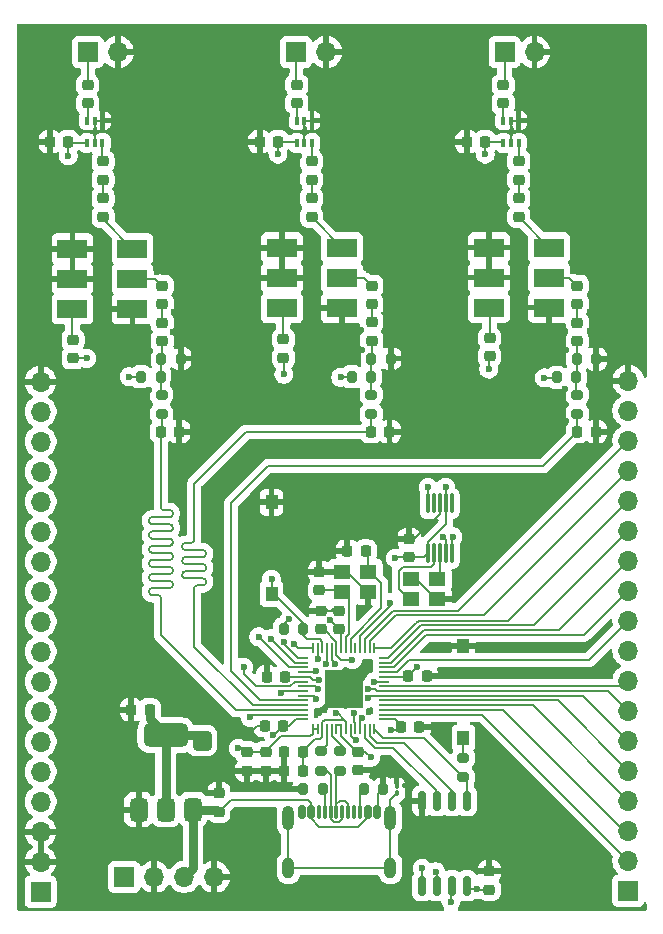
<source format=gbr>
%TF.GenerationSoftware,KiCad,Pcbnew,9.0.0*%
%TF.CreationDate,2025-05-17T06:27:11-04:00*%
%TF.ProjectId,phase-interferometer,70686173-652d-4696-9e74-65726665726f,rev?*%
%TF.SameCoordinates,Original*%
%TF.FileFunction,Copper,L1,Top*%
%TF.FilePolarity,Positive*%
%FSLAX46Y46*%
G04 Gerber Fmt 4.6, Leading zero omitted, Abs format (unit mm)*
G04 Created by KiCad (PCBNEW 9.0.0) date 2025-05-17 06:27:11*
%MOMM*%
%LPD*%
G01*
G04 APERTURE LIST*
G04 Aperture macros list*
%AMRoundRect*
0 Rectangle with rounded corners*
0 $1 Rounding radius*
0 $2 $3 $4 $5 $6 $7 $8 $9 X,Y pos of 4 corners*
0 Add a 4 corners polygon primitive as box body*
4,1,4,$2,$3,$4,$5,$6,$7,$8,$9,$2,$3,0*
0 Add four circle primitives for the rounded corners*
1,1,$1+$1,$2,$3*
1,1,$1+$1,$4,$5*
1,1,$1+$1,$6,$7*
1,1,$1+$1,$8,$9*
0 Add four rect primitives between the rounded corners*
20,1,$1+$1,$2,$3,$4,$5,0*
20,1,$1+$1,$4,$5,$6,$7,0*
20,1,$1+$1,$6,$7,$8,$9,0*
20,1,$1+$1,$8,$9,$2,$3,0*%
G04 Aperture macros list end*
%TA.AperFunction,SMDPad,CuDef*%
%ADD10R,1.400000X1.200000*%
%TD*%
%TA.AperFunction,SMDPad,CuDef*%
%ADD11RoundRect,0.087500X0.087500X-0.725000X0.087500X0.725000X-0.087500X0.725000X-0.087500X-0.725000X0*%
%TD*%
%TA.AperFunction,SMDPad,CuDef*%
%ADD12RoundRect,0.225000X0.250000X-0.225000X0.250000X0.225000X-0.250000X0.225000X-0.250000X-0.225000X0*%
%TD*%
%TA.AperFunction,ComponentPad*%
%ADD13R,1.700000X1.700000*%
%TD*%
%TA.AperFunction,ComponentPad*%
%ADD14O,1.700000X1.700000*%
%TD*%
%TA.AperFunction,SMDPad,CuDef*%
%ADD15RoundRect,0.225000X0.225000X0.250000X-0.225000X0.250000X-0.225000X-0.250000X0.225000X-0.250000X0*%
%TD*%
%TA.AperFunction,SMDPad,CuDef*%
%ADD16R,2.540000X1.650000*%
%TD*%
%TA.AperFunction,SMDPad,CuDef*%
%ADD17RoundRect,0.200000X0.275000X-0.200000X0.275000X0.200000X-0.275000X0.200000X-0.275000X-0.200000X0*%
%TD*%
%TA.AperFunction,SMDPad,CuDef*%
%ADD18RoundRect,0.225000X-0.250000X0.225000X-0.250000X-0.225000X0.250000X-0.225000X0.250000X0.225000X0*%
%TD*%
%TA.AperFunction,SMDPad,CuDef*%
%ADD19RoundRect,0.225000X-0.225000X-0.250000X0.225000X-0.250000X0.225000X0.250000X-0.225000X0.250000X0*%
%TD*%
%TA.AperFunction,SMDPad,CuDef*%
%ADD20RoundRect,0.200000X-0.200000X-0.275000X0.200000X-0.275000X0.200000X0.275000X-0.200000X0.275000X0*%
%TD*%
%TA.AperFunction,SMDPad,CuDef*%
%ADD21RoundRect,0.100000X0.100000X-0.225000X0.100000X0.225000X-0.100000X0.225000X-0.100000X-0.225000X0*%
%TD*%
%TA.AperFunction,SMDPad,CuDef*%
%ADD22RoundRect,0.200000X0.200000X0.275000X-0.200000X0.275000X-0.200000X-0.275000X0.200000X-0.275000X0*%
%TD*%
%TA.AperFunction,SMDPad,CuDef*%
%ADD23RoundRect,0.150000X-0.150000X-0.425000X0.150000X-0.425000X0.150000X0.425000X-0.150000X0.425000X0*%
%TD*%
%TA.AperFunction,SMDPad,CuDef*%
%ADD24RoundRect,0.075000X-0.075000X-0.500000X0.075000X-0.500000X0.075000X0.500000X-0.075000X0.500000X0*%
%TD*%
%TA.AperFunction,HeatsinkPad*%
%ADD25O,1.000000X2.100000*%
%TD*%
%TA.AperFunction,HeatsinkPad*%
%ADD26O,1.000000X1.800000*%
%TD*%
%TA.AperFunction,SMDPad,CuDef*%
%ADD27RoundRect,0.200000X-0.275000X0.200000X-0.275000X-0.200000X0.275000X-0.200000X0.275000X0.200000X0*%
%TD*%
%TA.AperFunction,SMDPad,CuDef*%
%ADD28R,1.000000X1.250000*%
%TD*%
%TA.AperFunction,SMDPad,CuDef*%
%ADD29RoundRect,0.375000X0.375000X-0.625000X0.375000X0.625000X-0.375000X0.625000X-0.375000X-0.625000X0*%
%TD*%
%TA.AperFunction,SMDPad,CuDef*%
%ADD30RoundRect,0.500000X1.400000X-0.500000X1.400000X0.500000X-1.400000X0.500000X-1.400000X-0.500000X0*%
%TD*%
%TA.AperFunction,SMDPad,CuDef*%
%ADD31RoundRect,0.100000X0.100000X-0.130000X0.100000X0.130000X-0.100000X0.130000X-0.100000X-0.130000X0*%
%TD*%
%TA.AperFunction,SMDPad,CuDef*%
%ADD32RoundRect,0.050000X0.387500X0.050000X-0.387500X0.050000X-0.387500X-0.050000X0.387500X-0.050000X0*%
%TD*%
%TA.AperFunction,SMDPad,CuDef*%
%ADD33RoundRect,0.050000X0.050000X0.387500X-0.050000X0.387500X-0.050000X-0.387500X0.050000X-0.387500X0*%
%TD*%
%TA.AperFunction,HeatsinkPad*%
%ADD34R,3.200000X3.200000*%
%TD*%
%TA.AperFunction,SMDPad,CuDef*%
%ADD35RoundRect,0.162500X-0.162500X0.650000X-0.162500X-0.650000X0.162500X-0.650000X0.162500X0.650000X0*%
%TD*%
%TA.AperFunction,ViaPad*%
%ADD36C,0.600000*%
%TD*%
%TA.AperFunction,Conductor*%
%ADD37C,0.200000*%
%TD*%
%TA.AperFunction,Conductor*%
%ADD38C,0.750000*%
%TD*%
G04 APERTURE END LIST*
D10*
%TO.P,Y4,4,4*%
%TO.N,Earth*%
X159800000Y-100978833D03*
%TO.P,Y4,3,3*%
%TO.N,/XB*%
X162000000Y-100978833D03*
%TO.P,Y4,2,2*%
%TO.N,Earth*%
X162000000Y-102678833D03*
%TO.P,Y4,1,1*%
%TO.N,/XA*%
X159800000Y-102678833D03*
%TD*%
D11*
%TO.P,Y1,10,CLK0*%
%TO.N,/MX_LO*%
X161200000Y-94566333D03*
%TO.P,Y1,9,CLK1*%
%TO.N,unconnected-(Y1-CLK1-Pad9)*%
X161700000Y-94566333D03*
%TO.P,Y1,8,GND*%
%TO.N,Earth*%
X162200000Y-94566333D03*
%TO.P,Y1,7,VDDO*%
%TO.N,+3V3*%
X162700000Y-94566333D03*
%TO.P,Y1,6,CLK2*%
%TO.N,unconnected-(Y1-CLK2-Pad6)*%
X163200000Y-94566333D03*
%TO.P,Y1,5,SDA*%
%TO.N,/SDA*%
X163200000Y-98791333D03*
%TO.P,Y1,4,SCL*%
%TO.N,/SCL*%
X162700000Y-98791333D03*
%TO.P,Y1,3,XB*%
%TO.N,/XB*%
X162200000Y-98791333D03*
%TO.P,Y1,2,XA*%
%TO.N,/XA*%
X161700000Y-98791333D03*
%TO.P,Y1,1,VDD*%
%TO.N,+3V3*%
X161200000Y-98791333D03*
%TD*%
D12*
%TO.P,C41,2*%
%TO.N,Earth*%
X159600000Y-97603833D03*
%TO.P,C41,1*%
%TO.N,+3V3*%
X159600000Y-99153833D03*
%TD*%
D13*
%TO.P,AE3,1,A*%
%TO.N,Net-(AE3-A)*%
X167677500Y-56360000D03*
D14*
%TO.P,AE3,2,Shield*%
%TO.N,Earth*%
X170217500Y-56360000D03*
%TD*%
D15*
%TO.P,C3,1*%
%TO.N,+3V3*%
X166015000Y-63960000D03*
%TO.P,C3,2*%
%TO.N,Earth*%
X164465000Y-63960000D03*
%TD*%
D10*
%TO.P,Y3,1,1*%
%TO.N,/XOUT*%
X153950000Y-102050000D03*
%TO.P,Y3,2,2*%
%TO.N,Earth*%
X156150000Y-102050000D03*
%TO.P,Y3,3,3*%
%TO.N,/XIN*%
X156150000Y-100350000D03*
%TO.P,Y3,4,4*%
%TO.N,Earth*%
X153950000Y-100350000D03*
%TD*%
D13*
%TO.P,AE1,1,A*%
%TO.N,Net-(AE1-A)*%
X132402500Y-56360000D03*
D14*
%TO.P,AE1,2,Shield*%
%TO.N,Earth*%
X134942500Y-56360000D03*
%TD*%
D16*
%TO.P,U5,1,GND*%
%TO.N,Earth*%
X153930000Y-78000000D03*
%TO.P,U5,2,IF*%
%TO.N,Net-(U5-IF)*%
X153930000Y-75460000D03*
%TO.P,U5,3,RF*%
%TO.N,Net-(U5-RF)*%
X153930000Y-72920000D03*
%TO.P,U5,4,GND*%
%TO.N,Earth*%
X148850000Y-72920000D03*
%TO.P,U5,5,GND*%
X148850000Y-75460000D03*
%TO.P,U5,6,LO*%
%TO.N,Net-(U5-LO)*%
X148850000Y-78000000D03*
%TD*%
D15*
%TO.P,C27,1*%
%TO.N,Earth*%
X161075000Y-109200000D03*
%TO.P,C27,2*%
%TO.N,+3V3*%
X159525000Y-109200000D03*
%TD*%
D17*
%TO.P,R5,1*%
%TO.N,/GPIO27_ADC1*%
X156390000Y-87010000D03*
%TO.P,R5,2*%
%TO.N,Net-(C21-Pad2)*%
X156390000Y-85360000D03*
%TD*%
D15*
%TO.P,C14,1*%
%TO.N,Earth*%
X160475000Y-113500000D03*
%TO.P,C14,2*%
%TO.N,+3V3*%
X158925000Y-113500000D03*
%TD*%
D18*
%TO.P,C18,1*%
%TO.N,Net-(U5-IF)*%
X156440000Y-76160000D03*
%TO.P,C18,2*%
%TO.N,Net-(C18-Pad2)*%
X156440000Y-77710000D03*
%TD*%
D12*
%TO.P,C16,1*%
%TO.N,/MX_LO*%
X131150000Y-82275000D03*
%TO.P,C16,2*%
%TO.N,Net-(U2-LO)*%
X131150000Y-80725000D03*
%TD*%
D19*
%TO.P,C22,1*%
%TO.N,/GPIO27_ADC1*%
X156390000Y-88510000D03*
%TO.P,C22,2*%
%TO.N,Earth*%
X157940000Y-88510000D03*
%TD*%
D20*
%TO.P,R9,1*%
%TO.N,Net-(C25-Pad2)*%
X173790000Y-82360000D03*
%TO.P,R9,2*%
%TO.N,Earth*%
X175440000Y-82360000D03*
%TD*%
D12*
%TO.P,C40,1*%
%TO.N,+5V*%
X143500000Y-120675000D03*
%TO.P,C40,2*%
%TO.N,Earth*%
X143500000Y-119125000D03*
%TD*%
D21*
%TO.P,U6,1,Vcc*%
%TO.N,+3V3*%
X167590000Y-64060000D03*
%TO.P,U6,2,G*%
%TO.N,Earth*%
X168240000Y-64060000D03*
%TO.P,U6,3*%
%TO.N,Net-(C9-Pad1)*%
X168890000Y-64060000D03*
%TO.P,U6,4,G*%
%TO.N,Earth*%
X168890000Y-62160000D03*
%TO.P,U6,5,G*%
X168240000Y-62160000D03*
%TO.P,U6,6*%
%TO.N,Net-(C6-Pad2)*%
X167590000Y-62160000D03*
%TD*%
D12*
%TO.P,C17,1*%
%TO.N,/MX_LO*%
X148950000Y-82235000D03*
%TO.P,C17,2*%
%TO.N,Net-(U5-LO)*%
X148950000Y-80685000D03*
%TD*%
D21*
%TO.P,U4,1,Vcc*%
%TO.N,+3V3*%
X150090000Y-64060000D03*
%TO.P,U4,2,G*%
%TO.N,Earth*%
X150740000Y-64060000D03*
%TO.P,U4,3*%
%TO.N,Net-(C8-Pad1)*%
X151390000Y-64060000D03*
%TO.P,U4,4,G*%
%TO.N,Earth*%
X151390000Y-62160000D03*
%TO.P,U4,5,G*%
X150740000Y-62160000D03*
%TO.P,U4,6*%
%TO.N,Net-(C5-Pad2)*%
X150090000Y-62160000D03*
%TD*%
D18*
%TO.P,C9,1*%
%TO.N,Net-(C9-Pad1)*%
X168890000Y-65610000D03*
%TO.P,C9,2*%
%TO.N,Net-(C12-Pad1)*%
X168890000Y-67160000D03*
%TD*%
D22*
%TO.P,R7,1*%
%TO.N,Net-(C25-Pad2)*%
X173765000Y-83910000D03*
%TO.P,R7,2*%
%TO.N,+3V3*%
X172115000Y-83910000D03*
%TD*%
D18*
%TO.P,C8,1*%
%TO.N,Net-(C8-Pad1)*%
X151340000Y-65610000D03*
%TO.P,C8,2*%
%TO.N,Net-(C11-Pad1)*%
X151340000Y-67160000D03*
%TD*%
D23*
%TO.P,J1,A1,GND*%
%TO.N,Earth*%
X150500000Y-120670000D03*
%TO.P,J1,A4,VBUS*%
%TO.N,+5V*%
X151300000Y-120670000D03*
D24*
%TO.P,J1,A5,CC1*%
%TO.N,Net-(J1-CC1)*%
X152450000Y-120670000D03*
%TO.P,J1,A6,D+*%
%TO.N,/USB_DP*%
X153450000Y-120670000D03*
%TO.P,J1,A7,D-*%
%TO.N,/USB_DM*%
X153950000Y-120670000D03*
%TO.P,J1,A8*%
%TO.N,N/C*%
X154950000Y-120670000D03*
D23*
%TO.P,J1,A9,VBUS*%
%TO.N,+5V*%
X156100000Y-120670000D03*
%TO.P,J1,A12,GND*%
%TO.N,Earth*%
X156900000Y-120670000D03*
%TO.P,J1,B1,GND*%
X156900000Y-120670000D03*
%TO.P,J1,B4,VBUS*%
%TO.N,+5V*%
X156100000Y-120670000D03*
D24*
%TO.P,J1,B5,CC2*%
%TO.N,Net-(J1-CC2)*%
X155450000Y-120670000D03*
%TO.P,J1,B6,D+*%
%TO.N,/USB_DP*%
X154450000Y-120670000D03*
%TO.P,J1,B7,D-*%
%TO.N,/USB_DM*%
X152950000Y-120670000D03*
%TO.P,J1,B8*%
%TO.N,N/C*%
X151950000Y-120670000D03*
D23*
%TO.P,J1,B9,VBUS*%
%TO.N,+5V*%
X151300000Y-120670000D03*
%TO.P,J1,B12,GND*%
%TO.N,Earth*%
X150500000Y-120670000D03*
D25*
%TO.P,J1,S1,SHIELD*%
%TO.N,Net-(J1-SHIELD)*%
X149380000Y-121245000D03*
D26*
X149380000Y-125425000D03*
D25*
X158020000Y-121245000D03*
D26*
X158020000Y-125425000D03*
%TD*%
D27*
%TO.P,R11,1*%
%TO.N,Net-(U1-USB_DM)*%
X152164488Y-115543698D03*
%TO.P,R11,2*%
%TO.N,/USB_DM*%
X152164488Y-117193698D03*
%TD*%
D17*
%TO.P,R10,1*%
%TO.N,/USB_DP*%
X153764488Y-117193698D03*
%TO.P,R10,2*%
%TO.N,Net-(U1-USB_DP)*%
X153764488Y-115543698D03*
%TD*%
D19*
%TO.P,C33,1*%
%TO.N,Earth*%
X149039488Y-115618698D03*
%TO.P,C33,2*%
%TO.N,+1V1*%
X150589488Y-115618698D03*
%TD*%
D18*
%TO.P,C38,1*%
%TO.N,Earth*%
X152000000Y-100375000D03*
%TO.P,C38,2*%
%TO.N,/XOUT*%
X152000000Y-101925000D03*
%TD*%
D12*
%TO.P,C36,1*%
%TO.N,+3V3*%
X166400000Y-127275000D03*
%TO.P,C36,2*%
%TO.N,Earth*%
X166400000Y-125725000D03*
%TD*%
D18*
%TO.P,C10,1*%
%TO.N,Net-(C10-Pad1)*%
X133690000Y-68760000D03*
%TO.P,C10,2*%
%TO.N,Net-(U2-RF)*%
X133690000Y-70310000D03*
%TD*%
D13*
%TO.P,J3,1,Pin_1*%
%TO.N,+3V3*%
X128400000Y-127450000D03*
D14*
%TO.P,J3,2,Pin_2*%
%TO.N,Earth*%
X128400000Y-124910000D03*
%TO.P,J3,3,Pin_3*%
X128400000Y-122370000D03*
%TO.P,J3,4,Pin_4*%
%TO.N,/GPIO29_ADC3*%
X128400000Y-119830000D03*
%TO.P,J3,5,Pin_5*%
%TO.N,/GPIO25*%
X128400000Y-117290000D03*
%TO.P,J3,6,Pin_6*%
%TO.N,/GPIO24*%
X128400000Y-114750000D03*
%TO.P,J3,7,Pin_7*%
%TO.N,/GPIO23*%
X128400000Y-112210000D03*
%TO.P,J3,8,Pin_8*%
%TO.N,/GPIO22*%
X128400000Y-109670000D03*
%TO.P,J3,9,Pin_9*%
%TO.N,/GPIO21*%
X128400000Y-107130000D03*
%TO.P,J3,10,Pin_10*%
%TO.N,/GPIO20*%
X128400000Y-104590000D03*
%TO.P,J3,11,Pin_11*%
%TO.N,/GPIO19*%
X128400000Y-102050000D03*
%TO.P,J3,12,Pin_12*%
%TO.N,/GPIO18*%
X128400000Y-99510000D03*
%TO.P,J3,13,Pin_13*%
%TO.N,/GPIO17*%
X128400000Y-96970000D03*
%TO.P,J3,14,Pin_14*%
%TO.N,/GPIO16*%
X128400000Y-94430000D03*
%TO.P,J3,15,Pin_15*%
%TO.N,/RUN*%
X128400000Y-91890000D03*
%TO.P,J3,16,Pin_16*%
%TO.N,/SWD*%
X128400000Y-89350000D03*
%TO.P,J3,17,Pin_17*%
%TO.N,/SWCLK*%
X128400000Y-86810000D03*
%TO.P,J3,18,Pin_18*%
%TO.N,Earth*%
X128400000Y-84270000D03*
%TD*%
D18*
%TO.P,C12,1*%
%TO.N,Net-(C12-Pad1)*%
X168890000Y-68760000D03*
%TO.P,C12,2*%
%TO.N,Net-(U7-RF)*%
X168890000Y-70310000D03*
%TD*%
%TO.P,C11,1*%
%TO.N,Net-(C11-Pad1)*%
X151340000Y-68760000D03*
%TO.P,C11,2*%
%TO.N,Net-(U5-RF)*%
X151340000Y-70310000D03*
%TD*%
D17*
%TO.P,R3,1*%
%TO.N,/GPIO28_ADC2*%
X138640000Y-87010000D03*
%TO.P,R3,2*%
%TO.N,Net-(C19-Pad2)*%
X138640000Y-85360000D03*
%TD*%
D18*
%TO.P,C21,1*%
%TO.N,Net-(C18-Pad2)*%
X156440000Y-79235000D03*
%TO.P,C21,2*%
%TO.N,Net-(C21-Pad2)*%
X156440000Y-80785000D03*
%TD*%
D19*
%TO.P,C37,1*%
%TO.N,Earth*%
X154375000Y-98600000D03*
%TO.P,C37,2*%
%TO.N,/XIN*%
X155925000Y-98600000D03*
%TD*%
D18*
%TO.P,C34,1*%
%TO.N,Earth*%
X152100000Y-103675000D03*
%TO.P,C34,2*%
%TO.N,+1V1*%
X152100000Y-105225000D03*
%TD*%
%TO.P,C28,1*%
%TO.N,Earth*%
X153629652Y-103675000D03*
%TO.P,C28,2*%
%TO.N,+3V3*%
X153629652Y-105225000D03*
%TD*%
D21*
%TO.P,U3,1,Vcc*%
%TO.N,+3V3*%
X132340000Y-64060000D03*
%TO.P,U3,2,G*%
%TO.N,Earth*%
X132990000Y-64060000D03*
%TO.P,U3,3*%
%TO.N,Net-(C7-Pad1)*%
X133640000Y-64060000D03*
%TO.P,U3,4,G*%
%TO.N,Earth*%
X133640000Y-62160000D03*
%TO.P,U3,5,G*%
X132990000Y-62160000D03*
%TO.P,U3,6*%
%TO.N,Net-(C4-Pad2)*%
X132340000Y-62160000D03*
%TD*%
D19*
%TO.P,C20,1*%
%TO.N,/GPIO28_ADC2*%
X138590000Y-88510000D03*
%TO.P,C20,2*%
%TO.N,Earth*%
X140140000Y-88510000D03*
%TD*%
D22*
%TO.P,R12,1*%
%TO.N,Net-(J1-CC1)*%
X152275000Y-118750000D03*
%TO.P,R12,2*%
%TO.N,Earth*%
X150625000Y-118750000D03*
%TD*%
D28*
%TO.P,SW1,1,1*%
%TO.N,Earth*%
X164200000Y-106675000D03*
%TO.P,SW1,2,2*%
%TO.N,Net-(R14-Pad1)*%
X164200000Y-114425000D03*
%TD*%
D29*
%TO.P,U9,1,GND*%
%TO.N,Earth*%
X136700000Y-120500000D03*
%TO.P,U9,2,VO*%
%TO.N,+3V3*%
X139000000Y-120500000D03*
D30*
X139000000Y-114200000D03*
D29*
%TO.P,U9,3,VI*%
%TO.N,+5V*%
X141300000Y-120500000D03*
%TD*%
D19*
%TO.P,C26,1*%
%TO.N,/GPIO26_ADC0*%
X173840000Y-88510000D03*
%TO.P,C26,2*%
%TO.N,Earth*%
X175390000Y-88510000D03*
%TD*%
D20*
%TO.P,R15,1*%
%TO.N,+3V3*%
X148975000Y-105200000D03*
%TO.P,R15,2*%
%TO.N,/RUN*%
X150625000Y-105200000D03*
%TD*%
D12*
%TO.P,C32,1*%
%TO.N,Earth*%
X155314488Y-117143698D03*
%TO.P,C32,2*%
%TO.N,+3V3*%
X155314488Y-115593698D03*
%TD*%
D18*
%TO.P,C15,1*%
%TO.N,Net-(U2-IF)*%
X138690000Y-76160000D03*
%TO.P,C15,2*%
%TO.N,Net-(C15-Pad2)*%
X138690000Y-77710000D03*
%TD*%
D15*
%TO.P,C1,1*%
%TO.N,+3V3*%
X130740000Y-63960000D03*
%TO.P,C1,2*%
%TO.N,Earth*%
X129190000Y-63960000D03*
%TD*%
D16*
%TO.P,U7,1,GND*%
%TO.N,Earth*%
X171440000Y-77990000D03*
%TO.P,U7,2,IF*%
%TO.N,Net-(U7-IF)*%
X171440000Y-75450000D03*
%TO.P,U7,3,RF*%
%TO.N,Net-(U7-RF)*%
X171440000Y-72910000D03*
%TO.P,U7,4,GND*%
%TO.N,Earth*%
X166360000Y-72910000D03*
%TO.P,U7,5,GND*%
X166360000Y-75450000D03*
%TO.P,U7,6,LO*%
%TO.N,Net-(U7-LO)*%
X166360000Y-77990000D03*
%TD*%
D20*
%TO.P,R13,1*%
%TO.N,Net-(J1-CC2)*%
X155775000Y-118750000D03*
%TO.P,R13,2*%
%TO.N,Earth*%
X157425000Y-118750000D03*
%TD*%
D22*
%TO.P,R2,1*%
%TO.N,Net-(C19-Pad2)*%
X138565000Y-83860000D03*
%TO.P,R2,2*%
%TO.N,+3V3*%
X136915000Y-83860000D03*
%TD*%
D13*
%TO.P,J2,1,Pin_1*%
%TO.N,+3V3*%
X178150000Y-127370000D03*
D14*
%TO.P,J2,2,Pin_2*%
%TO.N,/GPIO0*%
X178150000Y-124830000D03*
%TO.P,J2,3,Pin_3*%
%TO.N,/GPIO1*%
X178150000Y-122290000D03*
%TO.P,J2,4,Pin_4*%
%TO.N,/GPIO2*%
X178150000Y-119750000D03*
%TO.P,J2,5,Pin_5*%
%TO.N,/GPIO3*%
X178150000Y-117210000D03*
%TO.P,J2,6,Pin_6*%
%TO.N,/SDA*%
X178150000Y-114670000D03*
%TO.P,J2,7,Pin_7*%
%TO.N,/SCL*%
X178150000Y-112130000D03*
%TO.P,J2,8,Pin_8*%
%TO.N,/GPIO6*%
X178150000Y-109590000D03*
%TO.P,J2,9,Pin_9*%
%TO.N,/GPIO7*%
X178150000Y-107050000D03*
%TO.P,J2,10,Pin_10*%
%TO.N,/GPIO8*%
X178150000Y-104510000D03*
%TO.P,J2,11,Pin_11*%
%TO.N,/GPIO9*%
X178150000Y-101970000D03*
%TO.P,J2,12,Pin_12*%
%TO.N,/GPIO10*%
X178150000Y-99430000D03*
%TO.P,J2,13,Pin_13*%
%TO.N,/GPIO11*%
X178150000Y-96890000D03*
%TO.P,J2,14,Pin_14*%
%TO.N,/GPIO12*%
X178150000Y-94350000D03*
%TO.P,J2,15,Pin_15*%
%TO.N,/GPIO13*%
X178150000Y-91810000D03*
%TO.P,J2,16,Pin_16*%
%TO.N,/GPIO14*%
X178150000Y-89270000D03*
%TO.P,J2,17,Pin_17*%
%TO.N,/GPIO15*%
X178150000Y-86730000D03*
%TO.P,J2,18,Pin_18*%
%TO.N,Earth*%
X178150000Y-84190000D03*
%TD*%
D13*
%TO.P,AE2,1,A*%
%TO.N,Net-(AE2-A)*%
X150040000Y-56360000D03*
D14*
%TO.P,AE2,2,Shield*%
%TO.N,Earth*%
X152580000Y-56360000D03*
%TD*%
D31*
%TO.P,FB1,1*%
%TO.N,Net-(J1-SHIELD)*%
X158550000Y-119120000D03*
%TO.P,FB1,2*%
%TO.N,Earth*%
X158550000Y-118480000D03*
%TD*%
D19*
%TO.P,C29,1*%
%TO.N,Earth*%
X147575000Y-109250000D03*
%TO.P,C29,2*%
%TO.N,+3V3*%
X149125000Y-109250000D03*
%TD*%
D32*
%TO.P,U1,1,IOVDD*%
%TO.N,+3V3*%
X157487500Y-112862500D03*
%TO.P,U1,2,GPIO0*%
%TO.N,/GPIO0*%
X157487500Y-112462500D03*
%TO.P,U1,3,GPIO1*%
%TO.N,/GPIO1*%
X157487500Y-112062500D03*
%TO.P,U1,4,GPIO2*%
%TO.N,/GPIO2*%
X157487500Y-111662500D03*
%TO.P,U1,5,GPIO3*%
%TO.N,/GPIO3*%
X157487500Y-111262500D03*
%TO.P,U1,6,GPIO4*%
%TO.N,/SDA*%
X157487500Y-110862500D03*
%TO.P,U1,7,GPIO5*%
%TO.N,/SCL*%
X157487500Y-110462500D03*
%TO.P,U1,8,GPIO6*%
%TO.N,/GPIO6*%
X157487500Y-110062500D03*
%TO.P,U1,9,GPIO7*%
%TO.N,/GPIO7*%
X157487500Y-109662500D03*
%TO.P,U1,10,IOVDD*%
%TO.N,+3V3*%
X157487500Y-109262500D03*
%TO.P,U1,11,GPIO8*%
%TO.N,/GPIO8*%
X157487500Y-108862500D03*
%TO.P,U1,12,GPIO9*%
%TO.N,/GPIO9*%
X157487500Y-108462500D03*
%TO.P,U1,13,GPIO10*%
%TO.N,/GPIO10*%
X157487500Y-108062500D03*
%TO.P,U1,14,GPIO11*%
%TO.N,/GPIO11*%
X157487500Y-107662500D03*
D33*
%TO.P,U1,15,GPIO12*%
%TO.N,/GPIO12*%
X156650000Y-106825000D03*
%TO.P,U1,16,GPIO13*%
%TO.N,/GPIO13*%
X156250000Y-106825000D03*
%TO.P,U1,17,GPIO14*%
%TO.N,/GPIO14*%
X155850000Y-106825000D03*
%TO.P,U1,18,GPIO15*%
%TO.N,/GPIO15*%
X155450000Y-106825000D03*
%TO.P,U1,19,TESTEN*%
%TO.N,/TESTEN*%
X155050000Y-106825000D03*
%TO.P,U1,20,XIN*%
%TO.N,/XIN*%
X154650000Y-106825000D03*
%TO.P,U1,21,XOUT*%
%TO.N,/XOUT*%
X154250000Y-106825000D03*
%TO.P,U1,22,IOVDD*%
%TO.N,+3V3*%
X153850000Y-106825000D03*
%TO.P,U1,23,DVDD*%
%TO.N,+1V1*%
X153450000Y-106825000D03*
%TO.P,U1,24,SWCLK*%
%TO.N,/SWCLK*%
X153050000Y-106825000D03*
%TO.P,U1,25,SWD*%
%TO.N,/SWD*%
X152650000Y-106825000D03*
%TO.P,U1,26,RUN*%
%TO.N,/RUN*%
X152250000Y-106825000D03*
%TO.P,U1,27,GPIO16*%
%TO.N,/GPIO16*%
X151850000Y-106825000D03*
%TO.P,U1,28,GPIO17*%
%TO.N,/GPIO17*%
X151450000Y-106825000D03*
D32*
%TO.P,U1,29,GPIO18*%
%TO.N,/GPIO18*%
X150612500Y-107662500D03*
%TO.P,U1,30,GPIO19*%
%TO.N,/GPIO19*%
X150612500Y-108062500D03*
%TO.P,U1,31,GPIO20*%
%TO.N,/GPIO20*%
X150612500Y-108462500D03*
%TO.P,U1,32,GPIO21*%
%TO.N,/GPIO21*%
X150612500Y-108862500D03*
%TO.P,U1,33,IOVDD*%
%TO.N,+3V3*%
X150612500Y-109262500D03*
%TO.P,U1,34,GPIO22*%
%TO.N,/GPIO22*%
X150612500Y-109662500D03*
%TO.P,U1,35,GPIO23*%
%TO.N,/GPIO23*%
X150612500Y-110062500D03*
%TO.P,U1,36,GPIO24*%
%TO.N,/GPIO24*%
X150612500Y-110462500D03*
%TO.P,U1,37,GPIO25*%
%TO.N,/GPIO25*%
X150612500Y-110862500D03*
%TO.P,U1,38,GPIO26_ADC0*%
%TO.N,/GPIO26_ADC0*%
X150612500Y-111262500D03*
%TO.P,U1,39,GPIO27_ADC1*%
%TO.N,/GPIO27_ADC1*%
X150612500Y-111662500D03*
%TO.P,U1,40,GPIO28_ADC2*%
%TO.N,/GPIO28_ADC2*%
X150612500Y-112062500D03*
%TO.P,U1,41,GPIO29_ADC3*%
%TO.N,/GPIO29_ADC3*%
X150612500Y-112462500D03*
%TO.P,U1,42,IOVDD*%
%TO.N,+3V3*%
X150612500Y-112862500D03*
D33*
%TO.P,U1,43,ADC_AVDD*%
X151450000Y-113700000D03*
%TO.P,U1,44,VREG_IN*%
X151850000Y-113700000D03*
%TO.P,U1,45,VREG_VOUT*%
%TO.N,+1V1*%
X152250000Y-113700000D03*
%TO.P,U1,46,USB_DM*%
%TO.N,Net-(U1-USB_DM)*%
X152650000Y-113700000D03*
%TO.P,U1,47,USB_DP*%
%TO.N,Net-(U1-USB_DP)*%
X153050000Y-113700000D03*
%TO.P,U1,48,USB_VDD*%
%TO.N,+3V3*%
X153450000Y-113700000D03*
%TO.P,U1,49,IOVDD*%
X153850000Y-113700000D03*
%TO.P,U1,50,DVDD*%
%TO.N,+1V1*%
X154250000Y-113700000D03*
%TO.P,U1,51,QSPI_SD3*%
%TO.N,/QSPI_SD3*%
X154650000Y-113700000D03*
%TO.P,U1,52,QSPI_SCLK*%
%TO.N,/QSPI_SCLK*%
X155050000Y-113700000D03*
%TO.P,U1,53,QSPI_SD0*%
%TO.N,/QSPI_SD0*%
X155450000Y-113700000D03*
%TO.P,U1,54,QSPI_SD2*%
%TO.N,/QSPI_SD2*%
X155850000Y-113700000D03*
%TO.P,U1,55,QSPI_SD1*%
%TO.N,/QSPI_SD1*%
X156250000Y-113700000D03*
%TO.P,U1,56,QSPI_SS*%
%TO.N,/QSPI_SS*%
X156650000Y-113700000D03*
D34*
%TO.P,U1,57,GND*%
%TO.N,Earth*%
X154050000Y-110262500D03*
%TD*%
D19*
%TO.P,C30,1*%
%TO.N,Earth*%
X147375000Y-113400000D03*
%TO.P,C30,2*%
%TO.N,+3V3*%
X148925000Y-113400000D03*
%TD*%
D18*
%TO.P,C5,1*%
%TO.N,Net-(AE2-A)*%
X150090000Y-59160000D03*
%TO.P,C5,2*%
%TO.N,Net-(C5-Pad2)*%
X150090000Y-60710000D03*
%TD*%
D16*
%TO.P,U2,1,GND*%
%TO.N,Earth*%
X136180000Y-78100000D03*
%TO.P,U2,2,IF*%
%TO.N,Net-(U2-IF)*%
X136180000Y-75560000D03*
%TO.P,U2,3,RF*%
%TO.N,Net-(U2-RF)*%
X136180000Y-73020000D03*
%TO.P,U2,4,GND*%
%TO.N,Earth*%
X131100000Y-73020000D03*
%TO.P,U2,5,GND*%
X131100000Y-75560000D03*
%TO.P,U2,6,LO*%
%TO.N,Net-(U2-LO)*%
X131100000Y-78100000D03*
%TD*%
D17*
%TO.P,R8,1*%
%TO.N,/GPIO26_ADC0*%
X173840000Y-87010000D03*
%TO.P,R8,2*%
%TO.N,Net-(C25-Pad2)*%
X173840000Y-85360000D03*
%TD*%
D35*
%TO.P,U8,1,~{CS}*%
%TO.N,/QSPI_SS*%
X164505000Y-119762500D03*
%TO.P,U8,2,DO/IO_{1}*%
%TO.N,/QSPI_SD1*%
X163235000Y-119762500D03*
%TO.P,U8,3,~{WP}/IO_{2}*%
%TO.N,/QSPI_SD2*%
X161965000Y-119762500D03*
%TO.P,U8,4,GND*%
%TO.N,Earth*%
X160695000Y-119762500D03*
%TO.P,U8,5,DI/IO_{0}*%
%TO.N,/QSPI_SD0*%
X160695000Y-126937500D03*
%TO.P,U8,6,CLK*%
%TO.N,/QSPI_SCLK*%
X161965000Y-126937500D03*
%TO.P,U8,7,~{HOLD}/~{RESET}/IO_{3}*%
%TO.N,/QSPI_SD3*%
X163235000Y-126937500D03*
%TO.P,U8,8,VCC*%
%TO.N,+3V3*%
X164505000Y-126937500D03*
%TD*%
D12*
%TO.P,C23,1*%
%TO.N,/MX_LO*%
X166410000Y-82135000D03*
%TO.P,C23,2*%
%TO.N,Net-(U7-LO)*%
X166410000Y-80585000D03*
%TD*%
D18*
%TO.P,C13,1*%
%TO.N,+3V3*%
X145864488Y-115643698D03*
%TO.P,C13,2*%
%TO.N,Earth*%
X145864488Y-117193698D03*
%TD*%
D20*
%TO.P,R1,1*%
%TO.N,Net-(C19-Pad2)*%
X138615000Y-82310000D03*
%TO.P,R1,2*%
%TO.N,Earth*%
X140265000Y-82310000D03*
%TD*%
D28*
%TO.P,SW2,1,1*%
%TO.N,Earth*%
X147950000Y-94475000D03*
%TO.P,SW2,2,2*%
%TO.N,/RUN*%
X147950000Y-102225000D03*
%TD*%
D27*
%TO.P,R14,1*%
%TO.N,Net-(R14-Pad1)*%
X164200000Y-116125000D03*
%TO.P,R14,2*%
%TO.N,/QSPI_SS*%
X164200000Y-117775000D03*
%TD*%
D18*
%TO.P,C6,1*%
%TO.N,Net-(AE3-A)*%
X167565000Y-59160000D03*
%TO.P,C6,2*%
%TO.N,Net-(C6-Pad2)*%
X167565000Y-60710000D03*
%TD*%
%TO.P,C25,1*%
%TO.N,Net-(C24-Pad2)*%
X173840000Y-79285000D03*
%TO.P,C25,2*%
%TO.N,Net-(C25-Pad2)*%
X173840000Y-80835000D03*
%TD*%
D12*
%TO.P,C31,1*%
%TO.N,Earth*%
X147464488Y-117193698D03*
%TO.P,C31,2*%
%TO.N,+3V3*%
X147464488Y-115643698D03*
%TD*%
D22*
%TO.P,R4,1*%
%TO.N,Net-(C21-Pad2)*%
X156415000Y-83860000D03*
%TO.P,R4,2*%
%TO.N,+3V3*%
X154765000Y-83860000D03*
%TD*%
D18*
%TO.P,C7,1*%
%TO.N,Net-(C7-Pad1)*%
X133690000Y-65610000D03*
%TO.P,C7,2*%
%TO.N,Net-(C10-Pad1)*%
X133690000Y-67160000D03*
%TD*%
%TO.P,C24,1*%
%TO.N,Net-(U7-IF)*%
X173840000Y-76160000D03*
%TO.P,C24,2*%
%TO.N,Net-(C24-Pad2)*%
X173840000Y-77710000D03*
%TD*%
D15*
%TO.P,C2,1*%
%TO.N,+3V3*%
X148490000Y-63960000D03*
%TO.P,C2,2*%
%TO.N,Earth*%
X146940000Y-63960000D03*
%TD*%
D18*
%TO.P,C4,1*%
%TO.N,Net-(AE1-A)*%
X132390000Y-59160000D03*
%TO.P,C4,2*%
%TO.N,Net-(C4-Pad2)*%
X132390000Y-60710000D03*
%TD*%
D20*
%TO.P,R6,1*%
%TO.N,Net-(C21-Pad2)*%
X156390000Y-82310000D03*
%TO.P,R6,2*%
%TO.N,Earth*%
X158040000Y-82310000D03*
%TD*%
D15*
%TO.P,C39,1*%
%TO.N,+3V3*%
X137625000Y-112050000D03*
%TO.P,C39,2*%
%TO.N,Earth*%
X136075000Y-112050000D03*
%TD*%
%TO.P,C35,1*%
%TO.N,+1V1*%
X150589488Y-117218698D03*
%TO.P,C35,2*%
%TO.N,Earth*%
X149039488Y-117218698D03*
%TD*%
D13*
%TO.P,J4,1,Pin_1*%
%TO.N,+3V3*%
X135480000Y-126200000D03*
D14*
%TO.P,J4,2,Pin_2*%
%TO.N,Earth*%
X138020000Y-126200000D03*
%TO.P,J4,3,Pin_3*%
%TO.N,+5V*%
X140560000Y-126200000D03*
%TO.P,J4,4,Pin_4*%
%TO.N,Earth*%
X143100000Y-126200000D03*
%TD*%
D18*
%TO.P,C19,1*%
%TO.N,Net-(C15-Pad2)*%
X138690000Y-79260000D03*
%TO.P,C19,2*%
%TO.N,Net-(C19-Pad2)*%
X138690000Y-80810000D03*
%TD*%
D36*
%TO.N,Earth*%
X152000000Y-89950000D03*
X148550000Y-90000000D03*
X145850000Y-90850000D03*
X143450000Y-92800000D03*
X142950000Y-97300000D03*
X143100000Y-103300000D03*
X143050000Y-105950000D03*
X135250000Y-88300000D03*
X135250000Y-90700000D03*
X135200000Y-93050000D03*
X135300000Y-95600000D03*
X135350000Y-98050000D03*
X135400000Y-100800000D03*
X135350000Y-103150000D03*
X135450000Y-105750000D03*
X165750000Y-106750000D03*
X162900000Y-106750000D03*
X174250000Y-106750000D03*
X145950000Y-114150000D03*
X176200000Y-63100000D03*
X173250000Y-58750000D03*
X176200000Y-67350000D03*
X173250000Y-69375000D03*
X173250000Y-65125000D03*
X176200000Y-58850000D03*
X176200000Y-69475000D03*
X173250000Y-67250000D03*
X176200000Y-60975000D03*
X173250000Y-63000000D03*
X176200000Y-65225000D03*
X173250000Y-60875000D03*
X145450000Y-80575000D03*
X142500000Y-84725000D03*
X142500000Y-74100000D03*
X142500000Y-80475000D03*
X145450000Y-74200000D03*
X145450000Y-84825000D03*
X142500000Y-76225000D03*
X142500000Y-78350000D03*
X145450000Y-76325000D03*
X145450000Y-78450000D03*
X163200000Y-81025000D03*
X160250000Y-85175000D03*
X160250000Y-74550000D03*
X160250000Y-83050000D03*
X160250000Y-80925000D03*
X163200000Y-74650000D03*
X163200000Y-85275000D03*
X160250000Y-76675000D03*
X160250000Y-78800000D03*
X163200000Y-76775000D03*
X163200000Y-83150000D03*
X163200000Y-78900000D03*
X161550000Y-65825000D03*
X158600000Y-67850000D03*
X158600000Y-61475000D03*
X158600000Y-69975000D03*
X155900000Y-59350000D03*
X158600000Y-63600000D03*
X155900000Y-63600000D03*
X155900000Y-69975000D03*
X161550000Y-61575000D03*
X158600000Y-59350000D03*
X155900000Y-61475000D03*
X161550000Y-59450000D03*
X161550000Y-70075000D03*
X158600000Y-65725000D03*
X161550000Y-67950000D03*
X155900000Y-65725000D03*
X155900000Y-67850000D03*
X161550000Y-63700000D03*
X144150000Y-65475000D03*
X141200000Y-67500000D03*
X141200000Y-61125000D03*
X141200000Y-69625000D03*
X138500000Y-59000000D03*
X141200000Y-63250000D03*
X138500000Y-63250000D03*
X138500000Y-69625000D03*
X144150000Y-61225000D03*
X141200000Y-59000000D03*
X138500000Y-61125000D03*
X144150000Y-59100000D03*
X144150000Y-69725000D03*
X141200000Y-65375000D03*
X144150000Y-67600000D03*
X138500000Y-65375000D03*
X138500000Y-67500000D03*
X144150000Y-63350000D03*
X127350000Y-64650000D03*
X127350000Y-81650000D03*
X127350000Y-62525000D03*
X127350000Y-66775000D03*
X127350000Y-77400000D03*
X127350000Y-58275000D03*
X127350000Y-56150000D03*
X127350000Y-60400000D03*
X127350000Y-71025000D03*
X127350000Y-68900000D03*
X127350000Y-73150000D03*
X127350000Y-79525000D03*
X127350000Y-75275000D03*
X145225000Y-54850000D03*
X128225000Y-54850000D03*
X138850000Y-54850000D03*
X140975000Y-54850000D03*
X147350000Y-54850000D03*
X143100000Y-54850000D03*
X160125000Y-54850000D03*
X177125000Y-54850000D03*
X158000000Y-54850000D03*
X162250000Y-54850000D03*
X172875000Y-54850000D03*
X155875000Y-54850000D03*
X164375000Y-54850000D03*
X175000000Y-54850000D03*
X179000000Y-63425000D03*
X179000000Y-80425000D03*
X179000000Y-61300000D03*
X179000000Y-65550000D03*
X179000000Y-76175000D03*
X179000000Y-57050000D03*
X179000000Y-54925000D03*
X179000000Y-59175000D03*
X179000000Y-69800000D03*
X179000000Y-67675000D03*
X179000000Y-71925000D03*
X179000000Y-78300000D03*
X179000000Y-74050000D03*
X165200000Y-96450000D03*
X166950000Y-93650000D03*
X151250000Y-98400000D03*
X158050000Y-95650000D03*
X151800000Y-94350000D03*
X136700000Y-122350000D03*
X136700000Y-118400000D03*
X150500000Y-120670000D03*
X174950000Y-78350000D03*
X174900000Y-84450000D03*
X172900000Y-81600000D03*
X172800000Y-79985000D03*
X174900000Y-80000000D03*
X172800000Y-84900000D03*
X175200000Y-81200000D03*
X175100000Y-87200000D03*
X175550000Y-83500000D03*
X170300000Y-67850000D03*
X172850000Y-87600000D03*
X166350000Y-59885000D03*
X168700000Y-58000000D03*
X169000000Y-60900000D03*
X168850000Y-59850000D03*
X173500000Y-74900000D03*
X166550000Y-61700000D03*
X167550000Y-67800000D03*
X168890000Y-75510000D03*
X167400000Y-70400000D03*
X170100000Y-64500000D03*
X170900000Y-70650000D03*
X166600000Y-58050000D03*
X167600000Y-65200000D03*
X168900000Y-72950000D03*
X168800000Y-78000000D03*
X158100000Y-89650000D03*
X159300000Y-88450000D03*
X157800000Y-87150000D03*
X155050000Y-85200000D03*
X157600000Y-84400000D03*
X155200000Y-87500000D03*
X158250000Y-83450000D03*
X155600000Y-81550000D03*
X157900000Y-81150000D03*
X155500000Y-79935000D03*
X157600000Y-79950000D03*
X153000000Y-67800000D03*
X157650000Y-78300000D03*
X149300000Y-58000000D03*
X149050000Y-59835000D03*
X151400000Y-57950000D03*
X151700000Y-60850000D03*
X152800000Y-64450000D03*
X150300000Y-65150000D03*
X156200000Y-74850000D03*
X151550000Y-59800000D03*
X149250000Y-61650000D03*
X150250000Y-67750000D03*
X153600000Y-70600000D03*
X151500000Y-77950000D03*
X151600000Y-72900000D03*
X151590000Y-75460000D03*
X150100000Y-70350000D03*
X140150000Y-89750000D03*
X141350000Y-88550000D03*
X139850000Y-87250000D03*
X137600000Y-87650000D03*
X137550000Y-84950000D03*
X139650000Y-84500000D03*
X140300000Y-83550000D03*
X139950000Y-81250000D03*
X137650000Y-81650000D03*
X137550000Y-80035000D03*
X139650000Y-80050000D03*
X139700000Y-78400000D03*
X138250000Y-74950000D03*
X131350000Y-58100000D03*
X133450000Y-58050000D03*
X133600000Y-59900000D03*
X131100000Y-59935000D03*
X133750000Y-60950000D03*
X131300000Y-61750000D03*
X132350000Y-65250000D03*
X134850000Y-64550000D03*
X132300000Y-67850000D03*
X135050000Y-67900000D03*
X132150000Y-70450000D03*
X135650000Y-70700000D03*
X133550000Y-78050000D03*
X133650000Y-73000000D03*
X133640000Y-75560000D03*
X132700000Y-121800000D03*
X145750000Y-123150000D03*
X156150000Y-127250000D03*
X153550000Y-127250000D03*
X151000000Y-127200000D03*
X162600000Y-123350000D03*
X170950000Y-123600000D03*
X166450000Y-124500000D03*
X167600000Y-125750000D03*
X175700000Y-108350000D03*
X162400000Y-108950000D03*
X161650000Y-113500000D03*
X157450000Y-117550000D03*
X145850000Y-118550000D03*
X147450000Y-118550000D03*
X149050000Y-118600000D03*
%TO.N,/SDA*%
X156150000Y-111081922D03*
X163298231Y-97396785D03*
%TO.N,/SCL*%
X156149999Y-110281920D03*
X162500000Y-97450000D03*
%TO.N,/SWCLK*%
X153334927Y-108133457D03*
%TO.N,/SWD*%
X152535454Y-108162500D03*
%TO.N,+1V1*%
X153450000Y-112362502D03*
X154800000Y-107800000D03*
%TO.N,/GPIO29_ADC3*%
X146150000Y-112700000D03*
%TO.N,/GPIO25*%
X151741989Y-111094552D03*
%TO.N,/GPIO24*%
X148750000Y-110650000D03*
%TO.N,/GPIO23*%
X151883564Y-110307176D03*
%TO.N,/GPIO22*%
X145600000Y-108450000D03*
%TO.N,/GPIO21*%
X151700000Y-108750000D03*
%TO.N,/GPIO20*%
X146875735Y-105874265D03*
%TO.N,+3V3*%
X151949998Y-109509936D03*
%TO.N,/GPIO19*%
X147900000Y-106050000D03*
%TO.N,/GPIO18*%
X149041213Y-106317648D03*
%TO.N,/RUN*%
X147950000Y-101000000D03*
%TO.N,/GPIO17*%
X149825735Y-106474265D03*
%TO.N,/GPIO16*%
X151850000Y-107750000D03*
%TO.N,/GPIO15*%
X158000000Y-103000000D03*
%TO.N,+3V3*%
X158442393Y-99200000D03*
X162700000Y-93200000D03*
%TO.N,/MX_LO*%
X161200000Y-93200000D03*
%TO.N,/GPIO7*%
X156667471Y-109671816D03*
%TO.N,/QSPI_SD3*%
X163150000Y-128300000D03*
X155086028Y-114637500D03*
%TO.N,/QSPI_SCLK*%
X154967280Y-112362499D03*
X161850000Y-125750000D03*
%TO.N,/QSPI_SD0*%
X160700000Y-125450000D03*
X155647622Y-112783378D03*
%TO.N,/MX_LO*%
X132300000Y-82300000D03*
X149000000Y-83650000D03*
X166350000Y-83200000D03*
%TO.N,Earth*%
X152000000Y-112350000D03*
X156150000Y-108200000D03*
X156218812Y-112223251D03*
%TO.N,+3V3*%
X166050000Y-65000000D03*
X145150000Y-115300000D03*
X158100000Y-113800000D03*
X171050000Y-83950000D03*
X153800000Y-83900000D03*
X165350000Y-127250000D03*
X156342106Y-116062054D03*
X149450735Y-104399265D03*
X142500000Y-115100000D03*
X130750000Y-65150000D03*
X141600000Y-114200000D03*
X142500000Y-114200000D03*
X148104173Y-114176998D03*
X152863279Y-104435448D03*
X160300000Y-108450000D03*
X135900000Y-83850000D03*
X141600000Y-115100000D03*
X148500000Y-65000000D03*
%TD*%
D37*
%TO.N,/USB_DM*%
X152618698Y-117193698D02*
X152164488Y-117193698D01*
X153000000Y-117575000D02*
X152618698Y-117193698D01*
X153000000Y-120620000D02*
X153000000Y-117575000D01*
X152950000Y-120670000D02*
X153000000Y-120620000D01*
%TO.N,/MX_LO*%
X161200000Y-93200000D02*
X161200000Y-94566333D01*
%TO.N,Earth*%
X146700000Y-113400000D02*
X145950000Y-114150000D01*
X147375000Y-113400000D02*
X146700000Y-113400000D01*
%TO.N,+5V*%
X151050000Y-119650000D02*
X144525000Y-119650000D01*
X144525000Y-119650000D02*
X143500000Y-120675000D01*
X151300000Y-119900000D02*
X151050000Y-119650000D01*
X151300000Y-120670000D02*
X151300000Y-119900000D01*
%TO.N,/SDA*%
X156369422Y-110862500D02*
X157487500Y-110862500D01*
X156150000Y-111081922D02*
X156369422Y-110862500D01*
%TO.N,/SCL*%
X156887500Y-110462500D02*
X157487500Y-110462500D01*
X156697816Y-110272816D02*
X156887500Y-110462500D01*
X156518080Y-110281920D02*
X156527184Y-110272816D01*
X156527184Y-110272816D02*
X156697816Y-110272816D01*
X156149999Y-110281920D02*
X156518080Y-110281920D01*
%TO.N,/GPIO7*%
X156667471Y-109671816D02*
X156676787Y-109662500D01*
X156676787Y-109662500D02*
X157487500Y-109662500D01*
%TO.N,/SDA*%
X163200000Y-97495016D02*
X163298231Y-97396785D01*
X163200000Y-98791333D02*
X163200000Y-97495016D01*
%TO.N,/SCL*%
X162700000Y-97650000D02*
X162500000Y-97450000D01*
X162700000Y-98791333D02*
X162700000Y-97650000D01*
%TO.N,/SWCLK*%
X153050000Y-107848530D02*
X153334927Y-108133457D01*
X153050000Y-106825000D02*
X153050000Y-107848530D01*
%TO.N,+1V1*%
X153450000Y-107400000D02*
X153450000Y-106825000D01*
X154800000Y-107800000D02*
X153850000Y-107800000D01*
X153850000Y-107800000D02*
X153450000Y-107400000D01*
%TO.N,/SWD*%
X152650000Y-107848716D02*
X152650000Y-106825000D01*
X152535454Y-107963262D02*
X152650000Y-107848716D01*
X152535454Y-108162500D02*
X152535454Y-107963262D01*
%TO.N,+1V1*%
X153562502Y-112362502D02*
X154100000Y-112900000D01*
X153450000Y-112362502D02*
X153562502Y-112362502D01*
%TO.N,/GPIO29_ADC3*%
X146387500Y-112462500D02*
X146150000Y-112700000D01*
X150612500Y-112462500D02*
X146387500Y-112462500D01*
%TO.N,/GPIO25*%
X151509937Y-110862500D02*
X151741989Y-111094552D01*
X150612500Y-110862500D02*
X151509937Y-110862500D01*
%TO.N,/GPIO24*%
X148937500Y-110462500D02*
X148750000Y-110650000D01*
X150612500Y-110462500D02*
X148937500Y-110462500D01*
%TO.N,/GPIO22*%
X145600000Y-109050000D02*
X145600000Y-108450000D01*
X146600000Y-110050000D02*
X145600000Y-109050000D01*
X149550000Y-110050000D02*
X146600000Y-110050000D01*
X149937500Y-109662500D02*
X149550000Y-110050000D01*
X150612500Y-109662500D02*
X149937500Y-109662500D01*
%TO.N,/GPIO23*%
X151638888Y-110062500D02*
X151883564Y-110307176D01*
X150612500Y-110062500D02*
X151638888Y-110062500D01*
%TO.N,+3V3*%
X151221116Y-109262500D02*
X150612500Y-109262500D01*
X151949998Y-109509936D02*
X151468552Y-109509936D01*
X151468552Y-109509936D02*
X151221116Y-109262500D01*
%TO.N,/GPIO21*%
X151587500Y-108862500D02*
X150612500Y-108862500D01*
X151700000Y-108750000D02*
X151587500Y-108862500D01*
%TO.N,/GPIO20*%
X149463970Y-108462500D02*
X150612500Y-108462500D01*
X146875735Y-105874265D02*
X149463970Y-108462500D01*
%TO.N,/GPIO19*%
X149912500Y-108062500D02*
X150612500Y-108062500D01*
X147900000Y-106050000D02*
X149912500Y-108062500D01*
%TO.N,/GPIO18*%
X150162500Y-107662500D02*
X150612500Y-107662500D01*
X148925735Y-106425735D02*
X150162500Y-107662500D01*
X149041213Y-106317648D02*
X148941171Y-106317648D01*
X148925735Y-106333084D02*
X148925735Y-106425735D01*
X148941171Y-106317648D02*
X148925735Y-106333084D01*
%TO.N,/GPIO17*%
X150176470Y-106825000D02*
X151450000Y-106825000D01*
X149825735Y-106474265D02*
X150176470Y-106825000D01*
%TO.N,+3V3*%
X148950000Y-104900000D02*
X148950000Y-105175000D01*
X148950000Y-105175000D02*
X148975000Y-105200000D01*
X149450735Y-104399265D02*
X148950000Y-104900000D01*
%TO.N,/GPIO16*%
X151850000Y-107750000D02*
X151850000Y-106825000D01*
%TO.N,+3V3*%
X149125000Y-109250000D02*
X149125000Y-109175000D01*
X149175000Y-109250000D02*
X149125000Y-109250000D01*
X149187500Y-109262500D02*
X149175000Y-109250000D01*
X150612500Y-109262500D02*
X149187500Y-109262500D01*
%TO.N,/RUN*%
X147950000Y-102225000D02*
X147950000Y-101000000D01*
X150625000Y-104725000D02*
X150625000Y-105200000D01*
X148125000Y-102225000D02*
X150625000Y-104725000D01*
X147950000Y-102225000D02*
X148125000Y-102225000D01*
%TO.N,/GPIO15*%
X155450000Y-105817100D02*
X158000000Y-103267100D01*
X158000000Y-103267100D02*
X158000000Y-103000000D01*
X155450000Y-106825000D02*
X155450000Y-105817100D01*
%TO.N,+3V3*%
X162700000Y-93200000D02*
X162700000Y-94566333D01*
X158488560Y-99153833D02*
X158442393Y-99200000D01*
X159600000Y-99153833D02*
X158488560Y-99153833D01*
X161200000Y-97839333D02*
X162700000Y-96339333D01*
X161200000Y-98791333D02*
X161200000Y-97839333D01*
X162700000Y-96339333D02*
X162700000Y-94566333D01*
X159600000Y-99153833D02*
X160837500Y-99153833D01*
X160837500Y-99153833D02*
X161200000Y-98791333D01*
%TO.N,/XA*%
X161700000Y-99728833D02*
X161450000Y-99978833D01*
X161450000Y-99978833D02*
X159050000Y-99978833D01*
X158750000Y-101828833D02*
X159600000Y-102678833D01*
X161700000Y-98791333D02*
X161700000Y-99728833D01*
X159050000Y-99978833D02*
X158750000Y-100278833D01*
X158750000Y-100278833D02*
X158750000Y-101828833D01*
%TO.N,/XB*%
X162200000Y-100778833D02*
X162000000Y-100978833D01*
X162200000Y-98791333D02*
X162200000Y-100778833D01*
%TO.N,/XA*%
X159600000Y-102678833D02*
X159800000Y-102678833D01*
%TO.N,Earth*%
X160200000Y-100978833D02*
X159800000Y-100978833D01*
X162000000Y-102678833D02*
X161900000Y-102678833D01*
X161900000Y-102678833D02*
X160200000Y-100978833D01*
X162200000Y-95430681D02*
X160026848Y-97603833D01*
X162200000Y-94566333D02*
X162200000Y-95430681D01*
X160026848Y-97603833D02*
X159600000Y-97603833D01*
%TO.N,/GPIO11*%
X160600000Y-104900000D02*
X170140000Y-104900000D01*
X170140000Y-104900000D02*
X178150000Y-96890000D01*
X157837500Y-107662500D02*
X160600000Y-104900000D01*
X157487500Y-107662500D02*
X157837500Y-107662500D01*
%TO.N,/GPIO10*%
X160850000Y-105300000D02*
X172280000Y-105300000D01*
X158087500Y-108062500D02*
X160850000Y-105300000D01*
X157487500Y-108062500D02*
X158087500Y-108062500D01*
X172280000Y-105300000D02*
X178150000Y-99430000D01*
%TO.N,/GPIO9*%
X158287500Y-108462500D02*
X157487500Y-108462500D01*
X161050000Y-105700000D02*
X158287500Y-108462500D01*
X174420000Y-105700000D02*
X161050000Y-105700000D01*
X178150000Y-101970000D02*
X174420000Y-105700000D01*
%TO.N,/GPIO8*%
X159600000Y-107850000D02*
X174810000Y-107850000D01*
X158587500Y-108862500D02*
X159600000Y-107850000D01*
X157487500Y-108862500D02*
X158587500Y-108862500D01*
X174810000Y-107850000D02*
X178150000Y-104510000D01*
%TO.N,+3V3*%
X159525000Y-109175000D02*
X159525000Y-109200000D01*
X160300000Y-108450000D02*
X160250000Y-108450000D01*
X160250000Y-108450000D02*
X159525000Y-109175000D01*
X159012500Y-109262500D02*
X157487500Y-109262500D01*
X159475000Y-109250000D02*
X159025000Y-109250000D01*
X159525000Y-109200000D02*
X159475000Y-109250000D01*
X159025000Y-109250000D02*
X159012500Y-109262500D01*
%TO.N,/GPIO6*%
X176337500Y-110062500D02*
X157487500Y-110062500D01*
X176350000Y-110050000D02*
X176337500Y-110062500D01*
X177690000Y-110050000D02*
X176350000Y-110050000D01*
X178150000Y-109590000D02*
X177690000Y-110050000D01*
%TO.N,/SCL*%
X176480500Y-110462500D02*
X176481500Y-110461500D01*
X157487500Y-110462500D02*
X176480500Y-110462500D01*
X178150000Y-112130000D02*
X176481500Y-110461500D01*
%TO.N,/SDA*%
X174342500Y-110862500D02*
X157487500Y-110862500D01*
X178150000Y-114670000D02*
X174342500Y-110862500D01*
%TO.N,/GPIO3*%
X172202500Y-111262500D02*
X157487500Y-111262500D01*
X178150000Y-117210000D02*
X172202500Y-111262500D01*
%TO.N,/GPIO2*%
X170062500Y-111662500D02*
X178150000Y-119750000D01*
X157487500Y-111662500D02*
X170062500Y-111662500D01*
%TO.N,/GPIO1*%
X177790000Y-122290000D02*
X167562500Y-112062500D01*
X178150000Y-122290000D02*
X177790000Y-122290000D01*
X167562500Y-112062500D02*
X157487500Y-112062500D01*
%TO.N,/GPIO0*%
X165782500Y-112462500D02*
X157487500Y-112462500D01*
X178150000Y-124830000D02*
X165782500Y-112462500D01*
%TO.N,+3V3*%
X158625000Y-113800000D02*
X158925000Y-113500000D01*
X158100000Y-113800000D02*
X158625000Y-113800000D01*
X158775000Y-113350000D02*
X158925000Y-113500000D01*
X158775000Y-113200000D02*
X158775000Y-113350000D01*
X158437500Y-112862500D02*
X158775000Y-113200000D01*
X157487500Y-112862500D02*
X158437500Y-112862500D01*
%TO.N,/QSPI_SS*%
X160825000Y-114400000D02*
X164200000Y-117775000D01*
X157350000Y-114400000D02*
X160825000Y-114400000D01*
X156650000Y-113700000D02*
X157350000Y-114400000D01*
%TO.N,/GPIO27_ADC1*%
X141400000Y-106700000D02*
X146362500Y-111662500D01*
X142160000Y-101520361D02*
X141640000Y-101520361D01*
X141400000Y-100320361D02*
X140640000Y-100320361D01*
X141640000Y-100920361D02*
X142160000Y-100920361D01*
X145790000Y-88510000D02*
X141400000Y-92900000D01*
X142400000Y-98760361D02*
X142400000Y-98880361D01*
X141160000Y-98520361D02*
X141400000Y-98520361D01*
X140400000Y-98160361D02*
X140400000Y-98280361D01*
X141400000Y-101880361D02*
X141400000Y-102502035D01*
X141400000Y-99720361D02*
X142160000Y-99720361D01*
X141400000Y-98520361D02*
X142160000Y-98520361D01*
X146362500Y-111662500D02*
X150612500Y-111662500D01*
X140400000Y-99360361D02*
X140400000Y-99480361D01*
X140640000Y-99720361D02*
X141400000Y-99720361D01*
X141400000Y-92900000D02*
X141400000Y-97680361D01*
X142400000Y-99960361D02*
X142400000Y-100080361D01*
X141400000Y-99120361D02*
X140640000Y-99120361D01*
X140400000Y-100560361D02*
X140400000Y-100680361D01*
X142160000Y-99120361D02*
X141400000Y-99120361D01*
X156390000Y-88510000D02*
X145790000Y-88510000D01*
X141400000Y-101760361D02*
X141400000Y-101880361D01*
X140640000Y-98520361D02*
X141160000Y-98520361D01*
X141400000Y-102502035D02*
X141400000Y-106700000D01*
X142400000Y-101160361D02*
X142400000Y-101280361D01*
X142160000Y-100320361D02*
X141400000Y-100320361D01*
X141400000Y-100920361D02*
X141640000Y-100920361D01*
X140640000Y-100920361D02*
X141400000Y-100920361D01*
X141160000Y-97920361D02*
X140640000Y-97920361D01*
X140400000Y-100680361D02*
G75*
G03*
X140640000Y-100920400I240000J-39D01*
G01*
X140400000Y-99480361D02*
G75*
G03*
X140640000Y-99720400I240000J-39D01*
G01*
X140400000Y-98280361D02*
G75*
G03*
X140640000Y-98520400I240000J-39D01*
G01*
X141400000Y-97680361D02*
G75*
G02*
X141160000Y-97920400I-240000J-39D01*
G01*
X142160000Y-98520361D02*
G75*
G02*
X142400039Y-98760361I0J-240039D01*
G01*
X142400000Y-101280361D02*
G75*
G02*
X142160000Y-101520400I-240000J-39D01*
G01*
X142400000Y-100080361D02*
G75*
G02*
X142160000Y-100320400I-240000J-39D01*
G01*
X142400000Y-98880361D02*
G75*
G02*
X142160000Y-99120400I-240000J-39D01*
G01*
X141640000Y-101520361D02*
G75*
G03*
X141399961Y-101760361I0J-240039D01*
G01*
X142160000Y-100920361D02*
G75*
G02*
X142400039Y-101160361I0J-240039D01*
G01*
X140640000Y-100320361D02*
G75*
G03*
X140399961Y-100560361I0J-240039D01*
G01*
X142160000Y-99720361D02*
G75*
G02*
X142400039Y-99960361I0J-240039D01*
G01*
X140640000Y-97920361D02*
G75*
G03*
X140399961Y-98160361I0J-240039D01*
G01*
X140640000Y-99120361D02*
G75*
G03*
X140399961Y-99360361I0J-240039D01*
G01*
%TO.N,/GPIO28_ADC2*%
X139350000Y-97547898D02*
G75*
G02*
X139590002Y-97787898I0J-240002D01*
G01*
X138590000Y-94907898D02*
G75*
G03*
X138830000Y-95147900I240000J-2D01*
G01*
X139590000Y-95507898D02*
G75*
G02*
X139350000Y-95747900I-240000J-2D01*
G01*
X137590000Y-98507898D02*
G75*
G03*
X137830000Y-98747900I240000J-2D01*
G01*
X139590000Y-101507898D02*
G75*
G02*
X139350000Y-101747900I-240000J-2D01*
G01*
X139590000Y-97907898D02*
G75*
G02*
X139350000Y-98147900I-240000J-2D01*
G01*
X137590000Y-100907898D02*
G75*
G03*
X137830000Y-101147900I240000J-2D01*
G01*
X139590000Y-99107898D02*
G75*
G02*
X139350000Y-99347900I-240000J-2D01*
G01*
X137830000Y-95747898D02*
G75*
G03*
X137589998Y-95987898I0J-240002D01*
G01*
X139350000Y-96347898D02*
G75*
G02*
X139590002Y-96587898I0J-240002D01*
G01*
X137590000Y-97307898D02*
G75*
G03*
X137830000Y-97547900I240000J-2D01*
G01*
X139350000Y-98747898D02*
G75*
G02*
X139590002Y-98987898I0J-240002D01*
G01*
X137590000Y-96107898D02*
G75*
G03*
X137830000Y-96347900I240000J-2D01*
G01*
X137830000Y-99347898D02*
G75*
G03*
X137589998Y-99587898I0J-240002D01*
G01*
X137830000Y-101747898D02*
G75*
G03*
X137589998Y-101987898I0J-240002D01*
G01*
X139590000Y-100307898D02*
G75*
G02*
X139350000Y-100547900I-240000J-2D01*
G01*
X139350000Y-99947898D02*
G75*
G02*
X139590002Y-100187898I0J-240002D01*
G01*
X137830000Y-96947898D02*
G75*
G03*
X137589998Y-97187898I0J-240002D01*
G01*
X139590000Y-96707898D02*
G75*
G02*
X139350000Y-96947900I-240000J-2D01*
G01*
X137830000Y-98147898D02*
G75*
G03*
X137589998Y-98387898I0J-240002D01*
G01*
X137590000Y-99707898D02*
G75*
G03*
X137830000Y-99947900I240000J-2D01*
G01*
X139350000Y-95147898D02*
G75*
G02*
X139590002Y-95387898I0J-240002D01*
G01*
X137830000Y-100547898D02*
G75*
G03*
X137589998Y-100787898I0J-240002D01*
G01*
X137590000Y-102107898D02*
G75*
G03*
X137830000Y-102347900I240000J-2D01*
G01*
X138350000Y-102347898D02*
G75*
G02*
X138590002Y-102587898I0J-240002D01*
G01*
X139350000Y-101147898D02*
G75*
G02*
X139590002Y-101387898I0J-240002D01*
G01*
X137590000Y-98387898D02*
X137590000Y-98507898D01*
X138590000Y-105740000D02*
X144912500Y-112062500D01*
X137590000Y-100787898D02*
X137590000Y-100907898D01*
X138830000Y-95147898D02*
X139350000Y-95147898D01*
X138590000Y-98147898D02*
X137830000Y-98147898D01*
X139590000Y-96587898D02*
X139590000Y-96707898D01*
X138590000Y-88510000D02*
X138590000Y-94907898D01*
X138350000Y-101747898D02*
X137830000Y-101747898D01*
X138590000Y-98747898D02*
X139350000Y-98747898D01*
X138590000Y-102707898D02*
X138590000Y-103004293D01*
X139590000Y-95387898D02*
X139590000Y-95507898D01*
X137830000Y-101147898D02*
X138590000Y-101147898D01*
X138590000Y-102587898D02*
X138590000Y-102707898D01*
X137590000Y-99587898D02*
X137590000Y-99707898D01*
X137590000Y-95987898D02*
X137590000Y-96107898D01*
X139350000Y-101747898D02*
X138590000Y-101747898D01*
X138590000Y-97547898D02*
X139350000Y-97547898D01*
X137830000Y-97547898D02*
X138590000Y-97547898D01*
X138590000Y-99347898D02*
X137830000Y-99347898D01*
X138590000Y-101147898D02*
X139350000Y-101147898D01*
X139350000Y-99347898D02*
X138590000Y-99347898D01*
X137590000Y-97187898D02*
X137590000Y-97307898D01*
X138590000Y-96947898D02*
X137830000Y-96947898D01*
X139350000Y-95747898D02*
X138830000Y-95747898D01*
X139350000Y-98147898D02*
X138590000Y-98147898D01*
X138590000Y-95747898D02*
X137830000Y-95747898D01*
X139590000Y-101387898D02*
X139590000Y-101507898D01*
X139590000Y-100187898D02*
X139590000Y-100307898D01*
X138830000Y-95747898D02*
X138590000Y-95747898D01*
X139590000Y-98987898D02*
X139590000Y-99107898D01*
X137830000Y-102347898D02*
X138350000Y-102347898D01*
X138590000Y-99947898D02*
X139350000Y-99947898D01*
X137830000Y-98747898D02*
X138590000Y-98747898D01*
X138590000Y-103004293D02*
X138590000Y-105740000D01*
X138590000Y-100547898D02*
X137830000Y-100547898D01*
X138590000Y-96347898D02*
X139350000Y-96347898D01*
X137830000Y-99947898D02*
X138590000Y-99947898D01*
X137830000Y-96347898D02*
X138590000Y-96347898D01*
X139350000Y-100547898D02*
X138590000Y-100547898D01*
X137590000Y-101987898D02*
X137590000Y-102107898D01*
X138590000Y-101747898D02*
X138350000Y-101747898D01*
X144912500Y-112062500D02*
X150612500Y-112062500D01*
X139350000Y-96947898D02*
X138590000Y-96947898D01*
X139590000Y-97787898D02*
X139590000Y-97907898D01*
%TO.N,+3V3*%
X148148002Y-114176998D02*
X148925000Y-113400000D01*
X148104173Y-114176998D02*
X148148002Y-114176998D01*
%TO.N,/QSPI_SD3*%
X163150000Y-127022500D02*
X163235000Y-126937500D01*
X163150000Y-128300000D02*
X163150000Y-127022500D01*
%TO.N,/QSPI_SCLK*%
X161965000Y-126937500D02*
X161965000Y-125865000D01*
X161965000Y-125865000D02*
X161850000Y-125750000D01*
%TO.N,/QSPI_SD3*%
X155037500Y-114637500D02*
X155086028Y-114637500D01*
X154650000Y-114250000D02*
X155037500Y-114637500D01*
X154650000Y-113700000D02*
X154650000Y-114250000D01*
%TO.N,/QSPI_SCLK*%
X155050000Y-113164726D02*
X155050000Y-113700000D01*
X154967280Y-113082006D02*
X155050000Y-113164726D01*
X154967280Y-112362499D02*
X154967280Y-113082006D01*
%TO.N,/QSPI_SD0*%
X155647622Y-112783378D02*
X155558468Y-112783378D01*
X155450000Y-112891846D02*
X155450000Y-113700000D01*
X155558468Y-112783378D02*
X155450000Y-112891846D01*
X160700000Y-126932500D02*
X160695000Y-126937500D01*
X160700000Y-125450000D02*
X160700000Y-126932500D01*
%TO.N,/QSPI_SD2*%
X156684900Y-115252000D02*
X155850000Y-114417100D01*
X158266999Y-115252000D02*
X156684900Y-115252000D01*
X161965000Y-118950001D02*
X158266999Y-115252000D01*
X161965000Y-119762500D02*
X161965000Y-118950001D01*
X155850000Y-114417100D02*
X155850000Y-113700000D01*
%TO.N,/QSPI_SD1*%
X156851000Y-114851000D02*
X156250000Y-114250000D01*
X159135999Y-114851000D02*
X156851000Y-114851000D01*
X156250000Y-114250000D02*
X156250000Y-113700000D01*
X163235000Y-118950001D02*
X159135999Y-114851000D01*
X163235000Y-119762500D02*
X163235000Y-118950001D01*
%TO.N,+3V3*%
X153850000Y-114250000D02*
X153850000Y-113700000D01*
X155193698Y-115593698D02*
X153850000Y-114250000D01*
X155314488Y-115593698D02*
X155193698Y-115593698D01*
X155873750Y-115593698D02*
X155314488Y-115593698D01*
X156342106Y-116062054D02*
X155873750Y-115593698D01*
X151450000Y-114100000D02*
X151450000Y-113700000D01*
X151250000Y-114300000D02*
X151450000Y-114100000D01*
X147750000Y-115358186D02*
X147750000Y-115325000D01*
X145175000Y-115325000D02*
X145150000Y-115300000D01*
%TO.N,+1V1*%
X152250000Y-114235274D02*
X152250000Y-113700000D01*
%TO.N,+3V3*%
X148775000Y-114300000D02*
X151250000Y-114300000D01*
%TO.N,+1V1*%
X152249000Y-114236274D02*
X152250000Y-114235274D01*
X152249000Y-114351000D02*
X152249000Y-114236274D01*
X150589488Y-115618698D02*
X150875000Y-115333186D01*
%TO.N,Net-(U1-USB_DP)*%
X153050000Y-114235274D02*
X153050000Y-113700000D01*
X153900000Y-115408186D02*
X153900000Y-115085274D01*
%TO.N,+1V1*%
X150875000Y-115300000D02*
X151651000Y-114524000D01*
%TO.N,/USB_DP*%
X153581302Y-117193698D02*
X153764488Y-117193698D01*
%TO.N,+1V1*%
X151651000Y-114524000D02*
X152076000Y-114524000D01*
%TO.N,/USB_DP*%
X153450000Y-117325000D02*
X153581302Y-117193698D01*
%TO.N,Net-(U1-USB_DP)*%
X153764488Y-115543698D02*
X153900000Y-115408186D01*
%TO.N,Net-(U1-USB_DM)*%
X152450000Y-115258186D02*
X152164488Y-115543698D01*
X152650000Y-115025000D02*
X152450000Y-115225000D01*
X152650000Y-113700000D02*
X152650000Y-115025000D01*
%TO.N,+1V1*%
X150875000Y-115333186D02*
X150875000Y-115300000D01*
X152076000Y-114524000D02*
X152249000Y-114351000D01*
%TO.N,Net-(U1-USB_DP)*%
X153900000Y-115085274D02*
X153050000Y-114235274D01*
%TO.N,+3V3*%
X147464488Y-115643698D02*
X147750000Y-115358186D01*
X145864488Y-115643698D02*
X145545790Y-115325000D01*
X147750000Y-115325000D02*
X148775000Y-114300000D01*
X145545790Y-115325000D02*
X145175000Y-115325000D01*
%TO.N,Net-(U1-USB_DM)*%
X152450000Y-115225000D02*
X152450000Y-115258186D01*
%TO.N,/USB_DP*%
X153450000Y-120670000D02*
X153450000Y-117325000D01*
%TO.N,+3V3*%
X149450000Y-113400000D02*
X149987500Y-112862500D01*
X148925000Y-113400000D02*
X149450000Y-113400000D01*
X149987500Y-112862500D02*
X150612500Y-112862500D01*
%TO.N,/QSPI_SS*%
X164505000Y-118080000D02*
X164200000Y-117775000D01*
X164505000Y-119762500D02*
X164505000Y-118080000D01*
%TO.N,Earth*%
X157000000Y-120570000D02*
X156900000Y-120670000D01*
X157000000Y-119175000D02*
X157000000Y-120570000D01*
X157425000Y-118750000D02*
X157000000Y-119175000D01*
%TO.N,Net-(J1-SHIELD)*%
X158020000Y-119650000D02*
X158550000Y-119120000D01*
X158020000Y-121245000D02*
X158020000Y-119650000D01*
%TO.N,/MX_LO*%
X131175000Y-82300000D02*
X131150000Y-82275000D01*
X132300000Y-82300000D02*
X131175000Y-82300000D01*
X149000000Y-82285000D02*
X148950000Y-82235000D01*
X149000000Y-83650000D02*
X149000000Y-82285000D01*
X166350000Y-82195000D02*
X166410000Y-82135000D01*
X166350000Y-83200000D02*
X166350000Y-82195000D01*
%TO.N,Net-(AE1-A)*%
X132402500Y-59147500D02*
X132390000Y-59160000D01*
X132402500Y-56360000D02*
X132402500Y-59147500D01*
%TO.N,Net-(AE2-A)*%
X150040000Y-56360000D02*
X150040000Y-59110000D01*
X150040000Y-59110000D02*
X150090000Y-59160000D01*
%TO.N,Net-(AE3-A)*%
X167677500Y-56360000D02*
X167677500Y-59047500D01*
X167677500Y-59047500D02*
X167565000Y-59160000D01*
%TO.N,Earth*%
X150740000Y-62160000D02*
X151390000Y-62160000D01*
X168240000Y-62160000D02*
X168890000Y-62160000D01*
X154350000Y-100350000D02*
X153950000Y-100350000D01*
X156050000Y-102050000D02*
X154350000Y-100350000D01*
X156150000Y-102050000D02*
X156050000Y-102050000D01*
X132990000Y-62160000D02*
X132990000Y-64060000D01*
X132990000Y-62160000D02*
X133640000Y-62160000D01*
X168240000Y-64060000D02*
X168240000Y-62160000D01*
X153629652Y-103675000D02*
X152100000Y-103675000D01*
X150740000Y-62160000D02*
X150740000Y-64060000D01*
%TO.N,+3V3*%
X153850000Y-105575000D02*
X153705946Y-105430946D01*
D38*
X142500000Y-115100000D02*
X142500000Y-114200000D01*
D37*
X153629652Y-105249062D02*
X153629652Y-105225000D01*
X148500000Y-63970000D02*
X148490000Y-63960000D01*
X153705946Y-105325356D02*
X153629652Y-105249062D01*
X153800000Y-83900000D02*
X154725000Y-83900000D01*
X135900000Y-83850000D02*
X136905000Y-83850000D01*
X167490000Y-63960000D02*
X167590000Y-64060000D01*
X166050000Y-63995000D02*
X166015000Y-63960000D01*
D38*
X142500000Y-114200000D02*
X141600000Y-114200000D01*
D37*
X153450000Y-113350000D02*
X153450000Y-113700000D01*
D38*
X142500000Y-114200000D02*
X141600000Y-115100000D01*
D37*
X148500000Y-65000000D02*
X148500000Y-63970000D01*
X147464488Y-115643698D02*
X145864488Y-115643698D01*
X130840000Y-64060000D02*
X130740000Y-63960000D01*
X154725000Y-83900000D02*
X154765000Y-83860000D01*
X130750000Y-63970000D02*
X130740000Y-63960000D01*
X148490000Y-63960000D02*
X149990000Y-63960000D01*
X153705946Y-105430946D02*
X153705946Y-105325356D01*
D38*
X137625000Y-112050000D02*
X137625000Y-112825000D01*
D37*
X172075000Y-83950000D02*
X172115000Y-83910000D01*
X165350000Y-127250000D02*
X164817500Y-127250000D01*
X153629652Y-105201821D02*
X152863279Y-104435448D01*
X153850000Y-113350000D02*
X153450000Y-113350000D01*
X130750000Y-65150000D02*
X130750000Y-63970000D01*
D38*
X141600000Y-115100000D02*
X141600000Y-114200000D01*
D37*
X166400000Y-127275000D02*
X165375000Y-127275000D01*
X166015000Y-63960000D02*
X167490000Y-63960000D01*
X153629652Y-105225000D02*
X153629652Y-105201821D01*
D38*
X139000000Y-120500000D02*
X139000000Y-114200000D01*
D37*
X149990000Y-63960000D02*
X150090000Y-64060000D01*
X136905000Y-83850000D02*
X136915000Y-83860000D01*
X132340000Y-64060000D02*
X130840000Y-64060000D01*
D38*
X137625000Y-112825000D02*
X139000000Y-114200000D01*
D37*
X166050000Y-65000000D02*
X166050000Y-63995000D01*
X153850000Y-106825000D02*
X153850000Y-105575000D01*
X151850000Y-113700000D02*
X151450000Y-113700000D01*
X171050000Y-83950000D02*
X172075000Y-83950000D01*
D38*
X142500000Y-115100000D02*
X141600000Y-115100000D01*
D37*
X153850000Y-113700000D02*
X153850000Y-113350000D01*
D38*
X141600000Y-114200000D02*
X139000000Y-114200000D01*
D37*
%TO.N,Net-(C4-Pad2)*%
X132390000Y-62110000D02*
X132340000Y-62160000D01*
X132390000Y-60710000D02*
X132390000Y-62110000D01*
%TO.N,Net-(C5-Pad2)*%
X150090000Y-60710000D02*
X150090000Y-62160000D01*
%TO.N,Net-(C6-Pad2)*%
X167565000Y-62135000D02*
X167590000Y-62160000D01*
X167565000Y-60710000D02*
X167565000Y-62135000D01*
%TO.N,Net-(C7-Pad1)*%
X133640000Y-64060000D02*
X133640000Y-65560000D01*
X133640000Y-65560000D02*
X133690000Y-65610000D01*
%TO.N,Net-(C10-Pad1)*%
X133690000Y-67160000D02*
X133690000Y-68760000D01*
%TO.N,Net-(C8-Pad1)*%
X151390000Y-65560000D02*
X151340000Y-65610000D01*
X151390000Y-64060000D02*
X151390000Y-65560000D01*
%TO.N,Net-(C11-Pad1)*%
X151340000Y-67160000D02*
X151340000Y-68760000D01*
%TO.N,Net-(C9-Pad1)*%
X168890000Y-64060000D02*
X168890000Y-65610000D01*
%TO.N,Net-(C12-Pad1)*%
X168890000Y-67160000D02*
X168890000Y-68760000D01*
%TO.N,Net-(U2-RF)*%
X133690000Y-70530000D02*
X136180000Y-73020000D01*
X133690000Y-70310000D02*
X133690000Y-70530000D01*
%TO.N,Net-(U5-RF)*%
X151340000Y-70310000D02*
X151340000Y-70330000D01*
X151340000Y-70330000D02*
X153930000Y-72920000D01*
%TO.N,Net-(U7-RF)*%
X168890000Y-70310000D02*
X168890000Y-70360000D01*
X168890000Y-70360000D02*
X171440000Y-72910000D01*
%TO.N,Net-(U2-IF)*%
X136180000Y-75560000D02*
X138090000Y-75560000D01*
X138090000Y-75560000D02*
X138690000Y-76160000D01*
%TO.N,Net-(C15-Pad2)*%
X138690000Y-77710000D02*
X138690000Y-79260000D01*
%TO.N,Net-(U2-LO)*%
X131100000Y-78100000D02*
X131100000Y-80675000D01*
X131100000Y-80675000D02*
X131150000Y-80725000D01*
%TO.N,Net-(U5-LO)*%
X148950000Y-80685000D02*
X148950000Y-78100000D01*
X148950000Y-78100000D02*
X148850000Y-78000000D01*
%TO.N,Net-(C18-Pad2)*%
X156440000Y-77710000D02*
X156440000Y-79235000D01*
%TO.N,Net-(U5-IF)*%
X153930000Y-75460000D02*
X155740000Y-75460000D01*
X155740000Y-75460000D02*
X156440000Y-76160000D01*
%TO.N,Net-(C19-Pad2)*%
X138565000Y-83860000D02*
X138565000Y-85285000D01*
X138615000Y-82310000D02*
X138615000Y-83810000D01*
X138690000Y-82235000D02*
X138615000Y-82310000D01*
X138615000Y-83810000D02*
X138565000Y-83860000D01*
X138690000Y-80810000D02*
X138690000Y-82235000D01*
X138565000Y-85285000D02*
X138640000Y-85360000D01*
%TO.N,/GPIO28_ADC2*%
X138640000Y-88460000D02*
X138590000Y-88510000D01*
X138640000Y-87010000D02*
X138640000Y-88460000D01*
%TO.N,Net-(C21-Pad2)*%
X156440000Y-82260000D02*
X156390000Y-82310000D01*
X156390000Y-82310000D02*
X156390000Y-83835000D01*
X156440000Y-80785000D02*
X156440000Y-82260000D01*
X156415000Y-85335000D02*
X156390000Y-85360000D01*
X156390000Y-83835000D02*
X156415000Y-83860000D01*
X156415000Y-83860000D02*
X156415000Y-85335000D01*
%TO.N,/GPIO27_ADC1*%
X156390000Y-87010000D02*
X156390000Y-88510000D01*
%TO.N,Net-(U7-LO)*%
X166410000Y-78040000D02*
X166360000Y-77990000D01*
X166410000Y-80585000D02*
X166410000Y-78040000D01*
%TO.N,Net-(U7-IF)*%
X171440000Y-75450000D02*
X173130000Y-75450000D01*
X173130000Y-75450000D02*
X173840000Y-76160000D01*
%TO.N,Net-(C24-Pad2)*%
X173840000Y-77710000D02*
X173840000Y-79285000D01*
%TO.N,Net-(C25-Pad2)*%
X173840000Y-80835000D02*
X173840000Y-82310000D01*
X173765000Y-85285000D02*
X173840000Y-85360000D01*
X173840000Y-82310000D02*
X173790000Y-82360000D01*
X173790000Y-82360000D02*
X173790000Y-83885000D01*
X173765000Y-83910000D02*
X173765000Y-85285000D01*
X173790000Y-83885000D02*
X173765000Y-83910000D01*
%TO.N,/GPIO26_ADC0*%
X173840000Y-87010000D02*
X173840000Y-88510000D01*
%TO.N,/XIN*%
X157250000Y-101350000D02*
X156250000Y-100350000D01*
X157250000Y-103450000D02*
X157250000Y-101350000D01*
X156250000Y-100350000D02*
X156150000Y-100350000D01*
X156150000Y-98825000D02*
X155925000Y-98600000D01*
X154650000Y-106825000D02*
X154650000Y-106050000D01*
X154650000Y-106050000D02*
X157250000Y-103450000D01*
X156150000Y-100350000D02*
X156150000Y-98825000D01*
%TO.N,/XOUT*%
X153950000Y-102050000D02*
X154500000Y-102600000D01*
X154250000Y-105850000D02*
X154250000Y-106825000D01*
X154500000Y-102600000D02*
X154500000Y-105600000D01*
X153825000Y-101925000D02*
X153950000Y-102050000D01*
X152000000Y-101925000D02*
X153825000Y-101925000D01*
X154500000Y-105600000D02*
X154250000Y-105850000D01*
%TO.N,+5V*%
X152002001Y-121947000D02*
X151300000Y-121244999D01*
D38*
X143325000Y-120500000D02*
X143500000Y-120675000D01*
X141300000Y-120500000D02*
X143325000Y-120500000D01*
D37*
X151300000Y-121244999D02*
X151300000Y-120670000D01*
X156100000Y-120670000D02*
X156100000Y-121128824D01*
D38*
X140560000Y-126200000D02*
X141300000Y-125460000D01*
D37*
X155281824Y-121947000D02*
X152002001Y-121947000D01*
X156100000Y-121128824D02*
X155281824Y-121947000D01*
D38*
X141300000Y-125460000D02*
X141300000Y-120500000D01*
D37*
%TO.N,Net-(J1-SHIELD)*%
X149380000Y-125425000D02*
X149380000Y-121245000D01*
X158020000Y-121245000D02*
X158020000Y-125425000D01*
X158020000Y-125425000D02*
X149380000Y-125425000D01*
%TO.N,/USB_DM*%
X153217176Y-121546000D02*
X153682824Y-121546000D01*
X152950000Y-120670000D02*
X152950000Y-121278824D01*
X152950000Y-121278824D02*
X153217176Y-121546000D01*
X153950000Y-121278824D02*
X153950000Y-120670000D01*
X153682824Y-121546000D02*
X153950000Y-121278824D01*
%TO.N,/USB_DP*%
X153450000Y-120061176D02*
X153717176Y-119794000D01*
X153717176Y-119794000D02*
X154182824Y-119794000D01*
X153450000Y-120670000D02*
X153450000Y-120061176D01*
X154182824Y-119794000D02*
X154450000Y-120061176D01*
X154450000Y-120061176D02*
X154450000Y-120670000D01*
%TO.N,Net-(J1-CC2)*%
X155450000Y-119075000D02*
X155775000Y-118750000D01*
X155450000Y-120670000D02*
X155450000Y-119075000D01*
%TO.N,Net-(J1-CC1)*%
X152275000Y-118750000D02*
X152450000Y-118925000D01*
X152450000Y-118925000D02*
X152450000Y-120670000D01*
%TO.N,/RUN*%
X152027636Y-106067362D02*
X150967362Y-106067362D01*
X152250000Y-106825000D02*
X152250000Y-106289726D01*
X150625000Y-105725000D02*
X150625000Y-105200000D01*
X150967362Y-106067362D02*
X150625000Y-105725000D01*
X152250000Y-106289726D02*
X152027636Y-106067362D01*
X147950000Y-102600000D02*
X147950000Y-102225000D01*
%TO.N,Net-(R14-Pad1)*%
X164200000Y-116125000D02*
X164200000Y-114425000D01*
%TO.N,+1V1*%
X154250000Y-113050000D02*
X154100000Y-112900000D01*
X153450000Y-106273705D02*
X152425357Y-105249062D01*
X153450000Y-106825000D02*
X153450000Y-106273705D01*
X154250000Y-113700000D02*
X154250000Y-113050000D01*
X154100000Y-112900000D02*
X152450000Y-112900000D01*
X152250000Y-113100000D02*
X152250000Y-113700000D01*
X150589488Y-117218698D02*
X150589488Y-115618698D01*
X152450000Y-112900000D02*
X152250000Y-113100000D01*
X152425357Y-105249062D02*
X152124062Y-105249062D01*
X152124062Y-105249062D02*
X152100000Y-105225000D01*
%TO.N,/GPIO26_ADC0*%
X144550000Y-94500000D02*
X144550000Y-108800000D01*
X144550000Y-108800000D02*
X147012500Y-111262500D01*
X173840000Y-88510000D02*
X170950000Y-91400000D01*
X147012500Y-111262500D02*
X150612500Y-111262500D01*
X147650000Y-91400000D02*
X144550000Y-94500000D01*
X170950000Y-91400000D02*
X147650000Y-91400000D01*
%TO.N,/GPIO12*%
X160433900Y-104499000D02*
X160766100Y-104499000D01*
X156650000Y-106825000D02*
X158107900Y-106825000D01*
X158107900Y-106825000D02*
X160199000Y-104733900D01*
X160199000Y-104733900D02*
X160433900Y-104499000D01*
X160766100Y-104499000D02*
X168001000Y-104499000D01*
X168001000Y-104499000D02*
X178150000Y-94350000D01*
%TO.N,/GPIO13*%
X156250000Y-106250000D02*
X158450000Y-104050000D01*
X165910000Y-104050000D02*
X178150000Y-91810000D01*
X158450000Y-104050000D02*
X165910000Y-104050000D01*
X156250000Y-106825000D02*
X156250000Y-106250000D01*
%TO.N,/GPIO14*%
X158250000Y-103650000D02*
X163770000Y-103650000D01*
X163770000Y-103650000D02*
X178150000Y-89270000D01*
X155850000Y-106050000D02*
X158250000Y-103650000D01*
X155850000Y-106825000D02*
X155850000Y-106050000D01*
%TD*%
%TA.AperFunction,Conductor*%
%TO.N,Earth*%
G36*
X128650000Y-124476988D02*
G01*
X128592993Y-124444075D01*
X128465826Y-124410000D01*
X128334174Y-124410000D01*
X128207007Y-124444075D01*
X128150000Y-124476988D01*
X128150000Y-122803012D01*
X128207007Y-122835925D01*
X128334174Y-122870000D01*
X128465826Y-122870000D01*
X128592993Y-122835925D01*
X128650000Y-122803012D01*
X128650000Y-124476988D01*
G37*
%TD.AperFunction*%
%TA.AperFunction,Conductor*%
G36*
X179642539Y-53970185D02*
G01*
X179688294Y-54022989D01*
X179699500Y-54074500D01*
X179699500Y-83807273D01*
X179679815Y-83874312D01*
X179627011Y-83920067D01*
X179557853Y-83930011D01*
X179494297Y-83900986D01*
X179457569Y-83845591D01*
X179401095Y-83671782D01*
X179304620Y-83482442D01*
X179179727Y-83310540D01*
X179179723Y-83310535D01*
X179029464Y-83160276D01*
X179029459Y-83160272D01*
X178857557Y-83035379D01*
X178668215Y-82938903D01*
X178466124Y-82873241D01*
X178400000Y-82862768D01*
X178400000Y-83756988D01*
X178342993Y-83724075D01*
X178215826Y-83690000D01*
X178084174Y-83690000D01*
X177957007Y-83724075D01*
X177900000Y-83756988D01*
X177900000Y-82862768D01*
X177899999Y-82862768D01*
X177833875Y-82873241D01*
X177631784Y-82938903D01*
X177442442Y-83035379D01*
X177270540Y-83160272D01*
X177270535Y-83160276D01*
X177120276Y-83310535D01*
X177120272Y-83310540D01*
X176995379Y-83482442D01*
X176898904Y-83671782D01*
X176833242Y-83873870D01*
X176833242Y-83873873D01*
X176822769Y-83940000D01*
X177716988Y-83940000D01*
X177684075Y-83997007D01*
X177650000Y-84124174D01*
X177650000Y-84255826D01*
X177684075Y-84382993D01*
X177716988Y-84440000D01*
X176822769Y-84440000D01*
X176833242Y-84506126D01*
X176833242Y-84506129D01*
X176898904Y-84708217D01*
X176995379Y-84897557D01*
X177120272Y-85069459D01*
X177120276Y-85069464D01*
X177270535Y-85219723D01*
X177270540Y-85219727D01*
X177442444Y-85344622D01*
X177451495Y-85349234D01*
X177502292Y-85397208D01*
X177519087Y-85465029D01*
X177496550Y-85531164D01*
X177451499Y-85570202D01*
X177442182Y-85574949D01*
X177270213Y-85699890D01*
X177119890Y-85850213D01*
X176994951Y-86022179D01*
X176898444Y-86211585D01*
X176832753Y-86413760D01*
X176815864Y-86520393D01*
X176799500Y-86623713D01*
X176799500Y-86836287D01*
X176832754Y-87046243D01*
X176858746Y-87126239D01*
X176898444Y-87248414D01*
X176994951Y-87437820D01*
X177119890Y-87609786D01*
X177270213Y-87760109D01*
X177442182Y-87885050D01*
X177450946Y-87889516D01*
X177501742Y-87937491D01*
X177518536Y-88005312D01*
X177495998Y-88071447D01*
X177450946Y-88110484D01*
X177442182Y-88114949D01*
X177270213Y-88239890D01*
X177119890Y-88390213D01*
X176994951Y-88562179D01*
X176898444Y-88751585D01*
X176832753Y-88953760D01*
X176814549Y-89068697D01*
X176799500Y-89163713D01*
X176799500Y-89376287D01*
X176800558Y-89382965D01*
X176832754Y-89586244D01*
X176832754Y-89586247D01*
X176846491Y-89628523D01*
X176848486Y-89698364D01*
X176816241Y-89754522D01*
X163557584Y-103013181D01*
X163530656Y-103027884D01*
X163504838Y-103044477D01*
X163498637Y-103045368D01*
X163496261Y-103046666D01*
X163469903Y-103049500D01*
X163324000Y-103049500D01*
X163256961Y-103029815D01*
X163211206Y-102977011D01*
X163200926Y-102929759D01*
X163200000Y-102928833D01*
X162124000Y-102928833D01*
X162056961Y-102909148D01*
X162011206Y-102856344D01*
X162000000Y-102804833D01*
X162000000Y-102552833D01*
X162019685Y-102485794D01*
X162072489Y-102440039D01*
X162124000Y-102428833D01*
X163200000Y-102428833D01*
X163200000Y-102031005D01*
X163199999Y-102030988D01*
X163193598Y-101971460D01*
X163193596Y-101971453D01*
X163156831Y-101872880D01*
X163151847Y-101803189D01*
X163156827Y-101786223D01*
X163194091Y-101686316D01*
X163200500Y-101626706D01*
X163200499Y-100330961D01*
X163194091Y-100271350D01*
X163194090Y-100271348D01*
X163194090Y-100271345D01*
X163192308Y-100263802D01*
X163193624Y-100263490D01*
X163189225Y-100201975D01*
X163222709Y-100140652D01*
X163284032Y-100107167D01*
X163310391Y-100104333D01*
X163326033Y-100104333D01*
X163326040Y-100104333D01*
X163440999Y-100089198D01*
X163584037Y-100029950D01*
X163706867Y-99935700D01*
X163801117Y-99812870D01*
X163860365Y-99669832D01*
X163875500Y-99554873D01*
X163875500Y-98027793D01*
X163874617Y-98021084D01*
X163885383Y-97952049D01*
X163909876Y-97917217D01*
X163920020Y-97907074D01*
X163963082Y-97842627D01*
X164007621Y-97775970D01*
X164007621Y-97775969D01*
X164007625Y-97775964D01*
X164010513Y-97768993D01*
X164066158Y-97634651D01*
X164067968Y-97630282D01*
X164098731Y-97475627D01*
X164098731Y-97317943D01*
X164098731Y-97317940D01*
X164098730Y-97317938D01*
X164090058Y-97274342D01*
X164067968Y-97163288D01*
X164062940Y-97151150D01*
X164007628Y-97017612D01*
X164007621Y-97017599D01*
X163920020Y-96886496D01*
X163920017Y-96886492D01*
X163808523Y-96774998D01*
X163808519Y-96774995D01*
X163677416Y-96687394D01*
X163677403Y-96687387D01*
X163531732Y-96627049D01*
X163531722Y-96627046D01*
X163388969Y-96598650D01*
X163327058Y-96566265D01*
X163292484Y-96505549D01*
X163293389Y-96444931D01*
X163294530Y-96440674D01*
X163297190Y-96430744D01*
X163300500Y-96418391D01*
X163300500Y-96260276D01*
X163300500Y-95991440D01*
X163320185Y-95924401D01*
X163372989Y-95878646D01*
X163408312Y-95868501D01*
X163440999Y-95864198D01*
X163584037Y-95804950D01*
X163706867Y-95710700D01*
X163801117Y-95587870D01*
X163860365Y-95444832D01*
X163875500Y-95329873D01*
X163875500Y-93802793D01*
X163860365Y-93687834D01*
X163801117Y-93544796D01*
X163706867Y-93421966D01*
X163621420Y-93356401D01*
X163584035Y-93327714D01*
X163577045Y-93324819D01*
X163522643Y-93280977D01*
X163500579Y-93214683D01*
X163500500Y-93210259D01*
X163500500Y-93121155D01*
X163500499Y-93121153D01*
X163491257Y-93074692D01*
X163469737Y-92966503D01*
X163450000Y-92918853D01*
X163409397Y-92820827D01*
X163409390Y-92820814D01*
X163321789Y-92689711D01*
X163321786Y-92689707D01*
X163210292Y-92578213D01*
X163210288Y-92578210D01*
X163079185Y-92490609D01*
X163079172Y-92490602D01*
X162933501Y-92430264D01*
X162933489Y-92430261D01*
X162778845Y-92399500D01*
X162778842Y-92399500D01*
X162621158Y-92399500D01*
X162621155Y-92399500D01*
X162466510Y-92430261D01*
X162466498Y-92430264D01*
X162320827Y-92490602D01*
X162320814Y-92490609D01*
X162189711Y-92578210D01*
X162189707Y-92578213D01*
X162078213Y-92689707D01*
X162053102Y-92727289D01*
X161999489Y-92772093D01*
X161930164Y-92780800D01*
X161867137Y-92750645D01*
X161846898Y-92727289D01*
X161821786Y-92689707D01*
X161710292Y-92578213D01*
X161710288Y-92578210D01*
X161579185Y-92490609D01*
X161579172Y-92490602D01*
X161433501Y-92430264D01*
X161433489Y-92430261D01*
X161278845Y-92399500D01*
X161278842Y-92399500D01*
X161121158Y-92399500D01*
X161121155Y-92399500D01*
X160966510Y-92430261D01*
X160966498Y-92430264D01*
X160820827Y-92490602D01*
X160820814Y-92490609D01*
X160689711Y-92578210D01*
X160689707Y-92578213D01*
X160578213Y-92689707D01*
X160578210Y-92689711D01*
X160490609Y-92820814D01*
X160490602Y-92820827D01*
X160430264Y-92966498D01*
X160430261Y-92966510D01*
X160399500Y-93121153D01*
X160399500Y-93278846D01*
X160430261Y-93433489D01*
X160430264Y-93433501D01*
X160490602Y-93579171D01*
X160490604Y-93579176D01*
X160490606Y-93579179D01*
X160509805Y-93607913D01*
X160517586Y-93619557D01*
X160538464Y-93686234D01*
X160537423Y-93704634D01*
X160524500Y-93802785D01*
X160524500Y-95329880D01*
X160539635Y-95444830D01*
X160539636Y-95444835D01*
X160598882Y-95587869D01*
X160609385Y-95601557D01*
X160693133Y-95710700D01*
X160815963Y-95804950D01*
X160815962Y-95804950D01*
X160894189Y-95837352D01*
X160959001Y-95864198D01*
X161073960Y-95879333D01*
X161073967Y-95879333D01*
X161326033Y-95879333D01*
X161326040Y-95879333D01*
X161433821Y-95865143D01*
X161466179Y-95865143D01*
X161573960Y-95879333D01*
X161573967Y-95879333D01*
X161826033Y-95879333D01*
X161826040Y-95879333D01*
X161935728Y-95864892D01*
X161968095Y-95864892D01*
X161991683Y-95867997D01*
X162055580Y-95896262D01*
X162094052Y-95954586D01*
X162099500Y-95990936D01*
X162099500Y-96039235D01*
X162079815Y-96106274D01*
X162063181Y-96126916D01*
X160831283Y-97358814D01*
X160785894Y-97404202D01*
X160724571Y-97437687D01*
X160654879Y-97432701D01*
X160598946Y-97390829D01*
X160574856Y-97329121D01*
X160564855Y-97231226D01*
X160511547Y-97070351D01*
X160511542Y-97070340D01*
X160422575Y-96926104D01*
X160422572Y-96926100D01*
X160302732Y-96806260D01*
X160302728Y-96806257D01*
X160158492Y-96717290D01*
X160158481Y-96717285D01*
X159997606Y-96663977D01*
X159898322Y-96653833D01*
X159850000Y-96653833D01*
X159850000Y-97479833D01*
X159830315Y-97546872D01*
X159777511Y-97592627D01*
X159726000Y-97603833D01*
X159600000Y-97603833D01*
X159600000Y-97729833D01*
X159580315Y-97796872D01*
X159527511Y-97842627D01*
X159476000Y-97853833D01*
X158625001Y-97853833D01*
X158625001Y-97877155D01*
X158635144Y-97976440D01*
X158688452Y-98137314D01*
X158688457Y-98137325D01*
X158746755Y-98231839D01*
X158765196Y-98299231D01*
X158744274Y-98365895D01*
X158690632Y-98410664D01*
X158621301Y-98419326D01*
X158617026Y-98418553D01*
X158521239Y-98399500D01*
X158521235Y-98399500D01*
X158363551Y-98399500D01*
X158363548Y-98399500D01*
X158208903Y-98430261D01*
X158208891Y-98430264D01*
X158063220Y-98490602D01*
X158063207Y-98490609D01*
X157932104Y-98578210D01*
X157932100Y-98578213D01*
X157820606Y-98689707D01*
X157820603Y-98689711D01*
X157733002Y-98820814D01*
X157732995Y-98820827D01*
X157672657Y-98966498D01*
X157672654Y-98966510D01*
X157641893Y-99121153D01*
X157641893Y-99278846D01*
X157672654Y-99433489D01*
X157672657Y-99433501D01*
X157732995Y-99579172D01*
X157733002Y-99579185D01*
X157820603Y-99710288D01*
X157820606Y-99710292D01*
X157932100Y-99821786D01*
X157932104Y-99821789D01*
X158063207Y-99909390D01*
X158063214Y-99909394D01*
X158110446Y-99928958D01*
X158164849Y-99972798D01*
X158186915Y-100039092D01*
X158182769Y-100075612D01*
X158149499Y-100199776D01*
X158149499Y-100199778D01*
X158149499Y-100367879D01*
X158149500Y-100367892D01*
X158149500Y-101742163D01*
X158149499Y-101742181D01*
X158149499Y-101749776D01*
X158149499Y-101907890D01*
X158180938Y-102025219D01*
X158185811Y-102043406D01*
X158184148Y-102113256D01*
X158144986Y-102171119D01*
X158080757Y-102198623D01*
X158066036Y-102199500D01*
X157974500Y-102199500D01*
X157907461Y-102179815D01*
X157861706Y-102127011D01*
X157850500Y-102075500D01*
X157850500Y-101439060D01*
X157850501Y-101439047D01*
X157850501Y-101270944D01*
X157848154Y-101262184D01*
X157809577Y-101118216D01*
X157803356Y-101107440D01*
X157730524Y-100981290D01*
X157730518Y-100981282D01*
X157386818Y-100637582D01*
X157353333Y-100576259D01*
X157350499Y-100549901D01*
X157350499Y-99702129D01*
X157350498Y-99702123D01*
X157349976Y-99697271D01*
X157344091Y-99642517D01*
X157334307Y-99616286D01*
X157293797Y-99507671D01*
X157293793Y-99507664D01*
X157207547Y-99392455D01*
X157207544Y-99392452D01*
X157092335Y-99306206D01*
X157092328Y-99306202D01*
X156957482Y-99255908D01*
X156957484Y-99255908D01*
X156938688Y-99253888D01*
X156874137Y-99227150D01*
X156834289Y-99169757D01*
X156831796Y-99099932D01*
X156834238Y-99091595D01*
X156849460Y-99045657D01*
X156865349Y-98997708D01*
X156875500Y-98898345D01*
X156875499Y-98301656D01*
X156875251Y-98299231D01*
X156865349Y-98202292D01*
X156865348Y-98202289D01*
X156849576Y-98154692D01*
X156812003Y-98041303D01*
X156811999Y-98041297D01*
X156811998Y-98041294D01*
X156722970Y-97896959D01*
X156722967Y-97896955D01*
X156603044Y-97777032D01*
X156603040Y-97777029D01*
X156458705Y-97688001D01*
X156458699Y-97687998D01*
X156458697Y-97687997D01*
X156427973Y-97677816D01*
X156297709Y-97634651D01*
X156198346Y-97624500D01*
X155651662Y-97624500D01*
X155651644Y-97624501D01*
X155552292Y-97634650D01*
X155552289Y-97634651D01*
X155391305Y-97687996D01*
X155391294Y-97688001D01*
X155246959Y-97777029D01*
X155246953Y-97777033D01*
X155237324Y-97786663D01*
X155176000Y-97820146D01*
X155106308Y-97815159D01*
X155061965Y-97786660D01*
X155052732Y-97777427D01*
X155052728Y-97777424D01*
X154908492Y-97688457D01*
X154908481Y-97688452D01*
X154747606Y-97635144D01*
X154648322Y-97625000D01*
X154625000Y-97625000D01*
X154625000Y-98476000D01*
X154605315Y-98543039D01*
X154552511Y-98588794D01*
X154501000Y-98600000D01*
X154375000Y-98600000D01*
X154375000Y-98726000D01*
X154355315Y-98793039D01*
X154302511Y-98838794D01*
X154251000Y-98850000D01*
X153425001Y-98850000D01*
X153425001Y-98898322D01*
X153435144Y-98997607D01*
X153464765Y-99086996D01*
X153467167Y-99156824D01*
X153431435Y-99216866D01*
X153368915Y-99248059D01*
X153347059Y-99250000D01*
X153202155Y-99250000D01*
X153142627Y-99256401D01*
X153142620Y-99256403D01*
X153007913Y-99306645D01*
X153007906Y-99306649D01*
X152892812Y-99392809D01*
X152806132Y-99508598D01*
X152750198Y-99550468D01*
X152680506Y-99555452D01*
X152641768Y-99539824D01*
X152558488Y-99488455D01*
X152558481Y-99488452D01*
X152397606Y-99435144D01*
X152298322Y-99425000D01*
X152250000Y-99425000D01*
X152250000Y-100125000D01*
X152629410Y-100125000D01*
X152670004Y-100102834D01*
X152696362Y-100100000D01*
X153826000Y-100100000D01*
X153893039Y-100119685D01*
X153938794Y-100172489D01*
X153950000Y-100224000D01*
X153950000Y-100476000D01*
X153930315Y-100543039D01*
X153877511Y-100588794D01*
X153826000Y-100600000D01*
X153095590Y-100600000D01*
X153054996Y-100622166D01*
X153028638Y-100625000D01*
X151025001Y-100625000D01*
X151025001Y-100648322D01*
X151035144Y-100747607D01*
X151088452Y-100908481D01*
X151088457Y-100908492D01*
X151177424Y-101052728D01*
X151177427Y-101052732D01*
X151186660Y-101061965D01*
X151220145Y-101123288D01*
X151215161Y-101192980D01*
X151186663Y-101237324D01*
X151177033Y-101246953D01*
X151177029Y-101246959D01*
X151088001Y-101391294D01*
X151087996Y-101391305D01*
X151034651Y-101552290D01*
X151024500Y-101651647D01*
X151024500Y-102198337D01*
X151024501Y-102198355D01*
X151034650Y-102297707D01*
X151034651Y-102297710D01*
X151087996Y-102458694D01*
X151088001Y-102458705D01*
X151177029Y-102603040D01*
X151177032Y-102603044D01*
X151296956Y-102722968D01*
X151321056Y-102737833D01*
X151367781Y-102789781D01*
X151379004Y-102858743D01*
X151351160Y-102922826D01*
X151343642Y-102931053D01*
X151277424Y-102997271D01*
X151188457Y-103141507D01*
X151188452Y-103141518D01*
X151135144Y-103302393D01*
X151125000Y-103401677D01*
X151125000Y-103425000D01*
X152587520Y-103425000D01*
X152654559Y-103444685D01*
X152700314Y-103497489D01*
X152710258Y-103566647D01*
X152681233Y-103630203D01*
X152634972Y-103663561D01*
X152484106Y-103726050D01*
X152484093Y-103726057D01*
X152352991Y-103813657D01*
X152333071Y-103833578D01*
X152277966Y-103888682D01*
X152216646Y-103922166D01*
X152190287Y-103925000D01*
X151125001Y-103925000D01*
X151125001Y-103948322D01*
X151135144Y-104047607D01*
X151138232Y-104056927D01*
X151140632Y-104126755D01*
X151104899Y-104186796D01*
X151042378Y-104217987D01*
X150972919Y-104210425D01*
X150932844Y-104183609D01*
X148986818Y-102237583D01*
X148953333Y-102176260D01*
X148950499Y-102149902D01*
X148950499Y-101552129D01*
X148950498Y-101552123D01*
X148950497Y-101552116D01*
X148944091Y-101492517D01*
X148942613Y-101488555D01*
X148893797Y-101357671D01*
X148893793Y-101357664D01*
X148807548Y-101242457D01*
X148807546Y-101242454D01*
X148792116Y-101230903D01*
X148750245Y-101174969D01*
X148744811Y-101107440D01*
X148750500Y-101078845D01*
X148750500Y-100921155D01*
X148750499Y-100921153D01*
X148744399Y-100890486D01*
X148719737Y-100766503D01*
X148687744Y-100689264D01*
X148659397Y-100620827D01*
X148659390Y-100620814D01*
X148571789Y-100489711D01*
X148571786Y-100489707D01*
X148460292Y-100378213D01*
X148460288Y-100378210D01*
X148329185Y-100290609D01*
X148329172Y-100290602D01*
X148183501Y-100230264D01*
X148183491Y-100230261D01*
X148132633Y-100220145D01*
X148132632Y-100220144D01*
X148028845Y-100199500D01*
X148028842Y-100199500D01*
X147871158Y-100199500D01*
X147871155Y-100199500D01*
X147716510Y-100230261D01*
X147716498Y-100230264D01*
X147570827Y-100290602D01*
X147570814Y-100290609D01*
X147439711Y-100378210D01*
X147439707Y-100378213D01*
X147328213Y-100489707D01*
X147328210Y-100489711D01*
X147240609Y-100620814D01*
X147240602Y-100620827D01*
X147180264Y-100766498D01*
X147180261Y-100766510D01*
X147149500Y-100921153D01*
X147149500Y-100921158D01*
X147149500Y-101078842D01*
X147149500Y-101078844D01*
X147149499Y-101078844D01*
X147155189Y-101107444D01*
X147148962Y-101177036D01*
X147107885Y-101230901D01*
X147092459Y-101242449D01*
X147092451Y-101242457D01*
X147006206Y-101357664D01*
X147006202Y-101357671D01*
X146955908Y-101492517D01*
X146951708Y-101531588D01*
X146949501Y-101552123D01*
X146949500Y-101552135D01*
X146949500Y-102897870D01*
X146949501Y-102897876D01*
X146955908Y-102957483D01*
X147006202Y-103092328D01*
X147006206Y-103092335D01*
X147092452Y-103207544D01*
X147092455Y-103207547D01*
X147207664Y-103293793D01*
X147207671Y-103293797D01*
X147342517Y-103344091D01*
X147342516Y-103344091D01*
X147349444Y-103344835D01*
X147402127Y-103350500D01*
X148349902Y-103350499D01*
X148416941Y-103370183D01*
X148437583Y-103386818D01*
X148801365Y-103750600D01*
X148834850Y-103811923D01*
X148829866Y-103881615D01*
X148816787Y-103907171D01*
X148741343Y-104020081D01*
X148741337Y-104020092D01*
X148678667Y-104171395D01*
X148676959Y-104170687D01*
X148643389Y-104221893D01*
X148599933Y-104245830D01*
X148485397Y-104281520D01*
X148339811Y-104369530D01*
X148219530Y-104489811D01*
X148131522Y-104635393D01*
X148080913Y-104797807D01*
X148074500Y-104868386D01*
X148074500Y-105125500D01*
X148054815Y-105192539D01*
X148002011Y-105238294D01*
X147950500Y-105249500D01*
X147821155Y-105249500D01*
X147666510Y-105280261D01*
X147666498Y-105280264D01*
X147564369Y-105322567D01*
X147494899Y-105330036D01*
X147432420Y-105298760D01*
X147429236Y-105295687D01*
X147386027Y-105252478D01*
X147386023Y-105252475D01*
X147254920Y-105164874D01*
X147254907Y-105164867D01*
X147109236Y-105104529D01*
X147109224Y-105104526D01*
X146954580Y-105073765D01*
X146954577Y-105073765D01*
X146796893Y-105073765D01*
X146796890Y-105073765D01*
X146642245Y-105104526D01*
X146642233Y-105104529D01*
X146496562Y-105164867D01*
X146496549Y-105164874D01*
X146365446Y-105252475D01*
X146365442Y-105252478D01*
X146253948Y-105363972D01*
X146253945Y-105363976D01*
X146166344Y-105495079D01*
X146166337Y-105495092D01*
X146105999Y-105640763D01*
X146105996Y-105640775D01*
X146075235Y-105795418D01*
X146075235Y-105953111D01*
X146105996Y-106107754D01*
X146105999Y-106107766D01*
X146166337Y-106253437D01*
X146166344Y-106253450D01*
X146253945Y-106384553D01*
X146253948Y-106384557D01*
X146365442Y-106496051D01*
X146365446Y-106496054D01*
X146496549Y-106583655D01*
X146496562Y-106583662D01*
X146586568Y-106620943D01*
X146642238Y-106644002D01*
X146706882Y-106656860D01*
X146797584Y-106674903D01*
X146859495Y-106707288D01*
X146861074Y-106708839D01*
X148355749Y-108203514D01*
X148389234Y-108264837D01*
X148384250Y-108334529D01*
X148342378Y-108390462D01*
X148276914Y-108414879D01*
X148208641Y-108400027D01*
X148202971Y-108396733D01*
X148108492Y-108338457D01*
X148108481Y-108338452D01*
X147947606Y-108285144D01*
X147848322Y-108275000D01*
X147825000Y-108275000D01*
X147825000Y-109126000D01*
X147805315Y-109193039D01*
X147752511Y-109238794D01*
X147701000Y-109250000D01*
X147449000Y-109250000D01*
X147381961Y-109230315D01*
X147336206Y-109177511D01*
X147325000Y-109126000D01*
X147325000Y-108274999D01*
X147301693Y-108275000D01*
X147301674Y-108275001D01*
X147202392Y-108285144D01*
X147041518Y-108338452D01*
X147041507Y-108338457D01*
X146897271Y-108427424D01*
X146897267Y-108427427D01*
X146777427Y-108547267D01*
X146777424Y-108547271D01*
X146688457Y-108691507D01*
X146688452Y-108691518D01*
X146635144Y-108852392D01*
X146626115Y-108940763D01*
X146620078Y-108955556D01*
X146618939Y-108971493D01*
X146607149Y-108987241D01*
X146599718Y-109005454D01*
X146586642Y-109014635D01*
X146577067Y-109027426D01*
X146558636Y-109034300D01*
X146542537Y-109045605D01*
X146526572Y-109046259D01*
X146511603Y-109051843D01*
X146492379Y-109047661D01*
X146472726Y-109048467D01*
X146458141Y-109040213D01*
X146443330Y-109036991D01*
X146415076Y-109015840D01*
X146344262Y-108945026D01*
X146310777Y-108883703D01*
X146315761Y-108814011D01*
X146317365Y-108809934D01*
X146369737Y-108683497D01*
X146400500Y-108528842D01*
X146400500Y-108371158D01*
X146400500Y-108371157D01*
X146400500Y-108371155D01*
X146400499Y-108371153D01*
X146393994Y-108338452D01*
X146369737Y-108216503D01*
X146366427Y-108208511D01*
X146309397Y-108070827D01*
X146309390Y-108070814D01*
X146221789Y-107939711D01*
X146221786Y-107939707D01*
X146110292Y-107828213D01*
X146110288Y-107828210D01*
X145979185Y-107740609D01*
X145979172Y-107740602D01*
X145833501Y-107680264D01*
X145833489Y-107680261D01*
X145678845Y-107649500D01*
X145678842Y-107649500D01*
X145521158Y-107649500D01*
X145521155Y-107649500D01*
X145366510Y-107680261D01*
X145366498Y-107680264D01*
X145321952Y-107698716D01*
X145252483Y-107706185D01*
X145190004Y-107674909D01*
X145154352Y-107614820D01*
X145150500Y-107584155D01*
X145150500Y-100101677D01*
X151025000Y-100101677D01*
X151025000Y-100125000D01*
X151750000Y-100125000D01*
X151750000Y-99425000D01*
X151749999Y-99424999D01*
X151701693Y-99425000D01*
X151701675Y-99425001D01*
X151602392Y-99435144D01*
X151441518Y-99488452D01*
X151441507Y-99488457D01*
X151297271Y-99577424D01*
X151297267Y-99577427D01*
X151177427Y-99697267D01*
X151177424Y-99697271D01*
X151088457Y-99841507D01*
X151088452Y-99841518D01*
X151035144Y-100002393D01*
X151025000Y-100101677D01*
X145150500Y-100101677D01*
X145150500Y-98301677D01*
X153425000Y-98301677D01*
X153425000Y-98350000D01*
X154125000Y-98350000D01*
X154125000Y-97624999D01*
X154101693Y-97625000D01*
X154101674Y-97625001D01*
X154002392Y-97635144D01*
X153841518Y-97688452D01*
X153841507Y-97688457D01*
X153697271Y-97777424D01*
X153697267Y-97777427D01*
X153577427Y-97897267D01*
X153577424Y-97897271D01*
X153488457Y-98041507D01*
X153488452Y-98041518D01*
X153435144Y-98202393D01*
X153425000Y-98301677D01*
X145150500Y-98301677D01*
X145150500Y-97330510D01*
X158625000Y-97330510D01*
X158625000Y-97353833D01*
X159350000Y-97353833D01*
X159350000Y-96653833D01*
X159349999Y-96653832D01*
X159301693Y-96653833D01*
X159301675Y-96653834D01*
X159202392Y-96663977D01*
X159041518Y-96717285D01*
X159041507Y-96717290D01*
X158897271Y-96806257D01*
X158897267Y-96806260D01*
X158777427Y-96926100D01*
X158777424Y-96926104D01*
X158688457Y-97070340D01*
X158688452Y-97070351D01*
X158635144Y-97231226D01*
X158625000Y-97330510D01*
X145150500Y-97330510D01*
X145150500Y-95147844D01*
X146950000Y-95147844D01*
X146956401Y-95207372D01*
X146956403Y-95207379D01*
X147006645Y-95342086D01*
X147006649Y-95342093D01*
X147092809Y-95457187D01*
X147092812Y-95457190D01*
X147207906Y-95543350D01*
X147207913Y-95543354D01*
X147342620Y-95593596D01*
X147342627Y-95593598D01*
X147402155Y-95599999D01*
X147402172Y-95600000D01*
X147700000Y-95600000D01*
X148200000Y-95600000D01*
X148497828Y-95600000D01*
X148497844Y-95599999D01*
X148557372Y-95593598D01*
X148557379Y-95593596D01*
X148692086Y-95543354D01*
X148692093Y-95543350D01*
X148807187Y-95457190D01*
X148807190Y-95457187D01*
X148893350Y-95342093D01*
X148893354Y-95342086D01*
X148943596Y-95207379D01*
X148943598Y-95207372D01*
X148949999Y-95147844D01*
X148950000Y-95147827D01*
X148950000Y-94725000D01*
X148200000Y-94725000D01*
X148200000Y-95600000D01*
X147700000Y-95600000D01*
X147700000Y-94725000D01*
X146950000Y-94725000D01*
X146950000Y-95147844D01*
X145150500Y-95147844D01*
X145150500Y-94800097D01*
X145159144Y-94770656D01*
X145165668Y-94740670D01*
X145169422Y-94735654D01*
X145170185Y-94733058D01*
X145186819Y-94712416D01*
X146097080Y-93802155D01*
X146950000Y-93802155D01*
X146950000Y-94225000D01*
X147700000Y-94225000D01*
X148200000Y-94225000D01*
X148950000Y-94225000D01*
X148950000Y-93802172D01*
X148949999Y-93802155D01*
X148943598Y-93742627D01*
X148943596Y-93742620D01*
X148893354Y-93607913D01*
X148893350Y-93607906D01*
X148807190Y-93492812D01*
X148807187Y-93492809D01*
X148692093Y-93406649D01*
X148692086Y-93406645D01*
X148557379Y-93356403D01*
X148557372Y-93356401D01*
X148497844Y-93350000D01*
X148200000Y-93350000D01*
X148200000Y-94225000D01*
X147700000Y-94225000D01*
X147700000Y-93350000D01*
X147402155Y-93350000D01*
X147342627Y-93356401D01*
X147342620Y-93356403D01*
X147207913Y-93406645D01*
X147207906Y-93406649D01*
X147092812Y-93492809D01*
X147092809Y-93492812D01*
X147006649Y-93607906D01*
X147006645Y-93607913D01*
X146956403Y-93742620D01*
X146956401Y-93742627D01*
X146950000Y-93802155D01*
X146097080Y-93802155D01*
X147862416Y-92036819D01*
X147923739Y-92003334D01*
X147950097Y-92000500D01*
X170863331Y-92000500D01*
X170863347Y-92000501D01*
X170870943Y-92000501D01*
X171029054Y-92000501D01*
X171029057Y-92000501D01*
X171181785Y-91959577D01*
X171256765Y-91916287D01*
X171318716Y-91880520D01*
X171430520Y-91768716D01*
X171430520Y-91768714D01*
X171440724Y-91758511D01*
X171440728Y-91758506D01*
X173677416Y-89521818D01*
X173738739Y-89488333D01*
X173765097Y-89485499D01*
X174113338Y-89485499D01*
X174113344Y-89485499D01*
X174113352Y-89485498D01*
X174113355Y-89485498D01*
X174167760Y-89479940D01*
X174212708Y-89475349D01*
X174373697Y-89422003D01*
X174518044Y-89332968D01*
X174527668Y-89323343D01*
X174588987Y-89289856D01*
X174658679Y-89294835D01*
X174703034Y-89323339D01*
X174712267Y-89332572D01*
X174712271Y-89332575D01*
X174856507Y-89421542D01*
X174856518Y-89421547D01*
X175017393Y-89474855D01*
X175116683Y-89484999D01*
X175640000Y-89484999D01*
X175663308Y-89484999D01*
X175663322Y-89484998D01*
X175762607Y-89474855D01*
X175923481Y-89421547D01*
X175923492Y-89421542D01*
X176067728Y-89332575D01*
X176067732Y-89332572D01*
X176187572Y-89212732D01*
X176187575Y-89212728D01*
X176276542Y-89068492D01*
X176276547Y-89068481D01*
X176329855Y-88907606D01*
X176339999Y-88808322D01*
X176340000Y-88808309D01*
X176340000Y-88760000D01*
X175640000Y-88760000D01*
X175640000Y-89484999D01*
X175116683Y-89484999D01*
X175140000Y-89484998D01*
X175140000Y-88260000D01*
X175640000Y-88260000D01*
X176339999Y-88260000D01*
X176339999Y-88211692D01*
X176339998Y-88211677D01*
X176329855Y-88112392D01*
X176276547Y-87951518D01*
X176276542Y-87951507D01*
X176187575Y-87807271D01*
X176187572Y-87807267D01*
X176067732Y-87687427D01*
X176067728Y-87687424D01*
X175923492Y-87598457D01*
X175923481Y-87598452D01*
X175762606Y-87545144D01*
X175663322Y-87535000D01*
X175640000Y-87535000D01*
X175640000Y-88260000D01*
X175140000Y-88260000D01*
X175140000Y-87534999D01*
X175116693Y-87535000D01*
X175116674Y-87535001D01*
X175017391Y-87545144D01*
X174942072Y-87570102D01*
X174872244Y-87572503D01*
X174812202Y-87536771D01*
X174781010Y-87474251D01*
X174784682Y-87415510D01*
X174809086Y-87337196D01*
X174815500Y-87266616D01*
X174815500Y-86753384D01*
X174809086Y-86682804D01*
X174758478Y-86520394D01*
X174670472Y-86374815D01*
X174670470Y-86374813D01*
X174670469Y-86374811D01*
X174568339Y-86272681D01*
X174534854Y-86211358D01*
X174539838Y-86141666D01*
X174568339Y-86097319D01*
X174670468Y-85995189D01*
X174670469Y-85995188D01*
X174670472Y-85995185D01*
X174758478Y-85849606D01*
X174809086Y-85687196D01*
X174815500Y-85616616D01*
X174815500Y-85103384D01*
X174809086Y-85032804D01*
X174758478Y-84870394D01*
X174670472Y-84724815D01*
X174606257Y-84660600D01*
X174572774Y-84599280D01*
X174577758Y-84529588D01*
X174587818Y-84508781D01*
X174608478Y-84474606D01*
X174659086Y-84312196D01*
X174665500Y-84241616D01*
X174665500Y-83578384D01*
X174659086Y-83507804D01*
X174608478Y-83345394D01*
X174598789Y-83329367D01*
X174580954Y-83261815D01*
X174602471Y-83195341D01*
X174656512Y-83151053D01*
X174725917Y-83143012D01*
X174788652Y-83173771D01*
X174792588Y-83177538D01*
X174805122Y-83190072D01*
X174950604Y-83278019D01*
X174950603Y-83278019D01*
X175112894Y-83328590D01*
X175112893Y-83328590D01*
X175183408Y-83334998D01*
X175183426Y-83334999D01*
X175690000Y-83334999D01*
X175696581Y-83334999D01*
X175767102Y-83328591D01*
X175767107Y-83328590D01*
X175929396Y-83278018D01*
X176074877Y-83190072D01*
X176195072Y-83069877D01*
X176283019Y-82924395D01*
X176333590Y-82762106D01*
X176340000Y-82691572D01*
X176340000Y-82610000D01*
X175690000Y-82610000D01*
X175690000Y-83334999D01*
X175183426Y-83334999D01*
X175189999Y-83334998D01*
X175190000Y-83334998D01*
X175190000Y-82110000D01*
X175690000Y-82110000D01*
X176339999Y-82110000D01*
X176339999Y-82028417D01*
X176333591Y-81957897D01*
X176333590Y-81957892D01*
X176283018Y-81795603D01*
X176195072Y-81650122D01*
X176074877Y-81529927D01*
X175929395Y-81441980D01*
X175929396Y-81441980D01*
X175767105Y-81391409D01*
X175767106Y-81391409D01*
X175696572Y-81385000D01*
X175690000Y-81385000D01*
X175690000Y-82110000D01*
X175190000Y-82110000D01*
X175190000Y-81385000D01*
X175189999Y-81384999D01*
X175183436Y-81385000D01*
X175183417Y-81385001D01*
X175112897Y-81391408D01*
X175112892Y-81391409D01*
X174950596Y-81441983D01*
X174946019Y-81444043D01*
X174876806Y-81453602D01*
X174813413Y-81424223D01*
X174775966Y-81365236D01*
X174776355Y-81295367D01*
X174777405Y-81292036D01*
X174805349Y-81207708D01*
X174815500Y-81108345D01*
X174815499Y-80561656D01*
X174812944Y-80536647D01*
X174805349Y-80462292D01*
X174805348Y-80462289D01*
X174788570Y-80411656D01*
X174752003Y-80301303D01*
X174751999Y-80301297D01*
X174751998Y-80301294D01*
X174662970Y-80156959D01*
X174662967Y-80156955D01*
X174653693Y-80147681D01*
X174620208Y-80086358D01*
X174625192Y-80016666D01*
X174653693Y-79972319D01*
X174662968Y-79963044D01*
X174752003Y-79818697D01*
X174805349Y-79657708D01*
X174815500Y-79558345D01*
X174815499Y-79011656D01*
X174811536Y-78972864D01*
X174805349Y-78912292D01*
X174805348Y-78912289D01*
X174792287Y-78872873D01*
X174752003Y-78751303D01*
X174751999Y-78751297D01*
X174751998Y-78751294D01*
X174662970Y-78606959D01*
X174662967Y-78606955D01*
X174641193Y-78585181D01*
X174607708Y-78523858D01*
X174612692Y-78454166D01*
X174641193Y-78409819D01*
X174662968Y-78388044D01*
X174752003Y-78243697D01*
X174805349Y-78082708D01*
X174815500Y-77983345D01*
X174815499Y-77436656D01*
X174805349Y-77337292D01*
X174752003Y-77176303D01*
X174751999Y-77176297D01*
X174751998Y-77176294D01*
X174662970Y-77031959D01*
X174662967Y-77031955D01*
X174653693Y-77022681D01*
X174620208Y-76961358D01*
X174625192Y-76891666D01*
X174653693Y-76847319D01*
X174662968Y-76838044D01*
X174752003Y-76693697D01*
X174805349Y-76532708D01*
X174815500Y-76433345D01*
X174815499Y-75886656D01*
X174805349Y-75787292D01*
X174752003Y-75626303D01*
X174751999Y-75626297D01*
X174751998Y-75626294D01*
X174662970Y-75481959D01*
X174662967Y-75481955D01*
X174543044Y-75362032D01*
X174543040Y-75362029D01*
X174398705Y-75273001D01*
X174398699Y-75272998D01*
X174398697Y-75272997D01*
X174398694Y-75272996D01*
X174237709Y-75219651D01*
X174138352Y-75209500D01*
X174138345Y-75209500D01*
X173790097Y-75209500D01*
X173760656Y-75200855D01*
X173730670Y-75194332D01*
X173725654Y-75190577D01*
X173723058Y-75189815D01*
X173702416Y-75173181D01*
X173617590Y-75088355D01*
X173617588Y-75088352D01*
X173498717Y-74969481D01*
X173498709Y-74969475D01*
X173388729Y-74905979D01*
X173388727Y-74905978D01*
X173379105Y-74900423D01*
X173361785Y-74890423D01*
X173297437Y-74873180D01*
X173292573Y-74871433D01*
X173268352Y-74853754D01*
X173242743Y-74838144D01*
X173240423Y-74833369D01*
X173236138Y-74830241D01*
X173225320Y-74802277D01*
X173212215Y-74775296D01*
X173211480Y-74766498D01*
X173210931Y-74765077D01*
X173211237Y-74763582D01*
X173210499Y-74754736D01*
X173210499Y-74577129D01*
X173210498Y-74577123D01*
X173210497Y-74577116D01*
X173204091Y-74517517D01*
X173194914Y-74492913D01*
X173153797Y-74382671D01*
X173153793Y-74382664D01*
X173062232Y-74260355D01*
X173063325Y-74259536D01*
X173034288Y-74206358D01*
X173039272Y-74136666D01*
X173062794Y-74100065D01*
X173062232Y-74099645D01*
X173153793Y-73977335D01*
X173153792Y-73977335D01*
X173153796Y-73977331D01*
X173204091Y-73842483D01*
X173210500Y-73782873D01*
X173210499Y-72037128D01*
X173204091Y-71977517D01*
X173194914Y-71952913D01*
X173153797Y-71842671D01*
X173153793Y-71842664D01*
X173067547Y-71727455D01*
X173067544Y-71727452D01*
X172952335Y-71641206D01*
X172952328Y-71641202D01*
X172817482Y-71590908D01*
X172817483Y-71590908D01*
X172757883Y-71584501D01*
X172757881Y-71584500D01*
X172757873Y-71584500D01*
X172757865Y-71584500D01*
X171015098Y-71584500D01*
X170948059Y-71564815D01*
X170927417Y-71548181D01*
X169901818Y-70522582D01*
X169868333Y-70461259D01*
X169865499Y-70434901D01*
X169865499Y-70036662D01*
X169865498Y-70036644D01*
X169855349Y-69937292D01*
X169855348Y-69937289D01*
X169802003Y-69776303D01*
X169801999Y-69776297D01*
X169801998Y-69776294D01*
X169712970Y-69631959D01*
X169712967Y-69631955D01*
X169703693Y-69622681D01*
X169670208Y-69561358D01*
X169675192Y-69491666D01*
X169703693Y-69447319D01*
X169712968Y-69438044D01*
X169802003Y-69293697D01*
X169855349Y-69132708D01*
X169865500Y-69033345D01*
X169865499Y-68486656D01*
X169855349Y-68387292D01*
X169802003Y-68226303D01*
X169801999Y-68226297D01*
X169801998Y-68226294D01*
X169712970Y-68081959D01*
X169712967Y-68081955D01*
X169678693Y-68047681D01*
X169645208Y-67986358D01*
X169650192Y-67916666D01*
X169678693Y-67872319D01*
X169712968Y-67838044D01*
X169802003Y-67693697D01*
X169855349Y-67532708D01*
X169865500Y-67433345D01*
X169865499Y-66886656D01*
X169855349Y-66787292D01*
X169802003Y-66626303D01*
X169801999Y-66626297D01*
X169801998Y-66626294D01*
X169712970Y-66481959D01*
X169712967Y-66481955D01*
X169703693Y-66472681D01*
X169670208Y-66411358D01*
X169675192Y-66341666D01*
X169703693Y-66297319D01*
X169712968Y-66288044D01*
X169802003Y-66143697D01*
X169855349Y-65982708D01*
X169865500Y-65883345D01*
X169865499Y-65336656D01*
X169855349Y-65237292D01*
X169802003Y-65076303D01*
X169801998Y-65076295D01*
X169801998Y-65076294D01*
X169712970Y-64931959D01*
X169712969Y-64931958D01*
X169712968Y-64931956D01*
X169593044Y-64812032D01*
X169593043Y-64812031D01*
X169593042Y-64812030D01*
X169549402Y-64785112D01*
X169542578Y-64777525D01*
X169533297Y-64773287D01*
X169519607Y-64751986D01*
X169502678Y-64733163D01*
X169500034Y-64721528D01*
X169495523Y-64714509D01*
X169490500Y-64679574D01*
X169490500Y-64661257D01*
X169510185Y-64594218D01*
X169513924Y-64588900D01*
X169514532Y-64587845D01*
X169514536Y-64587841D01*
X169575044Y-64441762D01*
X169590500Y-64324361D01*
X169590499Y-63795640D01*
X169590499Y-63795636D01*
X169575046Y-63678246D01*
X169575044Y-63678241D01*
X169575044Y-63678238D01*
X169514536Y-63532159D01*
X169418282Y-63406718D01*
X169292841Y-63310464D01*
X169269022Y-63300598D01*
X169146762Y-63249956D01*
X169146760Y-63249955D01*
X169029361Y-63234500D01*
X168750636Y-63234500D01*
X168633241Y-63249954D01*
X168633239Y-63249955D01*
X168611796Y-63258837D01*
X168578599Y-63262405D01*
X168545531Y-63266839D01*
X168543258Y-63266203D01*
X168542327Y-63266304D01*
X168540697Y-63265488D01*
X168516895Y-63258837D01*
X168496631Y-63250444D01*
X168440000Y-63242987D01*
X168440000Y-63285499D01*
X168431372Y-63314880D01*
X168424892Y-63344816D01*
X168421374Y-63348928D01*
X168420315Y-63352538D01*
X168403769Y-63373092D01*
X168397977Y-63378895D01*
X168361718Y-63406718D01*
X168333466Y-63443535D01*
X168327769Y-63449245D01*
X168303913Y-63462302D01*
X168281948Y-63478341D01*
X168273715Y-63478831D01*
X168266480Y-63482792D01*
X168239349Y-63480878D01*
X168212202Y-63482496D01*
X168205010Y-63478457D01*
X168196783Y-63477877D01*
X168174994Y-63461600D01*
X168151281Y-63448283D01*
X168141630Y-63437146D01*
X168118282Y-63406718D01*
X168118280Y-63406717D01*
X168118280Y-63406716D01*
X168088511Y-63383873D01*
X168047310Y-63327444D01*
X168040000Y-63285499D01*
X168040000Y-63242987D01*
X167983370Y-63250443D01*
X167963103Y-63258838D01*
X167930474Y-63262344D01*
X167898007Y-63267013D01*
X167894918Y-63266165D01*
X167893633Y-63266304D01*
X167891463Y-63265217D01*
X167868203Y-63258837D01*
X167846762Y-63249956D01*
X167846760Y-63249955D01*
X167729361Y-63234500D01*
X167450636Y-63234500D01*
X167333246Y-63249953D01*
X167333234Y-63249957D01*
X167187163Y-63310461D01*
X167187162Y-63310461D01*
X167173565Y-63320894D01*
X167156646Y-63333876D01*
X167135326Y-63342119D01*
X167116097Y-63354477D01*
X167095818Y-63357392D01*
X167091480Y-63359070D01*
X167081162Y-63359500D01*
X166945425Y-63359500D01*
X166878386Y-63339815D01*
X166839887Y-63300598D01*
X166812968Y-63256956D01*
X166693044Y-63137032D01*
X166693040Y-63137029D01*
X166548705Y-63048001D01*
X166548699Y-63047998D01*
X166548697Y-63047997D01*
X166548694Y-63047996D01*
X166387709Y-62994651D01*
X166288346Y-62984500D01*
X165741662Y-62984500D01*
X165741644Y-62984501D01*
X165642292Y-62994650D01*
X165642289Y-62994651D01*
X165481305Y-63047996D01*
X165481294Y-63048001D01*
X165336959Y-63137029D01*
X165336953Y-63137033D01*
X165327324Y-63146663D01*
X165266000Y-63180146D01*
X165196308Y-63175159D01*
X165151965Y-63146660D01*
X165142732Y-63137427D01*
X165142728Y-63137424D01*
X164998492Y-63048457D01*
X164998481Y-63048452D01*
X164837606Y-62995144D01*
X164738322Y-62985000D01*
X164715000Y-62985000D01*
X164715000Y-64934999D01*
X164738308Y-64934999D01*
X164738322Y-64934998D01*
X164837607Y-64924855D01*
X164998481Y-64871547D01*
X164998492Y-64871542D01*
X165060403Y-64833355D01*
X165127795Y-64814914D01*
X165194459Y-64835836D01*
X165239228Y-64889478D01*
X165249500Y-64938893D01*
X165249500Y-65078846D01*
X165280261Y-65233489D01*
X165280264Y-65233501D01*
X165340602Y-65379172D01*
X165340609Y-65379185D01*
X165428210Y-65510288D01*
X165428213Y-65510292D01*
X165539707Y-65621786D01*
X165539711Y-65621789D01*
X165670814Y-65709390D01*
X165670827Y-65709397D01*
X165816498Y-65769735D01*
X165816503Y-65769737D01*
X165971153Y-65800499D01*
X165971156Y-65800500D01*
X165971158Y-65800500D01*
X166128844Y-65800500D01*
X166128845Y-65800499D01*
X166283497Y-65769737D01*
X166429179Y-65709394D01*
X166560289Y-65621789D01*
X166671789Y-65510289D01*
X166759394Y-65379179D01*
X166819737Y-65233497D01*
X166850500Y-65078842D01*
X166850500Y-64921158D01*
X166850500Y-64921155D01*
X166824517Y-64790534D01*
X166830744Y-64720942D01*
X166873607Y-64665765D01*
X166939496Y-64642520D01*
X167007493Y-64658588D01*
X167044509Y-64690855D01*
X167061718Y-64713282D01*
X167187159Y-64809536D01*
X167333238Y-64870044D01*
X167450639Y-64885500D01*
X167729360Y-64885499D01*
X167729361Y-64885499D01*
X167747159Y-64883155D01*
X167846762Y-64870044D01*
X167846765Y-64870042D01*
X167854616Y-64867940D01*
X167855533Y-64871363D01*
X167908657Y-64865481D01*
X167971236Y-64896556D01*
X168007080Y-64956531D01*
X168004809Y-65026364D01*
X167992570Y-65052674D01*
X167978002Y-65076293D01*
X167977996Y-65076305D01*
X167924651Y-65237290D01*
X167914500Y-65336647D01*
X167914500Y-65883337D01*
X167914501Y-65883355D01*
X167924650Y-65982707D01*
X167924651Y-65982710D01*
X167977996Y-66143694D01*
X167978001Y-66143705D01*
X168067029Y-66288040D01*
X168067032Y-66288044D01*
X168076307Y-66297319D01*
X168109792Y-66358642D01*
X168104808Y-66428334D01*
X168076307Y-66472681D01*
X168067032Y-66481955D01*
X168067029Y-66481959D01*
X167978001Y-66626294D01*
X167977996Y-66626305D01*
X167924651Y-66787290D01*
X167914500Y-66886647D01*
X167914500Y-67433337D01*
X167914501Y-67433355D01*
X167924650Y-67532707D01*
X167924651Y-67532710D01*
X167977996Y-67693694D01*
X167978001Y-67693705D01*
X168067029Y-67838040D01*
X168067032Y-67838045D01*
X168101307Y-67872320D01*
X168134792Y-67933643D01*
X168129806Y-68003335D01*
X168101307Y-68047680D01*
X168067032Y-68081954D01*
X168067029Y-68081959D01*
X167978001Y-68226294D01*
X167977996Y-68226305D01*
X167924651Y-68387290D01*
X167914500Y-68486647D01*
X167914500Y-69033337D01*
X167914501Y-69033355D01*
X167924650Y-69132707D01*
X167924651Y-69132710D01*
X167977996Y-69293694D01*
X167978001Y-69293705D01*
X168067029Y-69438040D01*
X168067032Y-69438044D01*
X168076307Y-69447319D01*
X168109792Y-69508642D01*
X168104808Y-69578334D01*
X168076307Y-69622681D01*
X168067032Y-69631955D01*
X168067029Y-69631959D01*
X167978001Y-69776294D01*
X167977996Y-69776305D01*
X167924651Y-69937290D01*
X167914500Y-70036647D01*
X167914500Y-70583337D01*
X167914501Y-70583355D01*
X167924650Y-70682707D01*
X167924651Y-70682710D01*
X167977996Y-70843694D01*
X167978001Y-70843705D01*
X168067029Y-70988040D01*
X168067032Y-70988044D01*
X168186955Y-71107967D01*
X168186959Y-71107970D01*
X168331294Y-71196998D01*
X168331297Y-71196999D01*
X168331303Y-71197003D01*
X168492292Y-71250349D01*
X168591655Y-71260500D01*
X168889902Y-71260499D01*
X168956941Y-71280183D01*
X168977582Y-71296817D01*
X169633182Y-71952418D01*
X169666666Y-72013739D01*
X169669500Y-72040097D01*
X169669500Y-73782870D01*
X169669501Y-73782876D01*
X169675908Y-73842483D01*
X169726202Y-73977328D01*
X169726206Y-73977335D01*
X169817768Y-74099645D01*
X169816674Y-74100463D01*
X169845712Y-74153642D01*
X169840728Y-74223334D01*
X169817205Y-74259934D01*
X169817768Y-74260355D01*
X169726206Y-74382664D01*
X169726202Y-74382671D01*
X169675908Y-74517517D01*
X169669501Y-74577116D01*
X169669501Y-74577123D01*
X169669500Y-74577135D01*
X169669500Y-76322870D01*
X169669501Y-76322876D01*
X169675908Y-76382483D01*
X169726202Y-76517328D01*
X169726206Y-76517335D01*
X169812452Y-76632544D01*
X169812584Y-76632676D01*
X169812673Y-76632839D01*
X169817768Y-76639645D01*
X169816789Y-76640377D01*
X169846069Y-76693999D01*
X169841085Y-76763691D01*
X169817562Y-76800291D01*
X169818125Y-76800712D01*
X169726649Y-76922906D01*
X169726645Y-76922913D01*
X169676403Y-77057620D01*
X169676401Y-77057627D01*
X169670000Y-77117155D01*
X169670000Y-77740000D01*
X171316000Y-77740000D01*
X171383039Y-77759685D01*
X171428794Y-77812489D01*
X171440000Y-77864000D01*
X171440000Y-77990000D01*
X171566000Y-77990000D01*
X171633039Y-78009685D01*
X171678794Y-78062489D01*
X171690000Y-78114000D01*
X171690000Y-79315000D01*
X172740501Y-79315000D01*
X172807540Y-79334685D01*
X172853295Y-79387489D01*
X172864501Y-79439000D01*
X172864501Y-79558355D01*
X172874650Y-79657707D01*
X172874651Y-79657710D01*
X172927996Y-79818694D01*
X172928001Y-79818705D01*
X173017029Y-79963040D01*
X173017032Y-79963044D01*
X173026307Y-79972319D01*
X173059792Y-80033642D01*
X173054808Y-80103334D01*
X173026307Y-80147681D01*
X173017032Y-80156955D01*
X173017029Y-80156959D01*
X172928001Y-80301294D01*
X172927996Y-80301305D01*
X172874651Y-80462290D01*
X172864500Y-80561647D01*
X172864500Y-81108337D01*
X172864501Y-81108355D01*
X172874650Y-81207707D01*
X172874651Y-81207710D01*
X172927996Y-81368694D01*
X172928001Y-81368705D01*
X173017030Y-81513041D01*
X173020459Y-81517378D01*
X173046601Y-81582173D01*
X173033563Y-81650815D01*
X173029312Y-81658440D01*
X172946523Y-81795391D01*
X172895913Y-81957807D01*
X172889500Y-82028386D01*
X172889500Y-82691613D01*
X172895913Y-82762192D01*
X172895913Y-82762194D01*
X172895914Y-82762196D01*
X172946456Y-82924395D01*
X172946523Y-82924608D01*
X172955127Y-82938841D01*
X172972963Y-83006396D01*
X172951445Y-83072869D01*
X172897404Y-83117157D01*
X172827999Y-83125197D01*
X172765264Y-83094437D01*
X172761329Y-83090671D01*
X172750188Y-83079530D01*
X172739169Y-83072869D01*
X172604606Y-82991522D01*
X172442196Y-82940914D01*
X172442194Y-82940913D01*
X172442192Y-82940913D01*
X172392778Y-82936423D01*
X172371616Y-82934500D01*
X171858384Y-82934500D01*
X171839145Y-82936248D01*
X171787807Y-82940913D01*
X171625393Y-82991522D01*
X171479813Y-83079529D01*
X171409387Y-83149955D01*
X171348063Y-83183439D01*
X171289543Y-83181090D01*
X171289472Y-83181451D01*
X171287182Y-83180995D01*
X171285722Y-83180937D01*
X171283498Y-83180262D01*
X171128845Y-83149500D01*
X171128842Y-83149500D01*
X170971158Y-83149500D01*
X170971155Y-83149500D01*
X170816510Y-83180261D01*
X170816498Y-83180264D01*
X170670827Y-83240602D01*
X170670814Y-83240609D01*
X170539711Y-83328210D01*
X170539707Y-83328213D01*
X170428213Y-83439707D01*
X170428210Y-83439711D01*
X170340609Y-83570814D01*
X170340602Y-83570827D01*
X170280264Y-83716498D01*
X170280261Y-83716510D01*
X170249500Y-83871153D01*
X170249500Y-84028846D01*
X170280261Y-84183489D01*
X170280264Y-84183501D01*
X170340602Y-84329172D01*
X170340609Y-84329185D01*
X170428210Y-84460288D01*
X170428213Y-84460292D01*
X170539707Y-84571786D01*
X170539711Y-84571789D01*
X170670814Y-84659390D01*
X170670827Y-84659397D01*
X170770060Y-84700500D01*
X170816503Y-84719737D01*
X170971153Y-84750499D01*
X170971156Y-84750500D01*
X170971158Y-84750500D01*
X171128844Y-84750500D01*
X171128845Y-84750499D01*
X171283497Y-84719737D01*
X171331105Y-84700016D01*
X171400573Y-84692547D01*
X171463052Y-84723821D01*
X171466213Y-84726870D01*
X171479815Y-84740472D01*
X171625394Y-84828478D01*
X171787804Y-84879086D01*
X171858384Y-84885500D01*
X171858387Y-84885500D01*
X172371613Y-84885500D01*
X172371616Y-84885500D01*
X172442196Y-84879086D01*
X172604606Y-84828478D01*
X172731366Y-84751848D01*
X172798918Y-84734013D01*
X172865392Y-84755530D01*
X172909680Y-84809571D01*
X172917721Y-84878976D01*
X172913900Y-84894852D01*
X172888130Y-84977557D01*
X172870914Y-85032805D01*
X172864500Y-85103386D01*
X172864500Y-85616613D01*
X172870913Y-85687192D01*
X172870913Y-85687194D01*
X172870914Y-85687196D01*
X172899798Y-85779890D01*
X172921522Y-85849606D01*
X173009530Y-85995188D01*
X173111661Y-86097319D01*
X173145146Y-86158642D01*
X173140162Y-86228334D01*
X173111661Y-86272681D01*
X173009531Y-86374810D01*
X173009530Y-86374811D01*
X172921522Y-86520393D01*
X172870913Y-86682807D01*
X172864500Y-86753386D01*
X172864500Y-87266613D01*
X172870913Y-87337192D01*
X172870913Y-87337194D01*
X172870914Y-87337196D01*
X172921522Y-87499606D01*
X172988128Y-87609786D01*
X173009530Y-87645188D01*
X173022017Y-87657675D01*
X173055502Y-87718998D01*
X173050518Y-87788690D01*
X173039874Y-87810453D01*
X172953001Y-87951294D01*
X172952996Y-87951305D01*
X172899651Y-88112290D01*
X172889500Y-88211647D01*
X172889500Y-88559902D01*
X172869815Y-88626941D01*
X172853181Y-88647583D01*
X170737584Y-90763181D01*
X170676261Y-90796666D01*
X170649903Y-90799500D01*
X147736669Y-90799500D01*
X147736653Y-90799499D01*
X147729057Y-90799499D01*
X147570943Y-90799499D01*
X147456397Y-90830192D01*
X147418214Y-90840423D01*
X147405182Y-90847948D01*
X147405180Y-90847949D01*
X147281287Y-90919477D01*
X147281282Y-90919481D01*
X144069481Y-94131282D01*
X144069480Y-94131284D01*
X144031183Y-94197617D01*
X143990423Y-94268215D01*
X143949499Y-94420943D01*
X143949499Y-94420945D01*
X143949499Y-94589046D01*
X143949500Y-94589059D01*
X143949500Y-108100902D01*
X143929815Y-108167941D01*
X143877011Y-108213696D01*
X143807853Y-108223640D01*
X143744297Y-108194615D01*
X143737819Y-108188583D01*
X142036819Y-106487583D01*
X142003334Y-106426260D01*
X142000500Y-106399902D01*
X142000500Y-102244900D01*
X142020185Y-102177861D01*
X142072989Y-102132106D01*
X142124499Y-102120900D01*
X142160000Y-102120899D01*
X142160000Y-102120900D01*
X142242788Y-102120899D01*
X142242792Y-102120899D01*
X142281211Y-102113256D01*
X142405189Y-102088593D01*
X142558164Y-102025221D01*
X142695834Y-101933221D01*
X142812908Y-101816128D01*
X142904886Y-101678443D01*
X142968233Y-101525458D01*
X143000513Y-101363054D01*
X143000500Y-101280263D01*
X143000500Y-101279841D01*
X143000500Y-101240864D01*
X143000511Y-101240669D01*
X143000509Y-101233181D01*
X143000511Y-101233177D01*
X143000507Y-101211669D01*
X143000546Y-101211535D01*
X143000538Y-101160263D01*
X143000539Y-101160263D01*
X143000526Y-101077486D01*
X142968205Y-100915117D01*
X142904832Y-100762172D01*
X142895098Y-100747607D01*
X142856106Y-100689264D01*
X142835221Y-100622589D01*
X142853699Y-100555207D01*
X142856051Y-100551544D01*
X142904886Y-100478443D01*
X142968233Y-100325458D01*
X143000513Y-100163054D01*
X143000500Y-100080263D01*
X143000500Y-100079841D01*
X143000500Y-100040864D01*
X143000511Y-100040669D01*
X143000509Y-100033181D01*
X143000511Y-100033177D01*
X143000507Y-100011669D01*
X143000546Y-100011535D01*
X143000538Y-99960263D01*
X143000539Y-99960263D01*
X143000526Y-99877486D01*
X142968205Y-99715117D01*
X142904832Y-99562172D01*
X142887532Y-99536286D01*
X142856106Y-99489264D01*
X142835221Y-99422589D01*
X142853699Y-99355207D01*
X142856051Y-99351544D01*
X142904886Y-99278443D01*
X142968233Y-99125458D01*
X142993645Y-98997607D01*
X143000513Y-98963055D01*
X143000500Y-98880264D01*
X143000500Y-98840864D01*
X143000511Y-98840669D01*
X143000509Y-98833181D01*
X143000511Y-98833177D01*
X143000507Y-98811669D01*
X143000546Y-98811535D01*
X143000538Y-98760263D01*
X143000539Y-98760263D01*
X143000526Y-98677486D01*
X142968205Y-98515117D01*
X142904832Y-98362172D01*
X142812840Y-98224528D01*
X142695766Y-98107473D01*
X142695764Y-98107471D01*
X142558111Y-98015506D01*
X142558108Y-98015504D01*
X142558107Y-98015504D01*
X142449970Y-97970717D01*
X142405150Y-97952154D01*
X142283088Y-97927877D01*
X142242777Y-97919860D01*
X142242776Y-97919860D01*
X142160000Y-97919861D01*
X142120417Y-97919861D01*
X142053378Y-97900176D01*
X142007623Y-97847372D01*
X141997679Y-97778214D01*
X141998792Y-97771707D01*
X142000513Y-97763054D01*
X142000500Y-97680263D01*
X142000500Y-97677816D01*
X142000500Y-93200097D01*
X142020185Y-93133058D01*
X142036819Y-93112416D01*
X146002417Y-89146819D01*
X146063740Y-89113334D01*
X146090098Y-89110500D01*
X155459575Y-89110500D01*
X155526614Y-89130185D01*
X155565113Y-89169402D01*
X155592031Y-89213043D01*
X155711955Y-89332967D01*
X155711959Y-89332970D01*
X155856294Y-89421998D01*
X155856297Y-89421999D01*
X155856303Y-89422003D01*
X156017292Y-89475349D01*
X156116655Y-89485500D01*
X156663344Y-89485499D01*
X156663352Y-89485498D01*
X156663355Y-89485498D01*
X156717760Y-89479940D01*
X156762708Y-89475349D01*
X156923697Y-89422003D01*
X157068044Y-89332968D01*
X157077668Y-89323343D01*
X157138987Y-89289856D01*
X157208679Y-89294835D01*
X157253034Y-89323339D01*
X157262267Y-89332572D01*
X157262271Y-89332575D01*
X157406507Y-89421542D01*
X157406518Y-89421547D01*
X157567393Y-89474855D01*
X157666683Y-89484999D01*
X158190000Y-89484999D01*
X158213308Y-89484999D01*
X158213322Y-89484998D01*
X158312607Y-89474855D01*
X158473481Y-89421547D01*
X158473492Y-89421542D01*
X158617728Y-89332575D01*
X158617732Y-89332572D01*
X158737572Y-89212732D01*
X158737575Y-89212728D01*
X158826542Y-89068492D01*
X158826547Y-89068481D01*
X158879855Y-88907606D01*
X158889999Y-88808322D01*
X158890000Y-88808309D01*
X158890000Y-88760000D01*
X158190000Y-88760000D01*
X158190000Y-89484999D01*
X157666683Y-89484999D01*
X157690000Y-89484998D01*
X157690000Y-88260000D01*
X158190000Y-88260000D01*
X158889999Y-88260000D01*
X158889999Y-88211692D01*
X158889998Y-88211677D01*
X158879855Y-88112392D01*
X158826547Y-87951518D01*
X158826542Y-87951507D01*
X158737575Y-87807271D01*
X158737572Y-87807267D01*
X158617732Y-87687427D01*
X158617728Y-87687424D01*
X158473492Y-87598457D01*
X158473481Y-87598452D01*
X158312606Y-87545144D01*
X158213322Y-87535000D01*
X158190000Y-87535000D01*
X158190000Y-88260000D01*
X157690000Y-88260000D01*
X157690000Y-87534999D01*
X157666693Y-87535000D01*
X157666674Y-87535001D01*
X157567391Y-87545144D01*
X157492072Y-87570102D01*
X157422244Y-87572503D01*
X157362202Y-87536771D01*
X157331010Y-87474251D01*
X157334682Y-87415510D01*
X157359086Y-87337196D01*
X157365500Y-87266616D01*
X157365500Y-86753384D01*
X157359086Y-86682804D01*
X157308478Y-86520394D01*
X157220472Y-86374815D01*
X157220470Y-86374813D01*
X157220469Y-86374811D01*
X157118339Y-86272681D01*
X157084854Y-86211358D01*
X157089838Y-86141666D01*
X157118339Y-86097319D01*
X157220468Y-85995189D01*
X157220469Y-85995188D01*
X157220472Y-85995185D01*
X157308478Y-85849606D01*
X157359086Y-85687196D01*
X157365500Y-85616616D01*
X157365500Y-85103384D01*
X157359086Y-85032804D01*
X157308478Y-84870394D01*
X157220472Y-84724815D01*
X157220470Y-84724813D01*
X157220469Y-84724811D01*
X157199745Y-84704087D01*
X157166260Y-84642764D01*
X157171244Y-84573072D01*
X157181305Y-84552264D01*
X157258478Y-84424606D01*
X157309086Y-84262196D01*
X157315500Y-84191616D01*
X157315500Y-83528384D01*
X157309086Y-83457804D01*
X157262078Y-83306950D01*
X157260929Y-83237092D01*
X157297730Y-83177700D01*
X157360799Y-83147632D01*
X157430112Y-83156436D01*
X157444615Y-83163946D01*
X157550604Y-83228019D01*
X157550603Y-83228019D01*
X157712894Y-83278590D01*
X157712893Y-83278590D01*
X157783408Y-83284998D01*
X157783426Y-83284999D01*
X158290000Y-83284999D01*
X158296581Y-83284999D01*
X158367102Y-83278591D01*
X158367107Y-83278590D01*
X158529396Y-83228018D01*
X158674877Y-83140072D01*
X158795072Y-83019877D01*
X158883019Y-82874395D01*
X158933590Y-82712106D01*
X158940000Y-82641572D01*
X158940000Y-82560000D01*
X158290000Y-82560000D01*
X158290000Y-83284999D01*
X157783426Y-83284999D01*
X157789999Y-83284998D01*
X157790000Y-83284998D01*
X157790000Y-82060000D01*
X158290000Y-82060000D01*
X158939999Y-82060000D01*
X158939999Y-81978417D01*
X158933591Y-81907897D01*
X158933590Y-81907892D01*
X158883018Y-81745603D01*
X158795072Y-81600122D01*
X158674877Y-81479927D01*
X158529395Y-81391980D01*
X158529396Y-81391980D01*
X158367105Y-81341409D01*
X158367106Y-81341409D01*
X158296572Y-81335000D01*
X158290000Y-81335000D01*
X158290000Y-82060000D01*
X157790000Y-82060000D01*
X157790000Y-81335000D01*
X157789999Y-81334999D01*
X157783436Y-81335000D01*
X157783417Y-81335001D01*
X157712897Y-81341408D01*
X157712892Y-81341409D01*
X157550596Y-81391983D01*
X157546019Y-81394043D01*
X157476806Y-81403602D01*
X157413413Y-81374223D01*
X157375966Y-81315236D01*
X157376355Y-81245367D01*
X157377405Y-81242036D01*
X157405349Y-81157708D01*
X157415500Y-81058345D01*
X157415499Y-80511656D01*
X157410456Y-80462292D01*
X157405349Y-80412292D01*
X157405348Y-80412289D01*
X157385466Y-80352289D01*
X157352003Y-80251303D01*
X157351999Y-80251297D01*
X157351998Y-80251294D01*
X157262970Y-80106959D01*
X157262967Y-80106955D01*
X157253693Y-80097681D01*
X157220208Y-80036358D01*
X157225192Y-79966666D01*
X157253693Y-79922319D01*
X157262968Y-79913044D01*
X157352003Y-79768697D01*
X157405349Y-79607708D01*
X157415500Y-79508345D01*
X157415499Y-78961656D01*
X157412508Y-78932379D01*
X157405349Y-78862292D01*
X157405348Y-78862289D01*
X157352003Y-78701303D01*
X157351999Y-78701297D01*
X157351998Y-78701294D01*
X157262970Y-78556959D01*
X157258490Y-78551293D01*
X157260480Y-78549719D01*
X157232708Y-78498858D01*
X157237692Y-78429166D01*
X157259810Y-78394750D01*
X157258490Y-78393707D01*
X157262962Y-78388049D01*
X157262968Y-78388044D01*
X157352003Y-78243697D01*
X157405349Y-78082708D01*
X157415500Y-77983345D01*
X157415499Y-77436656D01*
X157405349Y-77337292D01*
X157352003Y-77176303D01*
X157315507Y-77117135D01*
X164589500Y-77117135D01*
X164589500Y-78862870D01*
X164589501Y-78862876D01*
X164595908Y-78922483D01*
X164646202Y-79057328D01*
X164646206Y-79057335D01*
X164732452Y-79172544D01*
X164732455Y-79172547D01*
X164847664Y-79258793D01*
X164847671Y-79258797D01*
X164873295Y-79268354D01*
X164982517Y-79309091D01*
X165042127Y-79315500D01*
X165685500Y-79315499D01*
X165694186Y-79318049D01*
X165703147Y-79316761D01*
X165727183Y-79327738D01*
X165752539Y-79335183D01*
X165758467Y-79342025D01*
X165766703Y-79345786D01*
X165780989Y-79368017D01*
X165798294Y-79387987D01*
X165800581Y-79398502D01*
X165804477Y-79404564D01*
X165809500Y-79439499D01*
X165809500Y-79654574D01*
X165789815Y-79721613D01*
X165750598Y-79760112D01*
X165706957Y-79787030D01*
X165587029Y-79906959D01*
X165498001Y-80051294D01*
X165497996Y-80051305D01*
X165444651Y-80212290D01*
X165434500Y-80311647D01*
X165434500Y-80858337D01*
X165434501Y-80858355D01*
X165444650Y-80957707D01*
X165444651Y-80957710D01*
X165497996Y-81118694D01*
X165498001Y-81118705D01*
X165587029Y-81263040D01*
X165587032Y-81263044D01*
X165596307Y-81272319D01*
X165629792Y-81333642D01*
X165624808Y-81403334D01*
X165596307Y-81447681D01*
X165587032Y-81456955D01*
X165587029Y-81456959D01*
X165498001Y-81601294D01*
X165497996Y-81601305D01*
X165444651Y-81762290D01*
X165434500Y-81861647D01*
X165434500Y-82408337D01*
X165434501Y-82408355D01*
X165444650Y-82507707D01*
X165444651Y-82507710D01*
X165497996Y-82668694D01*
X165497998Y-82668699D01*
X165587722Y-82814163D01*
X165606162Y-82881555D01*
X165596745Y-82926710D01*
X165580263Y-82966502D01*
X165580260Y-82966511D01*
X165549500Y-83121153D01*
X165549500Y-83278846D01*
X165580261Y-83433489D01*
X165580264Y-83433501D01*
X165640602Y-83579172D01*
X165640609Y-83579185D01*
X165728210Y-83710288D01*
X165728213Y-83710292D01*
X165839707Y-83821786D01*
X165839711Y-83821789D01*
X165970814Y-83909390D01*
X165970827Y-83909397D01*
X166100221Y-83962993D01*
X166116503Y-83969737D01*
X166253598Y-83997007D01*
X166271153Y-84000499D01*
X166271156Y-84000500D01*
X166271158Y-84000500D01*
X166428844Y-84000500D01*
X166428845Y-84000499D01*
X166583497Y-83969737D01*
X166729179Y-83909394D01*
X166860289Y-83821789D01*
X166971789Y-83710289D01*
X167059394Y-83579179D01*
X167059723Y-83578386D01*
X167099463Y-83482442D01*
X167119737Y-83433497D01*
X167150500Y-83278842D01*
X167150500Y-83121158D01*
X167150500Y-83121155D01*
X167128269Y-83009397D01*
X167125993Y-82997954D01*
X167132220Y-82928363D01*
X167159925Y-82886086D01*
X167232968Y-82813044D01*
X167322003Y-82668697D01*
X167375349Y-82507708D01*
X167385500Y-82408345D01*
X167385499Y-81861656D01*
X167375349Y-81762292D01*
X167322003Y-81601303D01*
X167321999Y-81601297D01*
X167321998Y-81601294D01*
X167232970Y-81456959D01*
X167232967Y-81456955D01*
X167223693Y-81447681D01*
X167190208Y-81386358D01*
X167195192Y-81316666D01*
X167223693Y-81272319D01*
X167232968Y-81263044D01*
X167322003Y-81118697D01*
X167375349Y-80957708D01*
X167385500Y-80858345D01*
X167385499Y-80311656D01*
X167384441Y-80301303D01*
X167375349Y-80212292D01*
X167375348Y-80212289D01*
X167368391Y-80191294D01*
X167322003Y-80051303D01*
X167321999Y-80051297D01*
X167321998Y-80051294D01*
X167232970Y-79906959D01*
X167232969Y-79906958D01*
X167232968Y-79906956D01*
X167113044Y-79787032D01*
X167113043Y-79787031D01*
X167113042Y-79787030D01*
X167069402Y-79760112D01*
X167062578Y-79752525D01*
X167053297Y-79748287D01*
X167039607Y-79726986D01*
X167022678Y-79708163D01*
X167020034Y-79696528D01*
X167015523Y-79689509D01*
X167010500Y-79654574D01*
X167010500Y-79439499D01*
X167030185Y-79372460D01*
X167082989Y-79326705D01*
X167134500Y-79315499D01*
X167677871Y-79315499D01*
X167677872Y-79315499D01*
X167737483Y-79309091D01*
X167872331Y-79258796D01*
X167987546Y-79172546D01*
X168073796Y-79057331D01*
X168124091Y-78922483D01*
X168130500Y-78862873D01*
X168130500Y-78862844D01*
X169670000Y-78862844D01*
X169676401Y-78922372D01*
X169676403Y-78922379D01*
X169726645Y-79057086D01*
X169726649Y-79057093D01*
X169812809Y-79172187D01*
X169812812Y-79172190D01*
X169927906Y-79258350D01*
X169927913Y-79258354D01*
X170062620Y-79308596D01*
X170062627Y-79308598D01*
X170122155Y-79314999D01*
X170122172Y-79315000D01*
X171190000Y-79315000D01*
X171190000Y-78240000D01*
X169670000Y-78240000D01*
X169670000Y-78862844D01*
X168130500Y-78862844D01*
X168130499Y-77990000D01*
X168130499Y-77117129D01*
X168130498Y-77117123D01*
X168130497Y-77117116D01*
X168124091Y-77057517D01*
X168114914Y-77032913D01*
X168073797Y-76922671D01*
X168073793Y-76922664D01*
X167987547Y-76807455D01*
X167987416Y-76807324D01*
X167987326Y-76807160D01*
X167982232Y-76800355D01*
X167983210Y-76799622D01*
X167953931Y-76746001D01*
X167958915Y-76676309D01*
X167982437Y-76639708D01*
X167981875Y-76639288D01*
X168073350Y-76517093D01*
X168073354Y-76517086D01*
X168123596Y-76382379D01*
X168123598Y-76382372D01*
X168129999Y-76322844D01*
X168130000Y-76322827D01*
X168130000Y-75700000D01*
X164590000Y-75700000D01*
X164590000Y-76322844D01*
X164596401Y-76382372D01*
X164596403Y-76382379D01*
X164646645Y-76517086D01*
X164646649Y-76517093D01*
X164738125Y-76639288D01*
X164737031Y-76640106D01*
X164766069Y-76693285D01*
X164761085Y-76762977D01*
X164737291Y-76799998D01*
X164737768Y-76800355D01*
X164732784Y-76807012D01*
X164732584Y-76807324D01*
X164732452Y-76807455D01*
X164646206Y-76922664D01*
X164646202Y-76922671D01*
X164595908Y-77057517D01*
X164589501Y-77117116D01*
X164589501Y-77117123D01*
X164589500Y-77117135D01*
X157315507Y-77117135D01*
X157262968Y-77031956D01*
X157244762Y-77013750D01*
X157237818Y-77003207D01*
X157231143Y-76981384D01*
X157220208Y-76961358D01*
X157221119Y-76948612D01*
X157217382Y-76936393D01*
X157223564Y-76914428D01*
X157225192Y-76891666D01*
X157233694Y-76878435D01*
X157236312Y-76869137D01*
X157244117Y-76862218D01*
X157253693Y-76847319D01*
X157262968Y-76838044D01*
X157352003Y-76693697D01*
X157405349Y-76532708D01*
X157415500Y-76433345D01*
X157415499Y-75886656D01*
X157405349Y-75787292D01*
X157352003Y-75626303D01*
X157351999Y-75626297D01*
X157351998Y-75626294D01*
X157262970Y-75481959D01*
X157262967Y-75481955D01*
X157143044Y-75362032D01*
X157143040Y-75362029D01*
X156998705Y-75273001D01*
X156998699Y-75272998D01*
X156998697Y-75272997D01*
X156998694Y-75272996D01*
X156837709Y-75219651D01*
X156738352Y-75209500D01*
X156738345Y-75209500D01*
X156390097Y-75209500D01*
X156360656Y-75200855D01*
X156330670Y-75194332D01*
X156325654Y-75190577D01*
X156323058Y-75189815D01*
X156302416Y-75173181D01*
X156227590Y-75098355D01*
X156227588Y-75098352D01*
X156108717Y-74979481D01*
X156108716Y-74979480D01*
X156021904Y-74929360D01*
X156021904Y-74929359D01*
X156021900Y-74929358D01*
X155971785Y-74900423D01*
X155863595Y-74871433D01*
X155819054Y-74859498D01*
X155810997Y-74858438D01*
X155811365Y-74855642D01*
X155757460Y-74839814D01*
X155711705Y-74787010D01*
X155700499Y-74735499D01*
X155700499Y-74587129D01*
X155700498Y-74587123D01*
X155700497Y-74587116D01*
X155694091Y-74527517D01*
X155690402Y-74517627D01*
X155643797Y-74392671D01*
X155643793Y-74392664D01*
X155552232Y-74270355D01*
X155553325Y-74269536D01*
X155524288Y-74216358D01*
X155529272Y-74146666D01*
X155552794Y-74110065D01*
X155552232Y-74109645D01*
X155643793Y-73987335D01*
X155643792Y-73987335D01*
X155643796Y-73987331D01*
X155694091Y-73852483D01*
X155700500Y-73792873D01*
X155700500Y-73782844D01*
X164590000Y-73782844D01*
X164596401Y-73842372D01*
X164596403Y-73842379D01*
X164646645Y-73977086D01*
X164646649Y-73977093D01*
X164732809Y-74092187D01*
X164732941Y-74092319D01*
X164733030Y-74092482D01*
X164738125Y-74099288D01*
X164737146Y-74100020D01*
X164766426Y-74153642D01*
X164761442Y-74223334D01*
X164737648Y-74260355D01*
X164738125Y-74260712D01*
X164733141Y-74267369D01*
X164732941Y-74267681D01*
X164732809Y-74267812D01*
X164646649Y-74382906D01*
X164646645Y-74382913D01*
X164596403Y-74517620D01*
X164596401Y-74517627D01*
X164590000Y-74577155D01*
X164590000Y-75200000D01*
X166110000Y-75200000D01*
X166610000Y-75200000D01*
X168130000Y-75200000D01*
X168130000Y-74577172D01*
X168129999Y-74577155D01*
X168123598Y-74517627D01*
X168123596Y-74517620D01*
X168073354Y-74382913D01*
X168073350Y-74382906D01*
X167987190Y-74267812D01*
X167987059Y-74267681D01*
X167986969Y-74267517D01*
X167981875Y-74260712D01*
X167982853Y-74259979D01*
X167953574Y-74206358D01*
X167958558Y-74136666D01*
X167982351Y-74099644D01*
X167981875Y-74099288D01*
X167986858Y-74092630D01*
X167987059Y-74092319D01*
X167987190Y-74092187D01*
X168073350Y-73977093D01*
X168073354Y-73977086D01*
X168123596Y-73842379D01*
X168123598Y-73842372D01*
X168129999Y-73782844D01*
X168130000Y-73782827D01*
X168130000Y-73160000D01*
X166610000Y-73160000D01*
X166610000Y-75200000D01*
X166110000Y-75200000D01*
X166110000Y-73160000D01*
X164590000Y-73160000D01*
X164590000Y-73782844D01*
X155700500Y-73782844D01*
X155700499Y-72770000D01*
X155700499Y-72047129D01*
X155700497Y-72047108D01*
X155700497Y-72047105D01*
X155699427Y-72037155D01*
X164590000Y-72037155D01*
X164590000Y-72660000D01*
X166110000Y-72660000D01*
X166610000Y-72660000D01*
X168130000Y-72660000D01*
X168130000Y-72037172D01*
X168129999Y-72037155D01*
X168123598Y-71977627D01*
X168123596Y-71977620D01*
X168073354Y-71842913D01*
X168073350Y-71842906D01*
X167987190Y-71727812D01*
X167987187Y-71727809D01*
X167872093Y-71641649D01*
X167872086Y-71641645D01*
X167737379Y-71591403D01*
X167737372Y-71591401D01*
X167677844Y-71585000D01*
X166610000Y-71585000D01*
X166610000Y-72660000D01*
X166110000Y-72660000D01*
X166110000Y-71585000D01*
X165042155Y-71585000D01*
X164982627Y-71591401D01*
X164982620Y-71591403D01*
X164847913Y-71641645D01*
X164847906Y-71641649D01*
X164732812Y-71727809D01*
X164732809Y-71727812D01*
X164646649Y-71842906D01*
X164646645Y-71842913D01*
X164596403Y-71977620D01*
X164596401Y-71977627D01*
X164590000Y-72037155D01*
X155699427Y-72037155D01*
X155694091Y-71987516D01*
X155643797Y-71852671D01*
X155643793Y-71852664D01*
X155557547Y-71737455D01*
X155557544Y-71737452D01*
X155442335Y-71651206D01*
X155442328Y-71651202D01*
X155307482Y-71600908D01*
X155307483Y-71600908D01*
X155247883Y-71594501D01*
X155247881Y-71594500D01*
X155247873Y-71594500D01*
X155247865Y-71594500D01*
X153505097Y-71594500D01*
X153438058Y-71574815D01*
X153417416Y-71558181D01*
X152351818Y-70492583D01*
X152318333Y-70431260D01*
X152315499Y-70404902D01*
X152315499Y-70036662D01*
X152315498Y-70036644D01*
X152305349Y-69937292D01*
X152305348Y-69937289D01*
X152252003Y-69776303D01*
X152251999Y-69776297D01*
X152251998Y-69776294D01*
X152162970Y-69631959D01*
X152162967Y-69631955D01*
X152153693Y-69622681D01*
X152120208Y-69561358D01*
X152125192Y-69491666D01*
X152153693Y-69447319D01*
X152162968Y-69438044D01*
X152252003Y-69293697D01*
X152305349Y-69132708D01*
X152315500Y-69033345D01*
X152315499Y-68486656D01*
X152305349Y-68387292D01*
X152252003Y-68226303D01*
X152251999Y-68226297D01*
X152251998Y-68226294D01*
X152162970Y-68081959D01*
X152162967Y-68081955D01*
X152128693Y-68047681D01*
X152095208Y-67986358D01*
X152100192Y-67916666D01*
X152128693Y-67872319D01*
X152162968Y-67838044D01*
X152252003Y-67693697D01*
X152305349Y-67532708D01*
X152315500Y-67433345D01*
X152315499Y-66886656D01*
X152305349Y-66787292D01*
X152252003Y-66626303D01*
X152251999Y-66626297D01*
X152251998Y-66626294D01*
X152162970Y-66481959D01*
X152162967Y-66481955D01*
X152153693Y-66472681D01*
X152120208Y-66411358D01*
X152125192Y-66341666D01*
X152153693Y-66297319D01*
X152162968Y-66288044D01*
X152252003Y-66143697D01*
X152305349Y-65982708D01*
X152315500Y-65883345D01*
X152315499Y-65336656D01*
X152305349Y-65237292D01*
X152252003Y-65076303D01*
X152251998Y-65076295D01*
X152251998Y-65076294D01*
X152162970Y-64931959D01*
X152162969Y-64931958D01*
X152162968Y-64931956D01*
X152043044Y-64812032D01*
X152043043Y-64812031D01*
X152043041Y-64812029D01*
X152037590Y-64807719D01*
X152035922Y-64805363D01*
X152033297Y-64804165D01*
X152015851Y-64777018D01*
X151997213Y-64750697D01*
X151996609Y-64747077D01*
X151995523Y-64745387D01*
X151990500Y-64710452D01*
X151990500Y-64661257D01*
X152010185Y-64594218D01*
X152013924Y-64588900D01*
X152014532Y-64587845D01*
X152014536Y-64587841D01*
X152075044Y-64441762D01*
X152090500Y-64324361D01*
X152090500Y-64258322D01*
X163515001Y-64258322D01*
X163525144Y-64357607D01*
X163578452Y-64518481D01*
X163578457Y-64518492D01*
X163667424Y-64662728D01*
X163667427Y-64662732D01*
X163787267Y-64782572D01*
X163787271Y-64782575D01*
X163931507Y-64871542D01*
X163931518Y-64871547D01*
X164092393Y-64924855D01*
X164191683Y-64934999D01*
X164215000Y-64934998D01*
X164215000Y-64210000D01*
X163515001Y-64210000D01*
X163515001Y-64258322D01*
X152090500Y-64258322D01*
X152090499Y-63795640D01*
X152090499Y-63795636D01*
X152075046Y-63678249D01*
X152075044Y-63678244D01*
X152075044Y-63678238D01*
X152068184Y-63661677D01*
X163515000Y-63661677D01*
X163515000Y-63710000D01*
X164215000Y-63710000D01*
X164215000Y-62984999D01*
X164191693Y-62985000D01*
X164191674Y-62985001D01*
X164092392Y-62995144D01*
X163931518Y-63048452D01*
X163931507Y-63048457D01*
X163787271Y-63137424D01*
X163787267Y-63137427D01*
X163667427Y-63257267D01*
X163667424Y-63257271D01*
X163578457Y-63401507D01*
X163578452Y-63401518D01*
X163525144Y-63562393D01*
X163515000Y-63661677D01*
X152068184Y-63661677D01*
X152014536Y-63532159D01*
X151918282Y-63406718D01*
X151792841Y-63310464D01*
X151769022Y-63300598D01*
X151646762Y-63249956D01*
X151646760Y-63249955D01*
X151529361Y-63234500D01*
X151250636Y-63234500D01*
X151133241Y-63249954D01*
X151133239Y-63249955D01*
X151111796Y-63258837D01*
X151078599Y-63262405D01*
X151045531Y-63266839D01*
X151043258Y-63266203D01*
X151042327Y-63266304D01*
X151040697Y-63265488D01*
X151016895Y-63258837D01*
X150996631Y-63250444D01*
X150940000Y-63242987D01*
X150940000Y-63285499D01*
X150931372Y-63314880D01*
X150924892Y-63344816D01*
X150921374Y-63348928D01*
X150920315Y-63352538D01*
X150903769Y-63373092D01*
X150897977Y-63378895D01*
X150861718Y-63406718D01*
X150833466Y-63443535D01*
X150827769Y-63449245D01*
X150803913Y-63462302D01*
X150781948Y-63478341D01*
X150773715Y-63478831D01*
X150766480Y-63482792D01*
X150739349Y-63480878D01*
X150712202Y-63482496D01*
X150705010Y-63478457D01*
X150696783Y-63477877D01*
X150674994Y-63461600D01*
X150651281Y-63448283D01*
X150641630Y-63437146D01*
X150618282Y-63406718D01*
X150618280Y-63406717D01*
X150618280Y-63406716D01*
X150588511Y-63383873D01*
X150547310Y-63327444D01*
X150540000Y-63285499D01*
X150540000Y-63242987D01*
X150483370Y-63250443D01*
X150463103Y-63258838D01*
X150430474Y-63262344D01*
X150398007Y-63267013D01*
X150394918Y-63266165D01*
X150393633Y-63266304D01*
X150391463Y-63265217D01*
X150368203Y-63258837D01*
X150346762Y-63249956D01*
X150346760Y-63249955D01*
X150229361Y-63234500D01*
X149950636Y-63234500D01*
X149833246Y-63249953D01*
X149833234Y-63249957D01*
X149687163Y-63310461D01*
X149687162Y-63310461D01*
X149673565Y-63320894D01*
X149656646Y-63333876D01*
X149635326Y-63342119D01*
X149616097Y-63354477D01*
X149595818Y-63357392D01*
X149591480Y-63359070D01*
X149581162Y-63359500D01*
X149420425Y-63359500D01*
X149353386Y-63339815D01*
X149314887Y-63300598D01*
X149287968Y-63256956D01*
X149168044Y-63137032D01*
X149168040Y-63137029D01*
X149023705Y-63048001D01*
X149023699Y-63047998D01*
X149023697Y-63047997D01*
X149023694Y-63047996D01*
X148862709Y-62994651D01*
X148763346Y-62984500D01*
X148216662Y-62984500D01*
X148216644Y-62984501D01*
X148117292Y-62994650D01*
X148117289Y-62994651D01*
X147956305Y-63047996D01*
X147956294Y-63048001D01*
X147811959Y-63137029D01*
X147811953Y-63137033D01*
X147802324Y-63146663D01*
X147741000Y-63180146D01*
X147671308Y-63175159D01*
X147626965Y-63146660D01*
X147617732Y-63137427D01*
X147617728Y-63137424D01*
X147473492Y-63048457D01*
X147473481Y-63048452D01*
X147312606Y-62995144D01*
X147213322Y-62985000D01*
X147190000Y-62985000D01*
X147190000Y-64934999D01*
X147213308Y-64934999D01*
X147213322Y-64934998D01*
X147312607Y-64924855D01*
X147473481Y-64871547D01*
X147473488Y-64871544D01*
X147510402Y-64848775D01*
X147577794Y-64830334D01*
X147644458Y-64851256D01*
X147689228Y-64904897D01*
X147699500Y-64954313D01*
X147699500Y-65078846D01*
X147730261Y-65233489D01*
X147730264Y-65233501D01*
X147790602Y-65379172D01*
X147790609Y-65379185D01*
X147878210Y-65510288D01*
X147878213Y-65510292D01*
X147989707Y-65621786D01*
X147989711Y-65621789D01*
X148120814Y-65709390D01*
X148120827Y-65709397D01*
X148266498Y-65769735D01*
X148266503Y-65769737D01*
X148421153Y-65800499D01*
X148421156Y-65800500D01*
X148421158Y-65800500D01*
X148578844Y-65800500D01*
X148578845Y-65800499D01*
X148733497Y-65769737D01*
X148879179Y-65709394D01*
X149010289Y-65621789D01*
X149121789Y-65510289D01*
X149209394Y-65379179D01*
X149269737Y-65233497D01*
X149300500Y-65078842D01*
X149300500Y-64921158D01*
X149300500Y-64921155D01*
X149300499Y-64921153D01*
X149268549Y-64760528D01*
X149270842Y-64760071D01*
X149270622Y-64735983D01*
X149270016Y-64701613D01*
X149270303Y-64701049D01*
X149270299Y-64700598D01*
X149284109Y-64669254D01*
X149287912Y-64663099D01*
X149287968Y-64663044D01*
X149298415Y-64646105D01*
X149324372Y-64622800D01*
X149350303Y-64599476D01*
X149350359Y-64599466D01*
X149350403Y-64599428D01*
X149384880Y-64593848D01*
X149419266Y-64588252D01*
X149419319Y-64588275D01*
X149419375Y-64588266D01*
X149451065Y-64602068D01*
X149483348Y-64616094D01*
X149483404Y-64616152D01*
X149483433Y-64616165D01*
X149483471Y-64616222D01*
X149502272Y-64635810D01*
X149561715Y-64713279D01*
X149561718Y-64713282D01*
X149687159Y-64809536D01*
X149833238Y-64870044D01*
X149950639Y-64885500D01*
X150229360Y-64885499D01*
X150314930Y-64874234D01*
X150383963Y-64885000D01*
X150436219Y-64931380D01*
X150455104Y-64998649D01*
X150436654Y-65062266D01*
X150428001Y-65076295D01*
X150427996Y-65076305D01*
X150374651Y-65237290D01*
X150364500Y-65336647D01*
X150364500Y-65883337D01*
X150364501Y-65883355D01*
X150374650Y-65982707D01*
X150374651Y-65982710D01*
X150427996Y-66143694D01*
X150428001Y-66143705D01*
X150517029Y-66288040D01*
X150517032Y-66288044D01*
X150526307Y-66297319D01*
X150559792Y-66358642D01*
X150554808Y-66428334D01*
X150526307Y-66472681D01*
X150517032Y-66481955D01*
X150517029Y-66481959D01*
X150428001Y-66626294D01*
X150427996Y-66626305D01*
X150374651Y-66787290D01*
X150364500Y-66886647D01*
X150364500Y-67433337D01*
X150364501Y-67433355D01*
X150374650Y-67532707D01*
X150374651Y-67532710D01*
X150427996Y-67693694D01*
X150428001Y-67693705D01*
X150517029Y-67838040D01*
X150517032Y-67838045D01*
X150551307Y-67872320D01*
X150584792Y-67933643D01*
X150579806Y-68003335D01*
X150551307Y-68047680D01*
X150517032Y-68081954D01*
X150517029Y-68081959D01*
X150428001Y-68226294D01*
X150427996Y-68226305D01*
X150374651Y-68387290D01*
X150364500Y-68486647D01*
X150364500Y-69033337D01*
X150364501Y-69033355D01*
X150374650Y-69132707D01*
X150374651Y-69132710D01*
X150427996Y-69293694D01*
X150428001Y-69293705D01*
X150517029Y-69438040D01*
X150517032Y-69438044D01*
X150526307Y-69447319D01*
X150559792Y-69508642D01*
X150554808Y-69578334D01*
X150526307Y-69622681D01*
X150517032Y-69631955D01*
X150517029Y-69631959D01*
X150428001Y-69776294D01*
X150427996Y-69776305D01*
X150374651Y-69937290D01*
X150364500Y-70036647D01*
X150364500Y-70583337D01*
X150364501Y-70583355D01*
X150374650Y-70682707D01*
X150374651Y-70682710D01*
X150427996Y-70843694D01*
X150428001Y-70843705D01*
X150517029Y-70988040D01*
X150517032Y-70988044D01*
X150636955Y-71107967D01*
X150636959Y-71107970D01*
X150781294Y-71196998D01*
X150781297Y-71196999D01*
X150781303Y-71197003D01*
X150942292Y-71250349D01*
X151041655Y-71260500D01*
X151369902Y-71260499D01*
X151436941Y-71280183D01*
X151457583Y-71296818D01*
X152123181Y-71962416D01*
X152156666Y-72023739D01*
X152159500Y-72050097D01*
X152159500Y-73792870D01*
X152159501Y-73792876D01*
X152165908Y-73852483D01*
X152216202Y-73987328D01*
X152216206Y-73987335D01*
X152307768Y-74109645D01*
X152306674Y-74110463D01*
X152335712Y-74163642D01*
X152330728Y-74233334D01*
X152307205Y-74269934D01*
X152307768Y-74270355D01*
X152216206Y-74392664D01*
X152216202Y-74392671D01*
X152165908Y-74527517D01*
X152160575Y-74577127D01*
X152159501Y-74587123D01*
X152159500Y-74587135D01*
X152159500Y-76332870D01*
X152159501Y-76332876D01*
X152165908Y-76392483D01*
X152216202Y-76527328D01*
X152216206Y-76527335D01*
X152302452Y-76642544D01*
X152302584Y-76642676D01*
X152302673Y-76642839D01*
X152307768Y-76649645D01*
X152306789Y-76650377D01*
X152336069Y-76703999D01*
X152331085Y-76773691D01*
X152307562Y-76810291D01*
X152308125Y-76810712D01*
X152216649Y-76932906D01*
X152216645Y-76932913D01*
X152166403Y-77067620D01*
X152166401Y-77067627D01*
X152160000Y-77127155D01*
X152160000Y-77750000D01*
X153806000Y-77750000D01*
X153873039Y-77769685D01*
X153918794Y-77822489D01*
X153930000Y-77874000D01*
X153930000Y-78000000D01*
X154056000Y-78000000D01*
X154123039Y-78019685D01*
X154168794Y-78072489D01*
X154180000Y-78124000D01*
X154180000Y-79325000D01*
X155247828Y-79325000D01*
X155247844Y-79324999D01*
X155307369Y-79318598D01*
X155311981Y-79317509D01*
X155381751Y-79321248D01*
X155438424Y-79362113D01*
X155464006Y-79427131D01*
X155464500Y-79438183D01*
X155464500Y-79508336D01*
X155464501Y-79508355D01*
X155474650Y-79607707D01*
X155474651Y-79607710D01*
X155527996Y-79768694D01*
X155528001Y-79768705D01*
X155617029Y-79913040D01*
X155617032Y-79913044D01*
X155626307Y-79922319D01*
X155659792Y-79983642D01*
X155654808Y-80053334D01*
X155626307Y-80097681D01*
X155617032Y-80106955D01*
X155617029Y-80106959D01*
X155528001Y-80251294D01*
X155527996Y-80251305D01*
X155474651Y-80412290D01*
X155464500Y-80511647D01*
X155464500Y-81058337D01*
X155464501Y-81058355D01*
X155474650Y-81157707D01*
X155474651Y-81157710D01*
X155527996Y-81318694D01*
X155528001Y-81318705D01*
X155617030Y-81463041D01*
X155620459Y-81467378D01*
X155646601Y-81532173D01*
X155633563Y-81600815D01*
X155629312Y-81608440D01*
X155546523Y-81745391D01*
X155546522Y-81745393D01*
X155546522Y-81745394D01*
X155532714Y-81789707D01*
X155495913Y-81907807D01*
X155491370Y-81957804D01*
X155489500Y-81978384D01*
X155489500Y-82641616D01*
X155495914Y-82712196D01*
X155513519Y-82768694D01*
X155542695Y-82862326D01*
X155543845Y-82932186D01*
X155507044Y-82991578D01*
X155443974Y-83021646D01*
X155374662Y-83012842D01*
X155360166Y-83005336D01*
X155254606Y-82941522D01*
X155092196Y-82890914D01*
X155092194Y-82890913D01*
X155092192Y-82890913D01*
X155039013Y-82886081D01*
X155021616Y-82884500D01*
X154508384Y-82884500D01*
X154490987Y-82886081D01*
X154437807Y-82890913D01*
X154275393Y-82941522D01*
X154129815Y-83029528D01*
X154076677Y-83082665D01*
X154015353Y-83116149D01*
X153964805Y-83116599D01*
X153878844Y-83099500D01*
X153878842Y-83099500D01*
X153721158Y-83099500D01*
X153721155Y-83099500D01*
X153566510Y-83130261D01*
X153566498Y-83130264D01*
X153420827Y-83190602D01*
X153420814Y-83190609D01*
X153289711Y-83278210D01*
X153289707Y-83278213D01*
X153178213Y-83389707D01*
X153178210Y-83389711D01*
X153090609Y-83520814D01*
X153090602Y-83520827D01*
X153030264Y-83666498D01*
X153030261Y-83666510D01*
X152999500Y-83821153D01*
X152999500Y-83978846D01*
X153030261Y-84133489D01*
X153030264Y-84133501D01*
X153090602Y-84279172D01*
X153090609Y-84279185D01*
X153178210Y-84410288D01*
X153178213Y-84410292D01*
X153289707Y-84521786D01*
X153289711Y-84521789D01*
X153420814Y-84609390D01*
X153420827Y-84609397D01*
X153544451Y-84660603D01*
X153566503Y-84669737D01*
X153681176Y-84692547D01*
X153721153Y-84700499D01*
X153721156Y-84700500D01*
X153721158Y-84700500D01*
X153878844Y-84700500D01*
X154002056Y-84675991D01*
X154033360Y-84669764D01*
X154102952Y-84675991D01*
X154122903Y-84687406D01*
X154123396Y-84686591D01*
X154129813Y-84690470D01*
X154129815Y-84690472D01*
X154275394Y-84778478D01*
X154437804Y-84829086D01*
X154508384Y-84835500D01*
X154508387Y-84835500D01*
X155021613Y-84835500D01*
X155021616Y-84835500D01*
X155092196Y-84829086D01*
X155254606Y-84778478D01*
X155277352Y-84764726D01*
X155344903Y-84746891D01*
X155411378Y-84768407D01*
X155455666Y-84822447D01*
X155463708Y-84891852D01*
X155459887Y-84907731D01*
X155438130Y-84977557D01*
X155420914Y-85032805D01*
X155414500Y-85103386D01*
X155414500Y-85616613D01*
X155420913Y-85687192D01*
X155420913Y-85687194D01*
X155420914Y-85687196D01*
X155449798Y-85779890D01*
X155471522Y-85849606D01*
X155559530Y-85995188D01*
X155661661Y-86097319D01*
X155695146Y-86158642D01*
X155690162Y-86228334D01*
X155661661Y-86272681D01*
X155559531Y-86374810D01*
X155559530Y-86374811D01*
X155471522Y-86520393D01*
X155420913Y-86682807D01*
X155414500Y-86753386D01*
X155414500Y-87266613D01*
X155420913Y-87337192D01*
X155420913Y-87337194D01*
X155420914Y-87337196D01*
X155471522Y-87499606D01*
X155538128Y-87609786D01*
X155559530Y-87645188D01*
X155572017Y-87657675D01*
X155586191Y-87683634D01*
X155602646Y-87708224D01*
X155602752Y-87713962D01*
X155605502Y-87718998D01*
X155603392Y-87748501D01*
X155603940Y-87778082D01*
X155600751Y-87785419D01*
X155600518Y-87788690D01*
X155589875Y-87810453D01*
X155565114Y-87850597D01*
X155513166Y-87897321D01*
X155459575Y-87909500D01*
X145876670Y-87909500D01*
X145876654Y-87909499D01*
X145869058Y-87909499D01*
X145710943Y-87909499D01*
X145639823Y-87928556D01*
X145558214Y-87950423D01*
X145558209Y-87950426D01*
X145421290Y-88029475D01*
X145421282Y-88029481D01*
X140919481Y-92531282D01*
X140919480Y-92531284D01*
X140881068Y-92597816D01*
X140840423Y-92668215D01*
X140799499Y-92820943D01*
X140799499Y-92820945D01*
X140799499Y-92989046D01*
X140799500Y-92989059D01*
X140799500Y-97195861D01*
X140796954Y-97204529D01*
X140798243Y-97213470D01*
X140787264Y-97237528D01*
X140779815Y-97262900D01*
X140772988Y-97268814D01*
X140769238Y-97277035D01*
X140746992Y-97291340D01*
X140727011Y-97308655D01*
X140716516Y-97310939D01*
X140710472Y-97314827D01*
X140675612Y-97319844D01*
X140675538Y-97319861D01*
X140560943Y-97319861D01*
X140560812Y-97319895D01*
X140557240Y-97319897D01*
X140557225Y-97319899D01*
X140394861Y-97352191D01*
X140240491Y-97416126D01*
X140240410Y-97416200D01*
X140240253Y-97416225D01*
X140236285Y-97417869D01*
X140235896Y-97416931D01*
X140208523Y-97421366D01*
X140176894Y-97427939D01*
X140174242Y-97426921D01*
X140171440Y-97427376D01*
X140141819Y-97414482D01*
X140111660Y-97402912D01*
X140109186Y-97400278D01*
X140107376Y-97399490D01*
X140083794Y-97373236D01*
X140046075Y-97316787D01*
X140025199Y-97250111D01*
X140043684Y-97182731D01*
X140046057Y-97179036D01*
X140094844Y-97106022D01*
X140158202Y-96953059D01*
X140190501Y-96790675D01*
X140190500Y-96707893D01*
X140190500Y-96678165D01*
X140190500Y-96639257D01*
X140190502Y-96639250D01*
X140190502Y-96505108D01*
X140158201Y-96342732D01*
X140158199Y-96342727D01*
X140094842Y-96189771D01*
X140092962Y-96186958D01*
X140046077Y-96116789D01*
X140025199Y-96050111D01*
X140043684Y-95982731D01*
X140046057Y-95979036D01*
X140094844Y-95906022D01*
X140158202Y-95753059D01*
X140190501Y-95590675D01*
X140190500Y-95507893D01*
X140190500Y-95502988D01*
X140190500Y-95439257D01*
X140190502Y-95439250D01*
X140190502Y-95305108D01*
X140158201Y-95142732D01*
X140158199Y-95142727D01*
X140156166Y-95137820D01*
X140094841Y-94989769D01*
X140002858Y-94852108D01*
X140002855Y-94852104D01*
X139885791Y-94735040D01*
X139885787Y-94735037D01*
X139748125Y-94643056D01*
X139595164Y-94579697D01*
X139595156Y-94579695D01*
X139432786Y-94547398D01*
X139432782Y-94547398D01*
X139429057Y-94547398D01*
X139314500Y-94547398D01*
X139247461Y-94527713D01*
X139201706Y-94474909D01*
X139190500Y-94423398D01*
X139190500Y-89450004D01*
X139191582Y-89446317D01*
X139190723Y-89442574D01*
X139201348Y-89413057D01*
X139210185Y-89382965D01*
X139213464Y-89379401D01*
X139214389Y-89376834D01*
X139224037Y-89367914D01*
X139239059Y-89351594D01*
X139244050Y-89347767D01*
X139268044Y-89332968D01*
X139283442Y-89317569D01*
X139289912Y-89312610D01*
X139315200Y-89302846D01*
X139338987Y-89289856D01*
X139347307Y-89290450D01*
X139355092Y-89287445D01*
X139381642Y-89292903D01*
X139408679Y-89294835D01*
X139416977Y-89300167D01*
X139423531Y-89301515D01*
X139432087Y-89309878D01*
X139453034Y-89323339D01*
X139462267Y-89332572D01*
X139462271Y-89332575D01*
X139606507Y-89421542D01*
X139606518Y-89421547D01*
X139767393Y-89474855D01*
X139866683Y-89484999D01*
X140390000Y-89484999D01*
X140413308Y-89484999D01*
X140413322Y-89484998D01*
X140512607Y-89474855D01*
X140673481Y-89421547D01*
X140673492Y-89421542D01*
X140817728Y-89332575D01*
X140817732Y-89332572D01*
X140937572Y-89212732D01*
X140937575Y-89212728D01*
X141026542Y-89068492D01*
X141026547Y-89068481D01*
X141079855Y-88907606D01*
X141089999Y-88808322D01*
X141090000Y-88808309D01*
X141090000Y-88760000D01*
X140390000Y-88760000D01*
X140390000Y-89484999D01*
X139866683Y-89484999D01*
X139890000Y-89484998D01*
X139890000Y-88260000D01*
X140390000Y-88260000D01*
X141089999Y-88260000D01*
X141089999Y-88211692D01*
X141089998Y-88211677D01*
X141079855Y-88112392D01*
X141026547Y-87951518D01*
X141026542Y-87951507D01*
X140937575Y-87807271D01*
X140937572Y-87807267D01*
X140817732Y-87687427D01*
X140817728Y-87687424D01*
X140673492Y-87598457D01*
X140673481Y-87598452D01*
X140512606Y-87545144D01*
X140413322Y-87535000D01*
X140390000Y-87535000D01*
X140390000Y-88260000D01*
X139890000Y-88260000D01*
X139890000Y-87534999D01*
X139866693Y-87535000D01*
X139866674Y-87535001D01*
X139767393Y-87545144D01*
X139747828Y-87551627D01*
X139677999Y-87554027D01*
X139617958Y-87518294D01*
X139586767Y-87455773D01*
X139590441Y-87397030D01*
X139609086Y-87337196D01*
X139615500Y-87266616D01*
X139615500Y-86753384D01*
X139609086Y-86682804D01*
X139558478Y-86520394D01*
X139470472Y-86374815D01*
X139470470Y-86374813D01*
X139470469Y-86374811D01*
X139368339Y-86272681D01*
X139334854Y-86211358D01*
X139339838Y-86141666D01*
X139368339Y-86097319D01*
X139470468Y-85995189D01*
X139470469Y-85995188D01*
X139470472Y-85995185D01*
X139558478Y-85849606D01*
X139609086Y-85687196D01*
X139615500Y-85616616D01*
X139615500Y-85103384D01*
X139609086Y-85032804D01*
X139558478Y-84870394D01*
X139470472Y-84724815D01*
X139387419Y-84641762D01*
X139353936Y-84580442D01*
X139358920Y-84510750D01*
X139368982Y-84489939D01*
X139408478Y-84424606D01*
X139459086Y-84262196D01*
X139465500Y-84191616D01*
X139465500Y-83528384D01*
X139459086Y-83457804D01*
X139408478Y-83295394D01*
X139360574Y-83216152D01*
X139342739Y-83148600D01*
X139364256Y-83082126D01*
X139418297Y-83037838D01*
X139487702Y-83029797D01*
X139550437Y-83060556D01*
X139554373Y-83064323D01*
X139630122Y-83140072D01*
X139775604Y-83228019D01*
X139775603Y-83228019D01*
X139937894Y-83278590D01*
X139937893Y-83278590D01*
X140008408Y-83284998D01*
X140008426Y-83284999D01*
X140515000Y-83284999D01*
X140521581Y-83284999D01*
X140592102Y-83278591D01*
X140592107Y-83278590D01*
X140754396Y-83228018D01*
X140899877Y-83140072D01*
X141020072Y-83019877D01*
X141108019Y-82874395D01*
X141158590Y-82712106D01*
X141165000Y-82641572D01*
X141165000Y-82560000D01*
X140515000Y-82560000D01*
X140515000Y-83284999D01*
X140008426Y-83284999D01*
X140014999Y-83284998D01*
X140015000Y-83284998D01*
X140015000Y-82060000D01*
X140515000Y-82060000D01*
X141164999Y-82060000D01*
X141164999Y-81978417D01*
X141158591Y-81907897D01*
X141158590Y-81907892D01*
X141108018Y-81745603D01*
X141020072Y-81600122D01*
X140899877Y-81479927D01*
X140754395Y-81391980D01*
X140754396Y-81391980D01*
X140592105Y-81341409D01*
X140592106Y-81341409D01*
X140521572Y-81335000D01*
X140515000Y-81335000D01*
X140515000Y-82060000D01*
X140015000Y-82060000D01*
X140015000Y-81335000D01*
X140014999Y-81334999D01*
X140008436Y-81335000D01*
X140008417Y-81335001D01*
X139937897Y-81341408D01*
X139937889Y-81341409D01*
X139794727Y-81386021D01*
X139724867Y-81387173D01*
X139665475Y-81350372D01*
X139635407Y-81287303D01*
X139640130Y-81228634D01*
X139655349Y-81182708D01*
X139665500Y-81083345D01*
X139665499Y-80536656D01*
X139662944Y-80511647D01*
X139655349Y-80437292D01*
X139655348Y-80437289D01*
X139613928Y-80312292D01*
X139602003Y-80276303D01*
X139601999Y-80276297D01*
X139601998Y-80276294D01*
X139512970Y-80131959D01*
X139512967Y-80131955D01*
X139503693Y-80122681D01*
X139470208Y-80061358D01*
X139475192Y-79991666D01*
X139503693Y-79947319D01*
X139512968Y-79938044D01*
X139602003Y-79793697D01*
X139655349Y-79632708D01*
X139665500Y-79533345D01*
X139665499Y-78986656D01*
X139664091Y-78972876D01*
X139655349Y-78887292D01*
X139655348Y-78887289D01*
X139647064Y-78862289D01*
X139602003Y-78726303D01*
X139601999Y-78726297D01*
X139601998Y-78726294D01*
X139512970Y-78581959D01*
X139512967Y-78581955D01*
X139503693Y-78572681D01*
X139470208Y-78511358D01*
X139475192Y-78441666D01*
X139503693Y-78397319D01*
X139507305Y-78393707D01*
X139512968Y-78388044D01*
X139602003Y-78243697D01*
X139655349Y-78082708D01*
X139665500Y-77983345D01*
X139665499Y-77436656D01*
X139655349Y-77337292D01*
X139602003Y-77176303D01*
X139571676Y-77127135D01*
X147079500Y-77127135D01*
X147079500Y-78872870D01*
X147079501Y-78872876D01*
X147085908Y-78932483D01*
X147136202Y-79067328D01*
X147136206Y-79067335D01*
X147222452Y-79182544D01*
X147222455Y-79182547D01*
X147337664Y-79268793D01*
X147337671Y-79268797D01*
X147472517Y-79319091D01*
X147472516Y-79319091D01*
X147479444Y-79319835D01*
X147532127Y-79325500D01*
X148225500Y-79325499D01*
X148292539Y-79345183D01*
X148338294Y-79397987D01*
X148349500Y-79449499D01*
X148349500Y-79754574D01*
X148329815Y-79821613D01*
X148290598Y-79860112D01*
X148246957Y-79887030D01*
X148127029Y-80006959D01*
X148038001Y-80151294D01*
X148037996Y-80151305D01*
X147984651Y-80312290D01*
X147974500Y-80411647D01*
X147974500Y-80958337D01*
X147974501Y-80958355D01*
X147984650Y-81057707D01*
X147984651Y-81057710D01*
X148037996Y-81218694D01*
X148038001Y-81218705D01*
X148127029Y-81363040D01*
X148127032Y-81363044D01*
X148136307Y-81372319D01*
X148169792Y-81433642D01*
X148164808Y-81503334D01*
X148136307Y-81547681D01*
X148127032Y-81556955D01*
X148127029Y-81556959D01*
X148038001Y-81701294D01*
X148037996Y-81701305D01*
X147984651Y-81862290D01*
X147974500Y-81961647D01*
X147974500Y-82508337D01*
X147974501Y-82508355D01*
X147984650Y-82607707D01*
X147984651Y-82607710D01*
X148037996Y-82768694D01*
X148038001Y-82768705D01*
X148127029Y-82913040D01*
X148127032Y-82913044D01*
X148246956Y-83032968D01*
X148280962Y-83053943D01*
X148327687Y-83105891D01*
X148338910Y-83174853D01*
X148318968Y-83228372D01*
X148290612Y-83270809D01*
X148290602Y-83270827D01*
X148230264Y-83416498D01*
X148230261Y-83416510D01*
X148199500Y-83571153D01*
X148199500Y-83728846D01*
X148230261Y-83883489D01*
X148230264Y-83883501D01*
X148290602Y-84029172D01*
X148290609Y-84029185D01*
X148378210Y-84160288D01*
X148378213Y-84160292D01*
X148489707Y-84271786D01*
X148489711Y-84271789D01*
X148620814Y-84359390D01*
X148620827Y-84359397D01*
X148766498Y-84419735D01*
X148766503Y-84419737D01*
X148916302Y-84449534D01*
X148921153Y-84450499D01*
X148921156Y-84450500D01*
X148921158Y-84450500D01*
X149078844Y-84450500D01*
X149078845Y-84450499D01*
X149233497Y-84419737D01*
X149379179Y-84359394D01*
X149510289Y-84271789D01*
X149621789Y-84160289D01*
X149709394Y-84029179D01*
X149769737Y-83883497D01*
X149800500Y-83728842D01*
X149800500Y-83571158D01*
X149800500Y-83571155D01*
X149800499Y-83571153D01*
X149790486Y-83520814D01*
X149769737Y-83416503D01*
X149758981Y-83390535D01*
X149709397Y-83270827D01*
X149709390Y-83270814D01*
X149648090Y-83179072D01*
X149627212Y-83112394D01*
X149645697Y-83045014D01*
X149663503Y-83022508D01*
X149772968Y-82913044D01*
X149862003Y-82768697D01*
X149915349Y-82607708D01*
X149925500Y-82508345D01*
X149925499Y-81961656D01*
X149915349Y-81862292D01*
X149862003Y-81701303D01*
X149861999Y-81701297D01*
X149861998Y-81701294D01*
X149772970Y-81556959D01*
X149772967Y-81556955D01*
X149763693Y-81547681D01*
X149730208Y-81486358D01*
X149735192Y-81416666D01*
X149763693Y-81372319D01*
X149767318Y-81368694D01*
X149772968Y-81363044D01*
X149862003Y-81218697D01*
X149915349Y-81057708D01*
X149925500Y-80958345D01*
X149925499Y-80411656D01*
X149915349Y-80312292D01*
X149862003Y-80151303D01*
X149861999Y-80151297D01*
X149861998Y-80151294D01*
X149772970Y-80006959D01*
X149772969Y-80006958D01*
X149772968Y-80006956D01*
X149653044Y-79887032D01*
X149653043Y-79887031D01*
X149653042Y-79887030D01*
X149609402Y-79860112D01*
X149562678Y-79808163D01*
X149550500Y-79754574D01*
X149550500Y-79449499D01*
X149570185Y-79382460D01*
X149622989Y-79336705D01*
X149674500Y-79325499D01*
X150167871Y-79325499D01*
X150167872Y-79325499D01*
X150227483Y-79319091D01*
X150362331Y-79268796D01*
X150477546Y-79182546D01*
X150563796Y-79067331D01*
X150614091Y-78932483D01*
X150620500Y-78872873D01*
X150620500Y-78872844D01*
X152160000Y-78872844D01*
X152166401Y-78932372D01*
X152166403Y-78932379D01*
X152216645Y-79067086D01*
X152216649Y-79067093D01*
X152302809Y-79182187D01*
X152302812Y-79182190D01*
X152417906Y-79268350D01*
X152417913Y-79268354D01*
X152552620Y-79318596D01*
X152552627Y-79318598D01*
X152612155Y-79324999D01*
X152612172Y-79325000D01*
X153680000Y-79325000D01*
X153680000Y-78250000D01*
X152160000Y-78250000D01*
X152160000Y-78872844D01*
X150620500Y-78872844D01*
X150620499Y-78000000D01*
X150620499Y-77127129D01*
X150620498Y-77127123D01*
X150620497Y-77127116D01*
X150614091Y-77067517D01*
X150610402Y-77057627D01*
X150563797Y-76932671D01*
X150563793Y-76932664D01*
X150477547Y-76817455D01*
X150477416Y-76817324D01*
X150477326Y-76817160D01*
X150472232Y-76810355D01*
X150473210Y-76809622D01*
X150443931Y-76756001D01*
X150448915Y-76686309D01*
X150472437Y-76649708D01*
X150471875Y-76649288D01*
X150563350Y-76527093D01*
X150563354Y-76527086D01*
X150613596Y-76392379D01*
X150613598Y-76392372D01*
X150619999Y-76332844D01*
X150620000Y-76332824D01*
X150620000Y-75710000D01*
X147080000Y-75710000D01*
X147080000Y-76332844D01*
X147086401Y-76392372D01*
X147086403Y-76392379D01*
X147136645Y-76527086D01*
X147136649Y-76527093D01*
X147228125Y-76649288D01*
X147227031Y-76650106D01*
X147256069Y-76703285D01*
X147251085Y-76772977D01*
X147227291Y-76809998D01*
X147227768Y-76810355D01*
X147222784Y-76817012D01*
X147222584Y-76817324D01*
X147222452Y-76817455D01*
X147136206Y-76932664D01*
X147136202Y-76932671D01*
X147085908Y-77067517D01*
X147080575Y-77117127D01*
X147079501Y-77127123D01*
X147079500Y-77127135D01*
X139571676Y-77127135D01*
X139512968Y-77031956D01*
X139494533Y-77013521D01*
X139487468Y-77002673D01*
X139480994Y-76981111D01*
X139470208Y-76961358D01*
X139471141Y-76948297D01*
X139467376Y-76935755D01*
X139473586Y-76914119D01*
X139475192Y-76891666D01*
X139483937Y-76878058D01*
X139486653Y-76868597D01*
X139494367Y-76861829D01*
X139503693Y-76847319D01*
X139512968Y-76838044D01*
X139602003Y-76693697D01*
X139655349Y-76532708D01*
X139665500Y-76433345D01*
X139665499Y-75886656D01*
X139655349Y-75787292D01*
X139602003Y-75626303D01*
X139601999Y-75626297D01*
X139601998Y-75626294D01*
X139512970Y-75481959D01*
X139512967Y-75481955D01*
X139393044Y-75362032D01*
X139393040Y-75362029D01*
X139248705Y-75273001D01*
X139248699Y-75272998D01*
X139248697Y-75272997D01*
X139248694Y-75272996D01*
X139087709Y-75219651D01*
X138988352Y-75209500D01*
X138988345Y-75209500D01*
X138640098Y-75209500D01*
X138573059Y-75189815D01*
X138552417Y-75173181D01*
X138458717Y-75079481D01*
X138458716Y-75079480D01*
X138371904Y-75029360D01*
X138371904Y-75029359D01*
X138371900Y-75029358D01*
X138321785Y-75000423D01*
X138169057Y-74959499D01*
X138074499Y-74959499D01*
X138007460Y-74939814D01*
X137961705Y-74887010D01*
X137950499Y-74835499D01*
X137950499Y-74687129D01*
X137950498Y-74687123D01*
X137950497Y-74687116D01*
X137944091Y-74627517D01*
X137929043Y-74587172D01*
X137893797Y-74492671D01*
X137893793Y-74492664D01*
X137802232Y-74370355D01*
X137803325Y-74369536D01*
X137774288Y-74316358D01*
X137779272Y-74246666D01*
X137802794Y-74210065D01*
X137802232Y-74209645D01*
X137893793Y-74087335D01*
X137893792Y-74087335D01*
X137893796Y-74087331D01*
X137944091Y-73952483D01*
X137950500Y-73892873D01*
X137950500Y-73792844D01*
X147080000Y-73792844D01*
X147086401Y-73852372D01*
X147086403Y-73852379D01*
X147136645Y-73987086D01*
X147136649Y-73987093D01*
X147222809Y-74102187D01*
X147222941Y-74102319D01*
X147223030Y-74102482D01*
X147228125Y-74109288D01*
X147227146Y-74110020D01*
X147256426Y-74163642D01*
X147251442Y-74233334D01*
X147227648Y-74270355D01*
X147228125Y-74270712D01*
X147223141Y-74277369D01*
X147222941Y-74277681D01*
X147222809Y-74277812D01*
X147136649Y-74392906D01*
X147136645Y-74392913D01*
X147086403Y-74527620D01*
X147086401Y-74527627D01*
X147080000Y-74587155D01*
X147080000Y-75210000D01*
X148600000Y-75210000D01*
X149100000Y-75210000D01*
X150620000Y-75210000D01*
X150620000Y-74587172D01*
X150619999Y-74587155D01*
X150613598Y-74527627D01*
X150613596Y-74527620D01*
X150563354Y-74392913D01*
X150563350Y-74392906D01*
X150477190Y-74277812D01*
X150477059Y-74277681D01*
X150476969Y-74277517D01*
X150471875Y-74270712D01*
X150472853Y-74269979D01*
X150443574Y-74216358D01*
X150448558Y-74146666D01*
X150472351Y-74109644D01*
X150471875Y-74109288D01*
X150476858Y-74102630D01*
X150477059Y-74102319D01*
X150477190Y-74102187D01*
X150563350Y-73987093D01*
X150563354Y-73987086D01*
X150613596Y-73852379D01*
X150613598Y-73852372D01*
X150619999Y-73792844D01*
X150620000Y-73792824D01*
X150620000Y-73170000D01*
X149100000Y-73170000D01*
X149100000Y-75210000D01*
X148600000Y-75210000D01*
X148600000Y-73170000D01*
X147080000Y-73170000D01*
X147080000Y-73792844D01*
X137950500Y-73792844D01*
X137950499Y-72770000D01*
X137950499Y-72147129D01*
X137950498Y-72147123D01*
X137944091Y-72087516D01*
X137943967Y-72087184D01*
X137929037Y-72047155D01*
X147080000Y-72047155D01*
X147080000Y-72670000D01*
X148600000Y-72670000D01*
X149100000Y-72670000D01*
X150620000Y-72670000D01*
X150620000Y-72047172D01*
X150619999Y-72047155D01*
X150613598Y-71987627D01*
X150613596Y-71987620D01*
X150563354Y-71852913D01*
X150563350Y-71852906D01*
X150477190Y-71737812D01*
X150477187Y-71737809D01*
X150362093Y-71651649D01*
X150362086Y-71651645D01*
X150227379Y-71601403D01*
X150227372Y-71601401D01*
X150167844Y-71595000D01*
X149100000Y-71595000D01*
X149100000Y-72670000D01*
X148600000Y-72670000D01*
X148600000Y-71595000D01*
X147532155Y-71595000D01*
X147472627Y-71601401D01*
X147472620Y-71601403D01*
X147337913Y-71651645D01*
X147337906Y-71651649D01*
X147222812Y-71737809D01*
X147222809Y-71737812D01*
X147136649Y-71852906D01*
X147136645Y-71852913D01*
X147086403Y-71987620D01*
X147086401Y-71987627D01*
X147080000Y-72047155D01*
X137929037Y-72047155D01*
X137893797Y-71952671D01*
X137893793Y-71952664D01*
X137807547Y-71837455D01*
X137807544Y-71837452D01*
X137692335Y-71751206D01*
X137692328Y-71751202D01*
X137557482Y-71700908D01*
X137557483Y-71700908D01*
X137497883Y-71694501D01*
X137497881Y-71694500D01*
X137497873Y-71694500D01*
X137497865Y-71694500D01*
X135755098Y-71694500D01*
X135688059Y-71674815D01*
X135667417Y-71658181D01*
X134700406Y-70691171D01*
X134666921Y-70629848D01*
X134664730Y-70590879D01*
X134665499Y-70583352D01*
X134665500Y-70583345D01*
X134665499Y-70036656D01*
X134655349Y-69937292D01*
X134602003Y-69776303D01*
X134601999Y-69776297D01*
X134601998Y-69776294D01*
X134512970Y-69631959D01*
X134512967Y-69631955D01*
X134503693Y-69622681D01*
X134470208Y-69561358D01*
X134475192Y-69491666D01*
X134503693Y-69447319D01*
X134512968Y-69438044D01*
X134602003Y-69293697D01*
X134655349Y-69132708D01*
X134665500Y-69033345D01*
X134665499Y-68486656D01*
X134655349Y-68387292D01*
X134602003Y-68226303D01*
X134601999Y-68226297D01*
X134601998Y-68226294D01*
X134512970Y-68081959D01*
X134512967Y-68081955D01*
X134478693Y-68047681D01*
X134445208Y-67986358D01*
X134450192Y-67916666D01*
X134478693Y-67872319D01*
X134512968Y-67838044D01*
X134602003Y-67693697D01*
X134655349Y-67532708D01*
X134665500Y-67433345D01*
X134665499Y-66886656D01*
X134655349Y-66787292D01*
X134602003Y-66626303D01*
X134601999Y-66626297D01*
X134601998Y-66626294D01*
X134512970Y-66481959D01*
X134512967Y-66481955D01*
X134503693Y-66472681D01*
X134470208Y-66411358D01*
X134475192Y-66341666D01*
X134503693Y-66297319D01*
X134512968Y-66288044D01*
X134602003Y-66143697D01*
X134655349Y-65982708D01*
X134665500Y-65883345D01*
X134665499Y-65336656D01*
X134655349Y-65237292D01*
X134602003Y-65076303D01*
X134601998Y-65076295D01*
X134601998Y-65076294D01*
X134512970Y-64931959D01*
X134512967Y-64931955D01*
X134393044Y-64812032D01*
X134393040Y-64812029D01*
X134305347Y-64757939D01*
X134258622Y-64705991D01*
X134247401Y-64637029D01*
X134263065Y-64590388D01*
X134264532Y-64587845D01*
X134264536Y-64587841D01*
X134325044Y-64441762D01*
X134340500Y-64324361D01*
X134340500Y-64258322D01*
X145990001Y-64258322D01*
X146000144Y-64357607D01*
X146053452Y-64518481D01*
X146053457Y-64518492D01*
X146142424Y-64662728D01*
X146142427Y-64662732D01*
X146262267Y-64782572D01*
X146262271Y-64782575D01*
X146406507Y-64871542D01*
X146406518Y-64871547D01*
X146567393Y-64924855D01*
X146666683Y-64934999D01*
X146690000Y-64934998D01*
X146690000Y-64210000D01*
X145990001Y-64210000D01*
X145990001Y-64258322D01*
X134340500Y-64258322D01*
X134340499Y-63795640D01*
X134340499Y-63795636D01*
X134325046Y-63678249D01*
X134325044Y-63678244D01*
X134325044Y-63678238D01*
X134318184Y-63661677D01*
X145990000Y-63661677D01*
X145990000Y-63710000D01*
X146690000Y-63710000D01*
X146690000Y-62984999D01*
X146666693Y-62985000D01*
X146666674Y-62985001D01*
X146567392Y-62995144D01*
X146406518Y-63048452D01*
X146406507Y-63048457D01*
X146262271Y-63137424D01*
X146262267Y-63137427D01*
X146142427Y-63257267D01*
X146142424Y-63257271D01*
X146053457Y-63401507D01*
X146053452Y-63401518D01*
X146000144Y-63562393D01*
X145990000Y-63661677D01*
X134318184Y-63661677D01*
X134264536Y-63532159D01*
X134168282Y-63406718D01*
X134042841Y-63310464D01*
X134019022Y-63300598D01*
X133896762Y-63249956D01*
X133896760Y-63249955D01*
X133779361Y-63234500D01*
X133500636Y-63234500D01*
X133383241Y-63249954D01*
X133383239Y-63249955D01*
X133361796Y-63258837D01*
X133328599Y-63262405D01*
X133295531Y-63266839D01*
X133293258Y-63266203D01*
X133292327Y-63266304D01*
X133290697Y-63265488D01*
X133266895Y-63258837D01*
X133246631Y-63250444D01*
X133190000Y-63242987D01*
X133190000Y-63285499D01*
X133181372Y-63314880D01*
X133174892Y-63344816D01*
X133171374Y-63348928D01*
X133170315Y-63352538D01*
X133153769Y-63373092D01*
X133147977Y-63378895D01*
X133111718Y-63406718D01*
X133083466Y-63443535D01*
X133077769Y-63449245D01*
X133053913Y-63462302D01*
X133031948Y-63478341D01*
X133023715Y-63478831D01*
X133016480Y-63482792D01*
X132989349Y-63480878D01*
X132962202Y-63482496D01*
X132955010Y-63478457D01*
X132946783Y-63477877D01*
X132924994Y-63461600D01*
X132901281Y-63448283D01*
X132891630Y-63437146D01*
X132868282Y-63406718D01*
X132868280Y-63406717D01*
X132868280Y-63406716D01*
X132838511Y-63383873D01*
X132797310Y-63327444D01*
X132790000Y-63285499D01*
X132790000Y-63242987D01*
X132733370Y-63250443D01*
X132713103Y-63258838D01*
X132680474Y-63262344D01*
X132648007Y-63267013D01*
X132644918Y-63266165D01*
X132643633Y-63266304D01*
X132641463Y-63265217D01*
X132618203Y-63258837D01*
X132596762Y-63249956D01*
X132596760Y-63249955D01*
X132479361Y-63234500D01*
X132200636Y-63234500D01*
X132083246Y-63249953D01*
X132083237Y-63249956D01*
X131937160Y-63310463D01*
X131937159Y-63310464D01*
X131811718Y-63406718D01*
X131811716Y-63406720D01*
X131811710Y-63406725D01*
X131810422Y-63408013D01*
X131809069Y-63408751D01*
X131805271Y-63411666D01*
X131804816Y-63411073D01*
X131749096Y-63441494D01*
X131679405Y-63436505D01*
X131623475Y-63394629D01*
X131617209Y-63385424D01*
X131537968Y-63256956D01*
X131418044Y-63137032D01*
X131418040Y-63137029D01*
X131273705Y-63048001D01*
X131273699Y-63047998D01*
X131273697Y-63047997D01*
X131273694Y-63047996D01*
X131112709Y-62994651D01*
X131013346Y-62984500D01*
X130466662Y-62984500D01*
X130466644Y-62984501D01*
X130367292Y-62994650D01*
X130367289Y-62994651D01*
X130206305Y-63047996D01*
X130206294Y-63048001D01*
X130061959Y-63137029D01*
X130061953Y-63137033D01*
X130052324Y-63146663D01*
X129991000Y-63180146D01*
X129921308Y-63175159D01*
X129876965Y-63146660D01*
X129867732Y-63137427D01*
X129867728Y-63137424D01*
X129723492Y-63048457D01*
X129723481Y-63048452D01*
X129562606Y-62995144D01*
X129463322Y-62985000D01*
X129440000Y-62985000D01*
X129440000Y-64934999D01*
X129463308Y-64934999D01*
X129463322Y-64934998D01*
X129562607Y-64924855D01*
X129723481Y-64871547D01*
X129723488Y-64871544D01*
X129784125Y-64834142D01*
X129851517Y-64815701D01*
X129918181Y-64836623D01*
X129962951Y-64890264D01*
X129971613Y-64959595D01*
X129970840Y-64963871D01*
X129949500Y-65071153D01*
X129949500Y-65228846D01*
X129980261Y-65383489D01*
X129980264Y-65383501D01*
X130040602Y-65529172D01*
X130040609Y-65529185D01*
X130128210Y-65660288D01*
X130128213Y-65660292D01*
X130239707Y-65771786D01*
X130239711Y-65771789D01*
X130370814Y-65859390D01*
X130370827Y-65859397D01*
X130428668Y-65883355D01*
X130516503Y-65919737D01*
X130671153Y-65950499D01*
X130671156Y-65950500D01*
X130671158Y-65950500D01*
X130828844Y-65950500D01*
X130828845Y-65950499D01*
X130983497Y-65919737D01*
X131129179Y-65859394D01*
X131260289Y-65771789D01*
X131371789Y-65660289D01*
X131459394Y-65529179D01*
X131519737Y-65383497D01*
X131550500Y-65228842D01*
X131550500Y-65071158D01*
X131550500Y-65071155D01*
X131550499Y-65071153D01*
X131536077Y-64998649D01*
X131519737Y-64916503D01*
X131508543Y-64889478D01*
X131484716Y-64831952D01*
X131481208Y-64799327D01*
X131476539Y-64766853D01*
X131477492Y-64764765D01*
X131477247Y-64762482D01*
X131491935Y-64733139D01*
X131505564Y-64703297D01*
X131507495Y-64702055D01*
X131508523Y-64700003D01*
X131536745Y-64683257D01*
X131564342Y-64665523D01*
X131567370Y-64665087D01*
X131568612Y-64664351D01*
X131599277Y-64660500D01*
X131710067Y-64660500D01*
X131777106Y-64680185D01*
X131808441Y-64709012D01*
X131809546Y-64710452D01*
X131811718Y-64713282D01*
X131937159Y-64809536D01*
X132083238Y-64870044D01*
X132200639Y-64885500D01*
X132479360Y-64885499D01*
X132479361Y-64885499D01*
X132493018Y-64883701D01*
X132596762Y-64870044D01*
X132618198Y-64861164D01*
X132648702Y-64857883D01*
X132678905Y-64852434D01*
X132684972Y-64853982D01*
X132687665Y-64853693D01*
X132713103Y-64861162D01*
X132735955Y-64870627D01*
X132790360Y-64914467D01*
X132812426Y-64980760D01*
X132795148Y-65048460D01*
X132794045Y-65050284D01*
X132778000Y-65076298D01*
X132777996Y-65076305D01*
X132724651Y-65237290D01*
X132714500Y-65336647D01*
X132714500Y-65883337D01*
X132714501Y-65883355D01*
X132724650Y-65982707D01*
X132724651Y-65982710D01*
X132777996Y-66143694D01*
X132778001Y-66143705D01*
X132867029Y-66288040D01*
X132867032Y-66288044D01*
X132876307Y-66297319D01*
X132909792Y-66358642D01*
X132904808Y-66428334D01*
X132876307Y-66472681D01*
X132867032Y-66481955D01*
X132867029Y-66481959D01*
X132778001Y-66626294D01*
X132777996Y-66626305D01*
X132724651Y-66787290D01*
X132714500Y-66886647D01*
X132714500Y-67433337D01*
X132714501Y-67433355D01*
X132724650Y-67532707D01*
X132724651Y-67532710D01*
X132777996Y-67693694D01*
X132778001Y-67693705D01*
X132867029Y-67838040D01*
X132867032Y-67838045D01*
X132901307Y-67872320D01*
X132934792Y-67933643D01*
X132929806Y-68003335D01*
X132901307Y-68047680D01*
X132867032Y-68081954D01*
X132867029Y-68081959D01*
X132778001Y-68226294D01*
X132777996Y-68226305D01*
X132724651Y-68387290D01*
X132714500Y-68486647D01*
X132714500Y-69033337D01*
X132714501Y-69033355D01*
X132724650Y-69132707D01*
X132724651Y-69132710D01*
X132777996Y-69293694D01*
X132778001Y-69293705D01*
X132867029Y-69438040D01*
X132867032Y-69438044D01*
X132876307Y-69447319D01*
X132909792Y-69508642D01*
X132904808Y-69578334D01*
X132876307Y-69622681D01*
X132867032Y-69631955D01*
X132867029Y-69631959D01*
X132778001Y-69776294D01*
X132777996Y-69776305D01*
X132724651Y-69937290D01*
X132714500Y-70036647D01*
X132714500Y-70583337D01*
X132714501Y-70583355D01*
X132724650Y-70682707D01*
X132724651Y-70682710D01*
X132777996Y-70843694D01*
X132778001Y-70843705D01*
X132867029Y-70988040D01*
X132867032Y-70988044D01*
X132986955Y-71107967D01*
X132986959Y-71107970D01*
X133131294Y-71196998D01*
X133131297Y-71196999D01*
X133131303Y-71197003D01*
X133292292Y-71250349D01*
X133391655Y-71260500D01*
X133519901Y-71260499D01*
X133586941Y-71280183D01*
X133607582Y-71296817D01*
X134373182Y-72062418D01*
X134406666Y-72123739D01*
X134409500Y-72150097D01*
X134409500Y-73892870D01*
X134409501Y-73892876D01*
X134415908Y-73952483D01*
X134466202Y-74087328D01*
X134466206Y-74087335D01*
X134557768Y-74209645D01*
X134556674Y-74210463D01*
X134585712Y-74263642D01*
X134580728Y-74333334D01*
X134557205Y-74369934D01*
X134557768Y-74370355D01*
X134466206Y-74492664D01*
X134466202Y-74492671D01*
X134415908Y-74627517D01*
X134409501Y-74687116D01*
X134409501Y-74687123D01*
X134409500Y-74687135D01*
X134409500Y-76432870D01*
X134409501Y-76432876D01*
X134415908Y-76492483D01*
X134466202Y-76627328D01*
X134466206Y-76627335D01*
X134552452Y-76742544D01*
X134552584Y-76742676D01*
X134552673Y-76742839D01*
X134557768Y-76749645D01*
X134556789Y-76750377D01*
X134586069Y-76803999D01*
X134581085Y-76873691D01*
X134557562Y-76910291D01*
X134558125Y-76910712D01*
X134466649Y-77032906D01*
X134466645Y-77032913D01*
X134416403Y-77167620D01*
X134416401Y-77167627D01*
X134410000Y-77227155D01*
X134410000Y-77850000D01*
X136056000Y-77850000D01*
X136123039Y-77869685D01*
X136168794Y-77922489D01*
X136180000Y-77974000D01*
X136180000Y-78100000D01*
X136306000Y-78100000D01*
X136373039Y-78119685D01*
X136418794Y-78172489D01*
X136430000Y-78224000D01*
X136430000Y-79425000D01*
X137497828Y-79425000D01*
X137497844Y-79424999D01*
X137557371Y-79418598D01*
X137562067Y-79417489D01*
X137631837Y-79421228D01*
X137688509Y-79462094D01*
X137714091Y-79527111D01*
X137714424Y-79531840D01*
X137714500Y-79533345D01*
X137724650Y-79632707D01*
X137724651Y-79632710D01*
X137777996Y-79793694D01*
X137778001Y-79793705D01*
X137867029Y-79938040D01*
X137867032Y-79938044D01*
X137876307Y-79947319D01*
X137909792Y-80008642D01*
X137904808Y-80078334D01*
X137876307Y-80122681D01*
X137867032Y-80131955D01*
X137867029Y-80131959D01*
X137778001Y-80276294D01*
X137777996Y-80276305D01*
X137724651Y-80437290D01*
X137714500Y-80536647D01*
X137714500Y-81083337D01*
X137714501Y-81083355D01*
X137724650Y-81182707D01*
X137724651Y-81182710D01*
X137777996Y-81343694D01*
X137778001Y-81343705D01*
X137857613Y-81472775D01*
X137876054Y-81540167D01*
X137858192Y-81602021D01*
X137771523Y-81745391D01*
X137771522Y-81745393D01*
X137771522Y-81745394D01*
X137757714Y-81789707D01*
X137720913Y-81907807D01*
X137714500Y-81978386D01*
X137714500Y-82641613D01*
X137720913Y-82712192D01*
X137720913Y-82712194D01*
X137720914Y-82712196D01*
X137771522Y-82874606D01*
X137811974Y-82941522D01*
X137818342Y-82952055D01*
X137836178Y-83019610D01*
X137814660Y-83086083D01*
X137760620Y-83130371D01*
X137691215Y-83138412D01*
X137628480Y-83107653D01*
X137624544Y-83103886D01*
X137550188Y-83029530D01*
X137538557Y-83022499D01*
X137404606Y-82941522D01*
X137242196Y-82890914D01*
X137242194Y-82890913D01*
X137242192Y-82890913D01*
X137189013Y-82886081D01*
X137171616Y-82884500D01*
X136658384Y-82884500D01*
X136640987Y-82886081D01*
X136587807Y-82890913D01*
X136425393Y-82941522D01*
X136279818Y-83029525D01*
X136259386Y-83049957D01*
X136198062Y-83083441D01*
X136139544Y-83081088D01*
X136139472Y-83081451D01*
X136137168Y-83080992D01*
X136135708Y-83080934D01*
X136133500Y-83080264D01*
X136133497Y-83080263D01*
X136133492Y-83080262D01*
X136133489Y-83080261D01*
X135978845Y-83049500D01*
X135978842Y-83049500D01*
X135821158Y-83049500D01*
X135821155Y-83049500D01*
X135666510Y-83080261D01*
X135666498Y-83080264D01*
X135520827Y-83140602D01*
X135520814Y-83140609D01*
X135389711Y-83228210D01*
X135389707Y-83228213D01*
X135278213Y-83339707D01*
X135278210Y-83339711D01*
X135190609Y-83470814D01*
X135190602Y-83470827D01*
X135130264Y-83616498D01*
X135130261Y-83616510D01*
X135099500Y-83771153D01*
X135099500Y-83928846D01*
X135130261Y-84083489D01*
X135130264Y-84083501D01*
X135190602Y-84229172D01*
X135190609Y-84229185D01*
X135278210Y-84360288D01*
X135278213Y-84360292D01*
X135389707Y-84471786D01*
X135389711Y-84471789D01*
X135520814Y-84559390D01*
X135520827Y-84559397D01*
X135666498Y-84619735D01*
X135666503Y-84619737D01*
X135782267Y-84642764D01*
X135821153Y-84650499D01*
X135821156Y-84650500D01*
X135821158Y-84650500D01*
X135978843Y-84650500D01*
X136017733Y-84642764D01*
X136131535Y-84620127D01*
X136201124Y-84626354D01*
X136243407Y-84654064D01*
X136279811Y-84690468D01*
X136279811Y-84690469D01*
X136279813Y-84690470D01*
X136279815Y-84690472D01*
X136425394Y-84778478D01*
X136587804Y-84829086D01*
X136658384Y-84835500D01*
X136658387Y-84835500D01*
X137171613Y-84835500D01*
X137171616Y-84835500D01*
X137242196Y-84829086D01*
X137404606Y-84778478D01*
X137550185Y-84690472D01*
X137550186Y-84690470D01*
X137556604Y-84686591D01*
X137557346Y-84687819D01*
X137614578Y-84665030D01*
X137683161Y-84678379D01*
X137733639Y-84726688D01*
X137749986Y-84794618D01*
X137732255Y-84852640D01*
X137721522Y-84870393D01*
X137670913Y-85032807D01*
X137664500Y-85103386D01*
X137664500Y-85616613D01*
X137670913Y-85687192D01*
X137670913Y-85687194D01*
X137670914Y-85687196D01*
X137699798Y-85779890D01*
X137721522Y-85849606D01*
X137809530Y-85995188D01*
X137911661Y-86097319D01*
X137945146Y-86158642D01*
X137940162Y-86228334D01*
X137911661Y-86272681D01*
X137809531Y-86374810D01*
X137809530Y-86374811D01*
X137721522Y-86520393D01*
X137670913Y-86682807D01*
X137664500Y-86753386D01*
X137664500Y-87266613D01*
X137670913Y-87337192D01*
X137670913Y-87337194D01*
X137670914Y-87337196D01*
X137721522Y-87499606D01*
X137809528Y-87645185D01*
X137809529Y-87645186D01*
X137813409Y-87651604D01*
X137810629Y-87653284D01*
X137831020Y-87704664D01*
X137817590Y-87773231D01*
X137795233Y-87803755D01*
X137792030Y-87806957D01*
X137792029Y-87806959D01*
X137703001Y-87951294D01*
X137702996Y-87951305D01*
X137649651Y-88112290D01*
X137639500Y-88211647D01*
X137639500Y-88808337D01*
X137639501Y-88808355D01*
X137649650Y-88907707D01*
X137649651Y-88907710D01*
X137702996Y-89068694D01*
X137703001Y-89068705D01*
X137792029Y-89213040D01*
X137792031Y-89213043D01*
X137792032Y-89213044D01*
X137911956Y-89332968D01*
X137930596Y-89344465D01*
X137977321Y-89396412D01*
X137989500Y-89450004D01*
X137989500Y-94987432D01*
X137989501Y-94987438D01*
X137989501Y-94990675D01*
X137991721Y-95001837D01*
X137992132Y-95004501D01*
X137987852Y-95036587D01*
X137984968Y-95068803D01*
X137983261Y-95070999D01*
X137982894Y-95073757D01*
X137961955Y-95098424D01*
X137942103Y-95123979D01*
X137939478Y-95124904D01*
X137937679Y-95127025D01*
X137906730Y-95136456D01*
X137876212Y-95147221D01*
X137870943Y-95147361D01*
X137870844Y-95147392D01*
X137870754Y-95147366D01*
X137869580Y-95147398D01*
X137747237Y-95147398D01*
X137747213Y-95147400D01*
X137584843Y-95179697D01*
X137584829Y-95179701D01*
X137431882Y-95243053D01*
X137431869Y-95243060D01*
X137294218Y-95335036D01*
X137177138Y-95452114D01*
X137177137Y-95452116D01*
X137085162Y-95589766D01*
X137085159Y-95589772D01*
X137021802Y-95742723D01*
X137021799Y-95742734D01*
X136989500Y-95905108D01*
X136989500Y-96190667D01*
X136989501Y-96190672D01*
X136989501Y-96190675D01*
X137019746Y-96342732D01*
X137021801Y-96353062D01*
X137021802Y-96353065D01*
X137084781Y-96505111D01*
X137085158Y-96506021D01*
X137130417Y-96573757D01*
X137133925Y-96579006D01*
X137154803Y-96645684D01*
X137136318Y-96713064D01*
X137133926Y-96716786D01*
X137085161Y-96789769D01*
X137085159Y-96789772D01*
X137021802Y-96942723D01*
X137021799Y-96942734D01*
X136989500Y-97105108D01*
X136989500Y-97390667D01*
X136989501Y-97390672D01*
X136989501Y-97390675D01*
X137021800Y-97553059D01*
X137021801Y-97553062D01*
X137021802Y-97553065D01*
X137085156Y-97706017D01*
X137085161Y-97706026D01*
X137107288Y-97739142D01*
X137133395Y-97778214D01*
X137133925Y-97779006D01*
X137154803Y-97845684D01*
X137136318Y-97913064D01*
X137133926Y-97916786D01*
X137085161Y-97989769D01*
X137085159Y-97989772D01*
X137021802Y-98142723D01*
X137021799Y-98142734D01*
X136989500Y-98305108D01*
X136989500Y-98590667D01*
X136989501Y-98590672D01*
X136989501Y-98590675D01*
X137009199Y-98689707D01*
X137021801Y-98753062D01*
X137021802Y-98753065D01*
X137085156Y-98906017D01*
X137085161Y-98906026D01*
X137107288Y-98939142D01*
X137125570Y-98966503D01*
X137133925Y-98979006D01*
X137154803Y-99045684D01*
X137136318Y-99113064D01*
X137133926Y-99116786D01*
X137085161Y-99189769D01*
X137085159Y-99189772D01*
X137021802Y-99342723D01*
X137021799Y-99342734D01*
X136989500Y-99505108D01*
X136989500Y-99790667D01*
X136989501Y-99790672D01*
X136989501Y-99790675D01*
X137020876Y-99948412D01*
X137021801Y-99953062D01*
X137021802Y-99953065D01*
X137085156Y-100106017D01*
X137085161Y-100106026D01*
X137094288Y-100119685D01*
X137108297Y-100140652D01*
X137133925Y-100179006D01*
X137154803Y-100245684D01*
X137136318Y-100313064D01*
X137133926Y-100316786D01*
X137085161Y-100389769D01*
X137085159Y-100389772D01*
X137021802Y-100542723D01*
X137021799Y-100542734D01*
X136989500Y-100705108D01*
X136989500Y-100990667D01*
X136989501Y-100990672D01*
X136989501Y-100990675D01*
X137021800Y-101153059D01*
X137021801Y-101153062D01*
X137021802Y-101153065D01*
X137074489Y-101280264D01*
X137085158Y-101306021D01*
X137119664Y-101357664D01*
X137133925Y-101379006D01*
X137154803Y-101445684D01*
X137136318Y-101513064D01*
X137133926Y-101516786D01*
X137085161Y-101589769D01*
X137085159Y-101589772D01*
X137021802Y-101742723D01*
X137021799Y-101742734D01*
X136989500Y-101905108D01*
X136989500Y-102190667D01*
X136989501Y-102190672D01*
X136989501Y-102190675D01*
X137020909Y-102348578D01*
X137021801Y-102353062D01*
X137021802Y-102353065D01*
X137085156Y-102506017D01*
X137085164Y-102506031D01*
X137149983Y-102603040D01*
X137177140Y-102643683D01*
X137294211Y-102760756D01*
X137294214Y-102760758D01*
X137294215Y-102760759D01*
X137431866Y-102852735D01*
X137431870Y-102852737D01*
X137431873Y-102852739D01*
X137584834Y-102916098D01*
X137747213Y-102948397D01*
X137747217Y-102948398D01*
X137747218Y-102948398D01*
X137750943Y-102948398D01*
X137865500Y-102948398D01*
X137932539Y-102968083D01*
X137978294Y-103020887D01*
X137989500Y-103072398D01*
X137989500Y-105653330D01*
X137989499Y-105653348D01*
X137989499Y-105819054D01*
X137989498Y-105819054D01*
X138030424Y-105971789D01*
X138030425Y-105971790D01*
X138052209Y-106009520D01*
X138052210Y-106009521D01*
X138109477Y-106108712D01*
X138109481Y-106108717D01*
X138228349Y-106227585D01*
X138228355Y-106227590D01*
X144427639Y-112426874D01*
X144427649Y-112426885D01*
X144431979Y-112431215D01*
X144431980Y-112431216D01*
X144543784Y-112543020D01*
X144621687Y-112587997D01*
X144680715Y-112622077D01*
X144833442Y-112663000D01*
X144833443Y-112663000D01*
X145225703Y-112663000D01*
X145292742Y-112682685D01*
X145338497Y-112735489D01*
X145349106Y-112774843D01*
X145349500Y-112778848D01*
X145380261Y-112933489D01*
X145380264Y-112933501D01*
X145440602Y-113079172D01*
X145440609Y-113079185D01*
X145528210Y-113210288D01*
X145528213Y-113210292D01*
X145639707Y-113321786D01*
X145639711Y-113321789D01*
X145770814Y-113409390D01*
X145770827Y-113409397D01*
X145899060Y-113462512D01*
X145916503Y-113469737D01*
X146054498Y-113497186D01*
X146071153Y-113500499D01*
X146071156Y-113500500D01*
X146071158Y-113500500D01*
X146228843Y-113500500D01*
X146276808Y-113490959D01*
X146346399Y-113497186D01*
X146401577Y-113540048D01*
X146424822Y-113605938D01*
X146425000Y-113612575D01*
X146425000Y-113698306D01*
X146425001Y-113698323D01*
X146435144Y-113797607D01*
X146488452Y-113958481D01*
X146488457Y-113958492D01*
X146577424Y-114102728D01*
X146577427Y-114102732D01*
X146697267Y-114222572D01*
X146697271Y-114222575D01*
X146841507Y-114311542D01*
X146841518Y-114311547D01*
X147002393Y-114364855D01*
X147101683Y-114374999D01*
X147236877Y-114374999D01*
X147256057Y-114380630D01*
X147276036Y-114381344D01*
X147288895Y-114390272D01*
X147303917Y-114394683D01*
X147317008Y-114409791D01*
X147333429Y-114421192D01*
X147347639Y-114445141D01*
X147349672Y-114447487D01*
X147351439Y-114451545D01*
X147380517Y-114521745D01*
X147387986Y-114591214D01*
X147356712Y-114653693D01*
X147296623Y-114689346D01*
X147265957Y-114693198D01*
X147166151Y-114693198D01*
X147166132Y-114693199D01*
X147066780Y-114703348D01*
X147066777Y-114703349D01*
X146905793Y-114756694D01*
X146905782Y-114756699D01*
X146761447Y-114845727D01*
X146761443Y-114845730D01*
X146752169Y-114855005D01*
X146690846Y-114888490D01*
X146621154Y-114883506D01*
X146576807Y-114855005D01*
X146567532Y-114845730D01*
X146567528Y-114845727D01*
X146423193Y-114756699D01*
X146423187Y-114756696D01*
X146423185Y-114756695D01*
X146423182Y-114756694D01*
X146262197Y-114703349D01*
X146162840Y-114693198D01*
X146162833Y-114693198D01*
X145720334Y-114693198D01*
X145653295Y-114673513D01*
X145651443Y-114672300D01*
X145529185Y-114590609D01*
X145529172Y-114590602D01*
X145383501Y-114530264D01*
X145383489Y-114530261D01*
X145228845Y-114499500D01*
X145228842Y-114499500D01*
X145071158Y-114499500D01*
X145071155Y-114499500D01*
X144916510Y-114530261D01*
X144916498Y-114530264D01*
X144770827Y-114590602D01*
X144770814Y-114590609D01*
X144639711Y-114678210D01*
X144639707Y-114678213D01*
X144528213Y-114789707D01*
X144528210Y-114789711D01*
X144440609Y-114920814D01*
X144440602Y-114920827D01*
X144380264Y-115066498D01*
X144380261Y-115066510D01*
X144349500Y-115221153D01*
X144349500Y-115378846D01*
X144380261Y-115533489D01*
X144380264Y-115533501D01*
X144440602Y-115679172D01*
X144440609Y-115679185D01*
X144528210Y-115810288D01*
X144528213Y-115810292D01*
X144639707Y-115921786D01*
X144639711Y-115921789D01*
X144770814Y-116009390D01*
X144770827Y-116009397D01*
X144864449Y-116048176D01*
X144918853Y-116092016D01*
X144934703Y-116123733D01*
X144952485Y-116177395D01*
X144952486Y-116177398D01*
X145041517Y-116321738D01*
X145041520Y-116321742D01*
X145051148Y-116331370D01*
X145084633Y-116392693D01*
X145079649Y-116462385D01*
X145051151Y-116506729D01*
X145041916Y-116515963D01*
X145041912Y-116515969D01*
X144952945Y-116660205D01*
X144952940Y-116660216D01*
X144899632Y-116821091D01*
X144889488Y-116920375D01*
X144889488Y-116943698D01*
X148493126Y-116943698D01*
X148560165Y-116963383D01*
X148566761Y-116968698D01*
X148789488Y-116968698D01*
X148789488Y-115742698D01*
X148809173Y-115675659D01*
X148861977Y-115629904D01*
X148913488Y-115618698D01*
X149165488Y-115618698D01*
X149232527Y-115638383D01*
X149278282Y-115691187D01*
X149289488Y-115742698D01*
X149289488Y-118193697D01*
X149312796Y-118193697D01*
X149312810Y-118193696D01*
X149412095Y-118183553D01*
X149572969Y-118130245D01*
X149579520Y-118127191D01*
X149580324Y-118128917D01*
X149638361Y-118113030D01*
X149705027Y-118133944D01*
X149749804Y-118187581D01*
X149758474Y-118256910D01*
X149754467Y-118273898D01*
X149731409Y-118347896D01*
X149725000Y-118418427D01*
X149725000Y-118500000D01*
X150501000Y-118500000D01*
X150568039Y-118519685D01*
X150613794Y-118572489D01*
X150625000Y-118624000D01*
X150625000Y-118750000D01*
X150751000Y-118750000D01*
X150759685Y-118752550D01*
X150768647Y-118751262D01*
X150792687Y-118762240D01*
X150818039Y-118769685D01*
X150823966Y-118776525D01*
X150832203Y-118780287D01*
X150846492Y-118802521D01*
X150863794Y-118822489D01*
X150866081Y-118833003D01*
X150869977Y-118839065D01*
X150875000Y-118874000D01*
X150875000Y-118925500D01*
X150855315Y-118992539D01*
X150802511Y-119038294D01*
X150751000Y-119049500D01*
X150475862Y-119049500D01*
X150408823Y-119029815D01*
X150388181Y-119013181D01*
X150375000Y-119000000D01*
X149725001Y-119000000D01*
X149711820Y-119013181D01*
X149650497Y-119046666D01*
X149624139Y-119049500D01*
X144611659Y-119049500D01*
X144604058Y-119049499D01*
X144604057Y-119049499D01*
X144598989Y-119049499D01*
X144561803Y-119038577D01*
X144531960Y-119029814D01*
X144531957Y-119029810D01*
X144531951Y-119029809D01*
X144502377Y-118995673D01*
X144486205Y-118977010D01*
X144486204Y-118977005D01*
X144486201Y-118977002D01*
X144486196Y-118976971D01*
X144474999Y-118925499D01*
X144474999Y-118851692D01*
X144474998Y-118851677D01*
X144464855Y-118752392D01*
X144411547Y-118591518D01*
X144411542Y-118591507D01*
X144322575Y-118447271D01*
X144322572Y-118447267D01*
X144202732Y-118327427D01*
X144202728Y-118327424D01*
X144058492Y-118238457D01*
X144058481Y-118238452D01*
X143897606Y-118185144D01*
X143798322Y-118175000D01*
X143750000Y-118175000D01*
X143750000Y-119001000D01*
X143730315Y-119068039D01*
X143677511Y-119113794D01*
X143626000Y-119125000D01*
X143500000Y-119125000D01*
X143500000Y-119251000D01*
X143480315Y-119318039D01*
X143427511Y-119363794D01*
X143376000Y-119375000D01*
X142503032Y-119375000D01*
X142490094Y-119382064D01*
X142420403Y-119377076D01*
X142367098Y-119338586D01*
X142297722Y-119252278D01*
X142297720Y-119252276D01*
X142297719Y-119252275D01*
X142149295Y-119132969D01*
X142149292Y-119132967D01*
X141978697Y-119048360D01*
X141793892Y-119002400D01*
X141772506Y-119000950D01*
X141751123Y-118999500D01*
X141751120Y-118999500D01*
X140848877Y-118999500D01*
X140848874Y-118999501D01*
X140806113Y-119002399D01*
X140806112Y-119002399D01*
X140621303Y-119048360D01*
X140450707Y-119132967D01*
X140450704Y-119132969D01*
X140302279Y-119252277D01*
X140302278Y-119252278D01*
X140301993Y-119252633D01*
X140246647Y-119321486D01*
X140233957Y-119330319D01*
X140224745Y-119342739D01*
X140205867Y-119349874D01*
X140189304Y-119361405D01*
X140173851Y-119361975D01*
X140159388Y-119367443D01*
X140139649Y-119363239D01*
X140119482Y-119363985D01*
X140105196Y-119355903D01*
X140091051Y-119352891D01*
X140072384Y-119337340D01*
X140062704Y-119331864D01*
X140057738Y-119326941D01*
X139997722Y-119252278D01*
X139916784Y-119187218D01*
X139912204Y-119182678D01*
X139898317Y-119157508D01*
X139881894Y-119133916D01*
X139880469Y-119125160D01*
X139878451Y-119121502D01*
X139878866Y-119115307D01*
X139875500Y-119094613D01*
X139875500Y-118851677D01*
X142525000Y-118851677D01*
X142525000Y-118875000D01*
X143250000Y-118875000D01*
X143250000Y-118175000D01*
X143249999Y-118174999D01*
X143201693Y-118175000D01*
X143201675Y-118175001D01*
X143102392Y-118185144D01*
X142941518Y-118238452D01*
X142941507Y-118238457D01*
X142797271Y-118327424D01*
X142797267Y-118327427D01*
X142677427Y-118447267D01*
X142677424Y-118447271D01*
X142588457Y-118591507D01*
X142588452Y-118591518D01*
X142535144Y-118752393D01*
X142525000Y-118851677D01*
X139875500Y-118851677D01*
X139875500Y-117467020D01*
X144889489Y-117467020D01*
X144899632Y-117566305D01*
X144952940Y-117727179D01*
X144952945Y-117727190D01*
X145041912Y-117871426D01*
X145041915Y-117871430D01*
X145161755Y-117991270D01*
X145161759Y-117991273D01*
X145305995Y-118080240D01*
X145306006Y-118080245D01*
X145466881Y-118133553D01*
X145566171Y-118143697D01*
X146114488Y-118143697D01*
X146162796Y-118143697D01*
X146162810Y-118143696D01*
X146262095Y-118133553D01*
X146422969Y-118080245D01*
X146422980Y-118080240D01*
X146567216Y-117991273D01*
X146567220Y-117991270D01*
X146576807Y-117981684D01*
X146638130Y-117948199D01*
X146707822Y-117953183D01*
X146752169Y-117981684D01*
X146761755Y-117991270D01*
X146761759Y-117991273D01*
X146905995Y-118080240D01*
X146906006Y-118080245D01*
X147066881Y-118133553D01*
X147166171Y-118143697D01*
X147714488Y-118143697D01*
X147762796Y-118143697D01*
X147762810Y-118143696D01*
X147862095Y-118133553D01*
X148022969Y-118080245D01*
X148022980Y-118080240D01*
X148173167Y-117987603D01*
X148240559Y-117969162D01*
X148307222Y-117990084D01*
X148325945Y-118005460D01*
X148361755Y-118041270D01*
X148361759Y-118041273D01*
X148505995Y-118130240D01*
X148506006Y-118130245D01*
X148666881Y-118183553D01*
X148766171Y-118193697D01*
X148789488Y-118193696D01*
X148789488Y-117468698D01*
X148035850Y-117468698D01*
X147968811Y-117449013D01*
X147962215Y-117443698D01*
X147714488Y-117443698D01*
X147714488Y-118143697D01*
X147166171Y-118143697D01*
X147214487Y-118143696D01*
X147214488Y-118143696D01*
X147214488Y-117443698D01*
X146114488Y-117443698D01*
X146114488Y-118143697D01*
X145566171Y-118143697D01*
X145614487Y-118143696D01*
X145614488Y-118143696D01*
X145614488Y-117443698D01*
X144889489Y-117443698D01*
X144889489Y-117467020D01*
X139875500Y-117467020D01*
X139875500Y-115824499D01*
X139895185Y-115757460D01*
X139947989Y-115711705D01*
X139999500Y-115700499D01*
X140458028Y-115700499D01*
X140458036Y-115700499D01*
X140577418Y-115689886D01*
X140773049Y-115633909D01*
X140773053Y-115633907D01*
X140778886Y-115631578D01*
X140779332Y-115632695D01*
X140841484Y-115620369D01*
X140906487Y-115645987D01*
X140918043Y-115656188D01*
X141041897Y-115780042D01*
X141041901Y-115780045D01*
X141185288Y-115875854D01*
X141185301Y-115875861D01*
X141344621Y-115941853D01*
X141344626Y-115941855D01*
X141513766Y-115975499D01*
X141513769Y-115975500D01*
X141513771Y-115975500D01*
X142586231Y-115975500D01*
X142586232Y-115975499D01*
X142755374Y-115941855D01*
X142914705Y-115875858D01*
X143058099Y-115780045D01*
X143180045Y-115658099D01*
X143275858Y-115514705D01*
X143341855Y-115355374D01*
X143375500Y-115186229D01*
X143375500Y-114113771D01*
X143375500Y-114113768D01*
X143375499Y-114113766D01*
X143345347Y-113962184D01*
X143341855Y-113944626D01*
X143281742Y-113799500D01*
X143275861Y-113785301D01*
X143275854Y-113785288D01*
X143180045Y-113641901D01*
X143180042Y-113641897D01*
X143058102Y-113519957D01*
X143058098Y-113519954D01*
X142914711Y-113424145D01*
X142914698Y-113424138D01*
X142755378Y-113358146D01*
X142755366Y-113358143D01*
X142586232Y-113324500D01*
X142586229Y-113324500D01*
X141686229Y-113324500D01*
X141407755Y-113324500D01*
X141340716Y-113304815D01*
X141297846Y-113257912D01*
X141293713Y-113250000D01*
X141239698Y-113146593D01*
X141184729Y-113079179D01*
X141111109Y-112988890D01*
X140971041Y-112874681D01*
X140953407Y-112860302D01*
X140773049Y-112766091D01*
X140773048Y-112766090D01*
X140773045Y-112766089D01*
X140651404Y-112731284D01*
X140577418Y-112710114D01*
X140577415Y-112710113D01*
X140577413Y-112710113D01*
X140504631Y-112703642D01*
X140458037Y-112699500D01*
X140458033Y-112699500D01*
X138789006Y-112699500D01*
X138759565Y-112690855D01*
X138729579Y-112684332D01*
X138724563Y-112680577D01*
X138721967Y-112679815D01*
X138701325Y-112663181D01*
X138599021Y-112560877D01*
X138565536Y-112499554D01*
X138565462Y-112454525D01*
X138564661Y-112454444D01*
X138573349Y-112369397D01*
X138575500Y-112348345D01*
X138575499Y-111751656D01*
X138574381Y-111740715D01*
X138565349Y-111652292D01*
X138565348Y-111652289D01*
X138556432Y-111625383D01*
X138512003Y-111491303D01*
X138511999Y-111491297D01*
X138511998Y-111491294D01*
X138422970Y-111346959D01*
X138422967Y-111346955D01*
X138303044Y-111227032D01*
X138303040Y-111227029D01*
X138158705Y-111138001D01*
X138158699Y-111137998D01*
X138158697Y-111137997D01*
X138043697Y-111099890D01*
X137997709Y-111084651D01*
X137898346Y-111074500D01*
X137351662Y-111074500D01*
X137351644Y-111074501D01*
X137252292Y-111084650D01*
X137252289Y-111084651D01*
X137091305Y-111137996D01*
X137091294Y-111138001D01*
X136946959Y-111227029D01*
X136946953Y-111227033D01*
X136937324Y-111236663D01*
X136876000Y-111270146D01*
X136806308Y-111265159D01*
X136761965Y-111236660D01*
X136752732Y-111227427D01*
X136752728Y-111227424D01*
X136608492Y-111138457D01*
X136608481Y-111138452D01*
X136447606Y-111085144D01*
X136348322Y-111075000D01*
X136325000Y-111075000D01*
X136325000Y-113024999D01*
X136348308Y-113024999D01*
X136348322Y-113024998D01*
X136447607Y-113014855D01*
X136615339Y-112959275D01*
X136616225Y-112961949D01*
X136626874Y-112960327D01*
X136649229Y-112952435D01*
X136660782Y-112955162D01*
X136672515Y-112953375D01*
X136694157Y-112963040D01*
X136717230Y-112968487D01*
X136725474Y-112977026D01*
X136736312Y-112981867D01*
X136749294Y-113001701D01*
X136765758Y-113018755D01*
X136771965Y-113036337D01*
X136774577Y-113040327D01*
X136777508Y-113052036D01*
X136778031Y-113054662D01*
X136771820Y-113124255D01*
X136763141Y-113140982D01*
X136763214Y-113141020D01*
X136760304Y-113146590D01*
X136760302Y-113146593D01*
X136706287Y-113250000D01*
X136666089Y-113326954D01*
X136623817Y-113474692D01*
X136616433Y-113500500D01*
X136610114Y-113522583D01*
X136610113Y-113522586D01*
X136607213Y-113555209D01*
X136599685Y-113639890D01*
X136599500Y-113641966D01*
X136599500Y-114758028D01*
X136599501Y-114758034D01*
X136610113Y-114877415D01*
X136666089Y-115073045D01*
X136666090Y-115073048D01*
X136666091Y-115073049D01*
X136760302Y-115253407D01*
X136760304Y-115253409D01*
X136888890Y-115411109D01*
X136959024Y-115468295D01*
X137046593Y-115539698D01*
X137226951Y-115633909D01*
X137226953Y-115633909D01*
X137226954Y-115633910D01*
X137242587Y-115638383D01*
X137422582Y-115689886D01*
X137541963Y-115700500D01*
X138000500Y-115700499D01*
X138067539Y-115720183D01*
X138113294Y-115772987D01*
X138124500Y-115824499D01*
X138124500Y-119094613D01*
X138115786Y-119124286D01*
X138109087Y-119154488D01*
X138105753Y-119158454D01*
X138104815Y-119161652D01*
X138087819Y-119182655D01*
X138083227Y-119187208D01*
X138002278Y-119252278D01*
X137941957Y-119327320D01*
X137936998Y-119332239D01*
X137912155Y-119345671D01*
X137888982Y-119361803D01*
X137881833Y-119362067D01*
X137875538Y-119365471D01*
X137847379Y-119363340D01*
X137819160Y-119364383D01*
X137813000Y-119360738D01*
X137805867Y-119360199D01*
X137783334Y-119343186D01*
X137759027Y-119328804D01*
X137753031Y-119321884D01*
X137697364Y-119252630D01*
X137549025Y-119133392D01*
X137549022Y-119133390D01*
X137378523Y-119048831D01*
X137193824Y-119002897D01*
X137151097Y-119000000D01*
X136950000Y-119000000D01*
X136950000Y-122000000D01*
X137151097Y-122000000D01*
X137193824Y-121997102D01*
X137378523Y-121951168D01*
X137549022Y-121866609D01*
X137549025Y-121866607D01*
X137697366Y-121747367D01*
X137697367Y-121747366D01*
X137753033Y-121678115D01*
X137810376Y-121638196D01*
X137880198Y-121635616D01*
X137940331Y-121671194D01*
X137946305Y-121678089D01*
X138002278Y-121747722D01*
X138002280Y-121747724D01*
X138150704Y-121867030D01*
X138150707Y-121867032D01*
X138321302Y-121951639D01*
X138321303Y-121951639D01*
X138321307Y-121951641D01*
X138506111Y-121997600D01*
X138548877Y-122000500D01*
X139451122Y-122000499D01*
X139493889Y-121997600D01*
X139678693Y-121951641D01*
X139849296Y-121867030D01*
X139997722Y-121747722D01*
X140053353Y-121678514D01*
X140066042Y-121669679D01*
X140075255Y-121657261D01*
X140094132Y-121650125D01*
X140110696Y-121638595D01*
X140126147Y-121638024D01*
X140140611Y-121632557D01*
X140160349Y-121636760D01*
X140180518Y-121636015D01*
X140194803Y-121644096D01*
X140208949Y-121647109D01*
X140227615Y-121662659D01*
X140237296Y-121668136D01*
X140242261Y-121673058D01*
X140302278Y-121747722D01*
X140383217Y-121812782D01*
X140387796Y-121817321D01*
X140401684Y-121842492D01*
X140418106Y-121866082D01*
X140419530Y-121874837D01*
X140421549Y-121878496D01*
X140421133Y-121884690D01*
X140424500Y-121905386D01*
X140424500Y-124748220D01*
X140404815Y-124815259D01*
X140352011Y-124861014D01*
X140319900Y-124870693D01*
X140243758Y-124882753D01*
X140041585Y-124948444D01*
X139852179Y-125044951D01*
X139680213Y-125169890D01*
X139529890Y-125320213D01*
X139404949Y-125492182D01*
X139400202Y-125501499D01*
X139352227Y-125552293D01*
X139284405Y-125569087D01*
X139218271Y-125546548D01*
X139179234Y-125501495D01*
X139174622Y-125492444D01*
X139049727Y-125320540D01*
X139049723Y-125320535D01*
X138899464Y-125170276D01*
X138899459Y-125170272D01*
X138727557Y-125045379D01*
X138538215Y-124948903D01*
X138336124Y-124883241D01*
X138270000Y-124872768D01*
X138270000Y-125766988D01*
X138212993Y-125734075D01*
X138085826Y-125700000D01*
X137954174Y-125700000D01*
X137827007Y-125734075D01*
X137770000Y-125766988D01*
X137770000Y-124872768D01*
X137769999Y-124872768D01*
X137703875Y-124883241D01*
X137501784Y-124948903D01*
X137312442Y-125045379D01*
X137140541Y-125170271D01*
X137026865Y-125283947D01*
X136965542Y-125317431D01*
X136895850Y-125312447D01*
X136839917Y-125270575D01*
X136823002Y-125239598D01*
X136817978Y-125226129D01*
X136788182Y-125146239D01*
X136773797Y-125107671D01*
X136773793Y-125107664D01*
X136687547Y-124992455D01*
X136687544Y-124992452D01*
X136572335Y-124906206D01*
X136572328Y-124906202D01*
X136437482Y-124855908D01*
X136437483Y-124855908D01*
X136377883Y-124849501D01*
X136377881Y-124849500D01*
X136377873Y-124849500D01*
X136377864Y-124849500D01*
X134582129Y-124849500D01*
X134582123Y-124849501D01*
X134522516Y-124855908D01*
X134387671Y-124906202D01*
X134387664Y-124906206D01*
X134272455Y-124992452D01*
X134272452Y-124992455D01*
X134186206Y-125107664D01*
X134186202Y-125107671D01*
X134135908Y-125242517D01*
X134129501Y-125302116D01*
X134129500Y-125302135D01*
X134129500Y-127097870D01*
X134129501Y-127097876D01*
X134135908Y-127157483D01*
X134186202Y-127292328D01*
X134186206Y-127292335D01*
X134272452Y-127407544D01*
X134272455Y-127407547D01*
X134387664Y-127493793D01*
X134387671Y-127493797D01*
X134522517Y-127544091D01*
X134522516Y-127544091D01*
X134529444Y-127544835D01*
X134582127Y-127550500D01*
X136377872Y-127550499D01*
X136437483Y-127544091D01*
X136572331Y-127493796D01*
X136687546Y-127407546D01*
X136773796Y-127292331D01*
X136823002Y-127160401D01*
X136864872Y-127104468D01*
X136930337Y-127080050D01*
X136998610Y-127094901D01*
X137026865Y-127116053D01*
X137140535Y-127229723D01*
X137140540Y-127229727D01*
X137312442Y-127354620D01*
X137501782Y-127451095D01*
X137703871Y-127516757D01*
X137770000Y-127527231D01*
X137770000Y-126633012D01*
X137827007Y-126665925D01*
X137954174Y-126700000D01*
X138085826Y-126700000D01*
X138212993Y-126665925D01*
X138270000Y-126633012D01*
X138270000Y-127527230D01*
X138336126Y-127516757D01*
X138336129Y-127516757D01*
X138538217Y-127451095D01*
X138727557Y-127354620D01*
X138899459Y-127229727D01*
X138899464Y-127229723D01*
X139049723Y-127079464D01*
X139049727Y-127079459D01*
X139174620Y-126907558D01*
X139179232Y-126898507D01*
X139227205Y-126847709D01*
X139295025Y-126830912D01*
X139361161Y-126853447D01*
X139400204Y-126898504D01*
X139404949Y-126907817D01*
X139529890Y-127079786D01*
X139680213Y-127230109D01*
X139852179Y-127355048D01*
X139852181Y-127355049D01*
X139852184Y-127355051D01*
X140041588Y-127451557D01*
X140243757Y-127517246D01*
X140453713Y-127550500D01*
X140453714Y-127550500D01*
X140666286Y-127550500D01*
X140666287Y-127550500D01*
X140876243Y-127517246D01*
X141078412Y-127451557D01*
X141267816Y-127355051D01*
X141354138Y-127292335D01*
X141439786Y-127230109D01*
X141439788Y-127230106D01*
X141439792Y-127230104D01*
X141590104Y-127079792D01*
X141590106Y-127079788D01*
X141590109Y-127079786D01*
X141657515Y-126987007D01*
X141715051Y-126907816D01*
X141719793Y-126898508D01*
X141767763Y-126847711D01*
X141835583Y-126830911D01*
X141901719Y-126853445D01*
X141940763Y-126898500D01*
X141945377Y-126907555D01*
X142070272Y-127079459D01*
X142070276Y-127079464D01*
X142220535Y-127229723D01*
X142220540Y-127229727D01*
X142392442Y-127354620D01*
X142581782Y-127451095D01*
X142783871Y-127516757D01*
X142850000Y-127527231D01*
X142850000Y-126633012D01*
X142907007Y-126665925D01*
X143034174Y-126700000D01*
X143165826Y-126700000D01*
X143292993Y-126665925D01*
X143350000Y-126633012D01*
X143350000Y-127527230D01*
X143416126Y-127516757D01*
X143416129Y-127516757D01*
X143618217Y-127451095D01*
X143807557Y-127354620D01*
X143979459Y-127229727D01*
X143979464Y-127229723D01*
X144129723Y-127079464D01*
X144129727Y-127079459D01*
X144254620Y-126907557D01*
X144351095Y-126718217D01*
X144416757Y-126516129D01*
X144416757Y-126516126D01*
X144427231Y-126450000D01*
X143533012Y-126450000D01*
X143565925Y-126392993D01*
X143600000Y-126265826D01*
X143600000Y-126134174D01*
X143565925Y-126007007D01*
X143533012Y-125950000D01*
X144427231Y-125950000D01*
X144416757Y-125883873D01*
X144416757Y-125883870D01*
X144351095Y-125681782D01*
X144254620Y-125492442D01*
X144129727Y-125320540D01*
X144129723Y-125320535D01*
X143979464Y-125170276D01*
X143979459Y-125170272D01*
X143807557Y-125045379D01*
X143618215Y-124948903D01*
X143416124Y-124883241D01*
X143350000Y-124872768D01*
X143350000Y-125766988D01*
X143292993Y-125734075D01*
X143165826Y-125700000D01*
X143034174Y-125700000D01*
X142907007Y-125734075D01*
X142850000Y-125766988D01*
X142850000Y-124872768D01*
X142849999Y-124872768D01*
X142783875Y-124883241D01*
X142581784Y-124948903D01*
X142392443Y-125045378D01*
X142372384Y-125059952D01*
X142306577Y-125083431D01*
X142238524Y-125067605D01*
X142189830Y-125017498D01*
X142175500Y-124959633D01*
X142175500Y-121905386D01*
X142195185Y-121838347D01*
X142221813Y-121808739D01*
X142268031Y-121771588D01*
X142297722Y-121747722D01*
X142417030Y-121599296D01*
X142493848Y-121444405D01*
X142504625Y-121432744D01*
X142511223Y-121418297D01*
X142527854Y-121407608D01*
X142541269Y-121393093D01*
X142557360Y-121388646D01*
X142570001Y-121380523D01*
X142604936Y-121375500D01*
X142648126Y-121375500D01*
X142715165Y-121395185D01*
X142735807Y-121411819D01*
X142796955Y-121472967D01*
X142796959Y-121472970D01*
X142941294Y-121561998D01*
X142941297Y-121561999D01*
X142941303Y-121562003D01*
X143102292Y-121615349D01*
X143201655Y-121625500D01*
X143798344Y-121625499D01*
X143798352Y-121625498D01*
X143798355Y-121625498D01*
X143852760Y-121619940D01*
X143897708Y-121615349D01*
X144058697Y-121562003D01*
X144203044Y-121472968D01*
X144322968Y-121353044D01*
X144412003Y-121208697D01*
X144465349Y-121047708D01*
X144475500Y-120948345D01*
X144475499Y-120600095D01*
X144495183Y-120533057D01*
X144511809Y-120512424D01*
X144737417Y-120286816D01*
X144798739Y-120253334D01*
X144825097Y-120250500D01*
X148297221Y-120250500D01*
X148364260Y-120270185D01*
X148410015Y-120322989D01*
X148419959Y-120392147D01*
X148418838Y-120398691D01*
X148379500Y-120596454D01*
X148379500Y-120596459D01*
X148379500Y-121893541D01*
X148379500Y-121893543D01*
X148379499Y-121893543D01*
X148417947Y-122086829D01*
X148417950Y-122086839D01*
X148493364Y-122268907D01*
X148493371Y-122268920D01*
X148602860Y-122432781D01*
X148602863Y-122432785D01*
X148743181Y-122573103D01*
X148776666Y-122634426D01*
X148779500Y-122660784D01*
X148779500Y-124159216D01*
X148759815Y-124226255D01*
X148743181Y-124246897D01*
X148602863Y-124387214D01*
X148602860Y-124387218D01*
X148493371Y-124551079D01*
X148493364Y-124551092D01*
X148417950Y-124733160D01*
X148417947Y-124733170D01*
X148379500Y-124926456D01*
X148379500Y-124926459D01*
X148379500Y-125923541D01*
X148379500Y-125923543D01*
X148379499Y-125923543D01*
X148417947Y-126116829D01*
X148417950Y-126116839D01*
X148493364Y-126298907D01*
X148493371Y-126298920D01*
X148602860Y-126462781D01*
X148602863Y-126462785D01*
X148742214Y-126602136D01*
X148742218Y-126602139D01*
X148906079Y-126711628D01*
X148906092Y-126711635D01*
X149088160Y-126787049D01*
X149088165Y-126787051D01*
X149088169Y-126787051D01*
X149088170Y-126787052D01*
X149281456Y-126825500D01*
X149281459Y-126825500D01*
X149478543Y-126825500D01*
X149608582Y-126799632D01*
X149671835Y-126787051D01*
X149853914Y-126711632D01*
X150017782Y-126602139D01*
X150157139Y-126462782D01*
X150266632Y-126298914D01*
X150342051Y-126116835D01*
X150342052Y-126116832D01*
X150343063Y-126113501D01*
X150344066Y-126111970D01*
X150344382Y-126111208D01*
X1503
... [90750 chars truncated]
</source>
